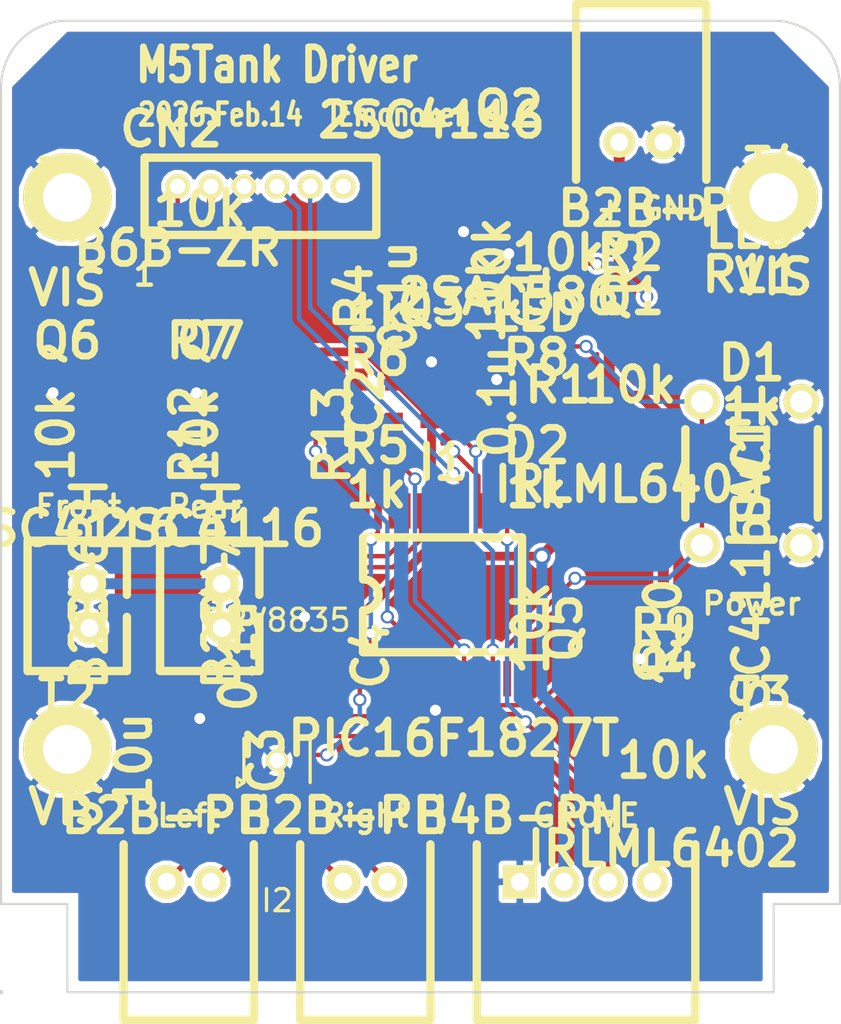
<source format=kicad_pcb>
(kicad_pcb (version 3) (host pcbnew "(2013-07-07 BZR 4022)-stable")

  (general
    (links 84)
    (no_connects 0)
    (area 46.720934 46.3856 88.050001 98.1144)
    (thickness 1.6)
    (drawings 23)
    (tracks 268)
    (zones 0)
    (modules 40)
    (nets 36)
  )

  (page A3)
  (layers
    (15 F.Cu signal)
    (0 B.Cu signal)
    (16 B.Adhes user)
    (17 F.Adhes user)
    (18 B.Paste user)
    (19 F.Paste user)
    (20 B.SilkS user)
    (21 F.SilkS user)
    (22 B.Mask user)
    (23 F.Mask user)
    (24 Dwgs.User user)
    (25 Cmts.User user)
    (26 Eco1.User user)
    (27 Eco2.User user)
    (28 Edge.Cuts user)
  )

  (setup
    (last_trace_width 0.2)
    (trace_clearance 0.2)
    (zone_clearance 0.2)
    (zone_45_only no)
    (trace_min 0.2)
    (segment_width 0.2)
    (edge_width 0.1)
    (via_size 0.6)
    (via_drill 0.4)
    (via_min_size 0.6)
    (via_min_drill 0.4)
    (uvia_size 0.5)
    (uvia_drill 0.2)
    (uvias_allowed no)
    (uvia_min_size 0.5)
    (uvia_min_drill 0.2)
    (pcb_text_width 0.3)
    (pcb_text_size 1.5 1.5)
    (mod_edge_width 0.15)
    (mod_text_size 1 1)
    (mod_text_width 0.15)
    (pad_size 1.524 1.524)
    (pad_drill 0.8128)
    (pad_to_mask_clearance 0)
    (aux_axis_origin 50 94)
    (visible_elements 7FFFFFCF)
    (pcbplotparams
      (layerselection 15761409)
      (usegerberextensions true)
      (excludeedgelayer false)
      (linewidth 0.150000)
      (plotframeref false)
      (viasonmask false)
      (mode 1)
      (useauxorigin true)
      (hpglpennumber 1)
      (hpglpenspeed 20)
      (hpglpendiameter 15)
      (hpglpenoverlay 2)
      (psnegative false)
      (psa4output false)
      (plotreference false)
      (plotvalue false)
      (plotothertext false)
      (plotinvisibletext false)
      (padsonsilk false)
      (subtractmaskfromsilk false)
      (outputformat 1)
      (mirror false)
      (drillshape 0)
      (scaleselection 1)
      (outputdirectory gerber/))
  )

  (net 0 "")
  (net 1 APAHSE)
  (net 2 APWM)
  (net 3 A_EN)
  (net 4 BACK)
  (net 5 BPAHSE)
  (net 6 BPWM)
  (net 7 FRONT)
  (net 8 GND)
  (net 9 LED)
  (net 10 N00000)
  (net 11 N00001)
  (net 12 N00002)
  (net 13 N00003)
  (net 14 N00004)
  (net 15 N00005)
  (net 16 N00006)
  (net 17 N00007)
  (net 18 N00008)
  (net 19 N00009)
  (net 20 N00010)
  (net 21 N00011)
  (net 22 N00012)
  (net 23 N00013)
  (net 24 N00014)
  (net 25 N00015)
  (net 26 N00016)
  (net 27 N00017)
  (net 28 P_EN)
  (net 29 P_SW)
  (net 30 SCL)
  (net 31 SDA)
  (net 32 VBAT)
  (net 33 VCC)
  (net 34 VM)
  (net 35 VP)

  (net_class Default "これは標準のネット クラスです。"
    (clearance 0.2)
    (trace_width 0.2)
    (via_dia 0.6)
    (via_drill 0.4)
    (uvia_dia 0.5)
    (uvia_drill 0.2)
    (add_net "")
    (add_net APAHSE)
    (add_net APWM)
    (add_net A_EN)
    (add_net BACK)
    (add_net BPAHSE)
    (add_net BPWM)
    (add_net FRONT)
    (add_net LED)
    (add_net N00000)
    (add_net N00002)
    (add_net N00005)
    (add_net N00006)
    (add_net N00007)
    (add_net N00008)
    (add_net N00009)
    (add_net N00010)
    (add_net N00011)
    (add_net N00012)
    (add_net N00013)
    (add_net N00014)
    (add_net N00015)
    (add_net N00016)
    (add_net N00017)
    (add_net P_EN)
    (add_net P_SW)
    (add_net SCL)
    (add_net SDA)
    (add_net VM)
    (add_net VP)
  )

  (net_class Power ""
    (clearance 0.2)
    (trace_width 0.4)
    (via_dia 0.8)
    (via_drill 0.5)
    (uvia_dia 0.5)
    (uvia_drill 0.2)
    (add_net GND)
    (add_net N00001)
    (add_net N00003)
    (add_net N00004)
    (add_net VBAT)
    (add_net VCC)
  )

  (module vis20-g (layer F.Cu) (tedit 69191505) (tstamp 690ECB3C)
    (at 85 59)
    (path /6988121B)
    (fp_text reference T4 (at 0 -2.4003) (layer F.SilkS)
      (effects (font (size 1.524 1.524) (thickness 0.3048)))
    )
    (fp_text value VIS (at 0 2.60096) (layer F.SilkS)
      (effects (font (size 1.524 1.524) (thickness 0.3048)))
    )
    (pad 1 thru_hole circle (at 0 -1) (size 4.0005 4.0005) (drill 2.19964)
      (layers *.Cu *.Mask F.SilkS)
      (net 8 GND)
    )
  )

  (module vis20-g (layer F.Cu) (tedit 691914F2) (tstamp 690ECB41)
    (at 84.5 83)
    (path /6988121B)
    (fp_text reference T3 (at 0 -2.4003) (layer F.SilkS)
      (effects (font (size 1.524 1.524) (thickness 0.3048)))
    )
    (fp_text value VIS (at 0 2.60096) (layer F.SilkS)
      (effects (font (size 1.524 1.524) (thickness 0.3048)))
    )
    (pad 1 thru_hole circle (at 0.5 0) (size 4.0005 4.0005) (drill 2.19964)
      (layers *.Cu *.Mask F.SilkS)
      (net 8 GND)
    )
  )

  (module vis20-g (layer F.Cu) (tedit 691914DF) (tstamp 690ECB46)
    (at 53 83)
    (path /6988121B)
    (fp_text reference T2 (at 0 -2.4003) (layer F.SilkS)
      (effects (font (size 1.524 1.524) (thickness 0.3048)))
    )
    (fp_text value VIS (at 0 2.60096) (layer F.SilkS)
      (effects (font (size 1.524 1.524) (thickness 0.3048)))
    )
    (pad 1 thru_hole circle (at 0 0) (size 4.0005 4.0005) (drill 2.19964)
      (layers *.Cu *.Mask F.SilkS)
      (net 8 GND)
    )
  )

  (module vis20-g (layer F.Cu) (tedit 691914CC) (tstamp 690ECB4B)
    (at 53 59.5)
    (path /6988121B)
    (fp_text reference T1 (at 0 -2.4003) (layer F.SilkS)
      (effects (font (size 1.524 1.524) (thickness 0.3048)))
    )
    (fp_text value VIS (at 0 2.60096) (layer F.SilkS)
      (effects (font (size 1.524 1.524) (thickness 0.3048)))
    )
    (pad 1 thru_hole circle (at 0 -1.5) (size 4.0005 4.0005) (drill 2.19964)
      (layers *.Cu *.Mask F.SilkS)
      (net 8 GND)
    )
  )

  (module SW-tact (layer F.Cu) (tedit 691047AB) (tstamp 69187452)
    (at 84 70.5 270)
    (path /6988121B)
    (fp_text reference SW1 (at 0 0 270) (layer F.SilkS)
      (effects (font (size 1.524 1.524) (thickness 0.3048)))
    )
    (fp_text value TACT (at 0 0 270) (layer F.SilkS)
      (effects (font (size 1.524 1.524) (thickness 0.3048)))
    )
    (fp_line (start 2.99974 -1.00076) (end 2.99974 1.00076) (layer F.SilkS) (width 0.381))
    (fp_line (start -2.99974 -1.00076) (end -2.99974 1.00076) (layer F.SilkS) (width 0.381))
    (fp_line (start -1.99898 2.99974) (end 1.99898 2.99974) (layer F.SilkS) (width 0.381))
    (fp_line (start -1.99898 -2.99974) (end 1.99898 -2.99974) (layer F.SilkS) (width 0.381))
    (pad 1 thru_hole circle (at -3.2512 -2.25044 270) (size 1.6002 1.6002) (drill 1.00076)
      (layers *.Cu *.Mask F.SilkS)
      (net 8 GND)
    )
    (pad 2 thru_hole circle (at -3.2512 2.25044 270) (size 1.6002 1.6002) (drill 1.00076)
      (layers *.Cu *.Mask F.SilkS)
      (net 29 P_SW)
    )
    (pad 1 thru_hole circle (at 3.2512 -2.25044 270) (size 1.6002 1.6002) (drill 1.00076)
      (layers *.Cu *.Mask F.SilkS)
      (net 8 GND)
    )
    (pad 2 thru_hole circle (at 3.2512 2.25044 270) (size 1.6002 1.6002) (drill 1.00076)
      (layers *.Cu *.Mask F.SilkS)
      (net 29 P_SW)
    )
  )

  (module SOT3-0.95-GSD (layer F.Cu) (tedit 53396F5B) (tstamp 69187462)
    (at 78.5 67 180)
    (path /6988121B)
    (fp_text reference Q1 (at 0 4.50088 180) (layer F.SilkS)
      (effects (font (size 1.524 1.524) (thickness 0.3048)))
    )
    (fp_text value IRLML6402 (at 0 -4.0005 180) (layer F.SilkS)
      (effects (font (size 1.524 1.524) (thickness 0.3048)))
    )
    (pad G smd rect (at -0.94996 1.34874 180) (size 0.44958 0.89916)
      (layers F.Cu F.Paste F.Mask)
      (net 10 N00000)
    )
    (pad D smd rect (at 0 -1.34874 180) (size 0.44958 0.89916)
      (layers F.Cu F.Paste F.Mask)
      (net 33 VCC)
    )
    (pad S smd rect (at 0.94996 1.34874 180) (size 0.44958 0.89916)
      (layers F.Cu F.Paste F.Mask)
      (net 32 VBAT)
    )
  )

  (module S4B-PH (layer F.Cu) (tedit 690FCEEE) (tstamp 6919152F)
    (at 73.5 89)
    (path /6988121B)
    (fp_text reference CN3 (at 0 8) (layer F.SilkS)
      (effects (font (size 1.524 1.524) (thickness 0.3048)))
    )
    (fp_text value B4B-PH (at 0 -3) (layer F.SilkS)
      (effects (font (size 1.524 1.524) (thickness 0.3048)))
    )
    (fp_line (start -1.95 -1.69926) (end -1.95 6.25) (layer F.SilkS) (width 0.381))
    (fp_line (start -1.95072 6.25) (end 7.9497 6.25) (layer F.SilkS) (width 0.381))
    (fp_line (start 7.95 6.25) (end 7.95 -1.69926) (layer F.SilkS) (width 0.381))
    (pad 1 thru_hole rect (at 0 0) (size 1.524 1.524) (drill 0.8128)
      (layers *.Cu *.Mask F.SilkS)
      (net 8 GND)
    )
    (pad 2 thru_hole circle (at 1.99898 0) (size 1.39954 1.39954) (drill 0.8128)
      (layers *.Cu *.Mask F.SilkS)
      (net 33 VCC)
    )
    (pad 3 thru_hole circle (at 4 0) (size 1.39954 1.39954) (drill 0.8128)
      (layers *.Cu *.Mask F.SilkS)
      (net 31 SDA)
    )
    (pad 4 thru_hole circle (at 6 0) (size 1.39954 1.39954) (drill 0.8128)
      (layers *.Cu *.Mask F.SilkS)
      (net 30 SCL)
    )
  )

  (module S2B-PH (layer F.Cu) (tedit 690ED1D3) (tstamp 691874B8)
    (at 80 55.5 180)
    (path /6988121B)
    (fp_text reference CN1 (at 0 8 180) (layer F.SilkS)
      (effects (font (size 1.524 1.524) (thickness 0.3048)))
    )
    (fp_text value B2B-PH (at 0 -3 180) (layer F.SilkS)
      (effects (font (size 1.524 1.524) (thickness 0.3048)))
    )
    (fp_line (start -1.95 -1.69926) (end -1.95 6.25) (layer F.SilkS) (width 0.381))
    (fp_line (start -1.95072 6.25) (end 3.9497 6.25) (layer F.SilkS) (width 0.381))
    (fp_line (start 3.95 6.25) (end 3.95 -1.69926) (layer F.SilkS) (width 0.381))
    (pad 1 thru_hole circle (at 0 0 180) (size 1.524 1.524) (drill 0.8128)
      (layers *.Cu *.Mask F.SilkS)
      (net 8 GND)
    )
    (pad 2 thru_hole circle (at 1.99898 0 180) (size 1.39954 1.39954) (drill 0.8128)
      (layers *.Cu *.Mask F.SilkS)
      (net 32 VBAT)
    )
  )

  (module S2B-PH (layer F.Cu) (tedit 690ED1D3) (tstamp 691874C1)
    (at 57.5 89)
    (path /6988121B)
    (fp_text reference CN4 (at 0 8) (layer F.SilkS)
      (effects (font (size 1.524 1.524) (thickness 0.3048)))
    )
    (fp_text value B2B-PH (at 0 -3) (layer F.SilkS)
      (effects (font (size 1.524 1.524) (thickness 0.3048)))
    )
    (fp_line (start -1.95 -1.69926) (end -1.95 6.25) (layer F.SilkS) (width 0.381))
    (fp_line (start -1.95072 6.25) (end 3.9497 6.25) (layer F.SilkS) (width 0.381))
    (fp_line (start 3.95 6.25) (end 3.95 -1.69926) (layer F.SilkS) (width 0.381))
    (pad 1 thru_hole circle (at 0 0) (size 1.524 1.524) (drill 0.8128)
      (layers *.Cu *.Mask F.SilkS)
      (net 13 N00003)
    )
    (pad 2 thru_hole circle (at 1.99898 0) (size 1.39954 1.39954) (drill 0.8128)
      (layers *.Cu *.Mask F.SilkS)
      (net 14 N00004)
    )
  )

  (module S2B-PH (layer F.Cu) (tedit 690ED1D3) (tstamp 691874CA)
    (at 65.5 89)
    (path /6988121B)
    (fp_text reference CN5 (at 0 8) (layer F.SilkS)
      (effects (font (size 1.524 1.524) (thickness 0.3048)))
    )
    (fp_text value B2B-PH (at 0 -3) (layer F.SilkS)
      (effects (font (size 1.524 1.524) (thickness 0.3048)))
    )
    (fp_line (start -1.95 -1.69926) (end -1.95 6.25) (layer F.SilkS) (width 0.381))
    (fp_line (start -1.95072 6.25) (end 3.9497 6.25) (layer F.SilkS) (width 0.381))
    (fp_line (start 3.95 6.25) (end 3.95 -1.69926) (layer F.SilkS) (width 0.381))
    (pad 1 thru_hole circle (at 0 0) (size 1.524 1.524) (drill 0.8128)
      (layers *.Cu *.Mask F.SilkS)
      (net 11 N00001)
    )
    (pad 2 thru_hole circle (at 1.99898 0) (size 1.39954 1.39954) (drill 0.8128)
      (layers *.Cu *.Mask F.SilkS)
      (net 12 N00002)
    )
  )

  (module chip1608 (layer F.Cu) (tedit 535CCF5E) (tstamp 691874E6)
    (at 59 61.5 180)
    (path /6988121B)
    (fp_text reference R7 (at 0 -2.99974 180) (layer F.SilkS)
      (effects (font (size 1.524 1.524) (thickness 0.3048)))
    )
    (fp_text value 10k (at 0 2.99974 180) (layer F.SilkS)
      (effects (font (size 1.524 1.524) (thickness 0.3048)))
    )
    (pad 1 smd rect (at -0.8001 0 180) (size 0.8001 1.00076)
      (layers F.Cu F.Paste F.Mask)
      (net 33 VCC)
    )
    (pad 2 smd rect (at 0.8001 0 180) (size 0.8001 1.00076)
      (layers F.Cu F.Paste F.Mask)
      (net 15 N00005)
    )
  )

  (module chip1608 (layer F.Cu) (tedit 535CCF5E) (tstamp 691874EC)
    (at 75.25 61 270)
    (path /6988121B)
    (fp_text reference R3 (at 0 -2.99974 270) (layer F.SilkS)
      (effects (font (size 1.524 1.524) (thickness 0.3048)))
    )
    (fp_text value 10k (at 0 2.99974 270) (layer F.SilkS)
      (effects (font (size 1.524 1.524) (thickness 0.3048)))
    )
    (pad 1 smd rect (at -0.8001 0 270) (size 0.8001 1.00076)
      (layers F.Cu F.Paste F.Mask)
      (net 18 N00008)
    )
    (pad 2 smd rect (at 0.8001 0 270) (size 0.8001 1.00076)
      (layers F.Cu F.Paste F.Mask)
      (net 29 P_SW)
    )
  )

  (module chip1608 (layer F.Cu) (tedit 535CCF5E) (tstamp 691874F2)
    (at 69 62.5 90)
    (path /6988121B)
    (fp_text reference R4 (at 0 -2.99974 90) (layer F.SilkS)
      (effects (font (size 1.524 1.524) (thickness 0.3048)))
    )
    (fp_text value 10k (at 0 2.99974 90) (layer F.SilkS)
      (effects (font (size 1.524 1.524) (thickness 0.3048)))
    )
    (pad 1 smd rect (at -0.8001 0 90) (size 0.8001 1.00076)
      (layers F.Cu F.Paste F.Mask)
      (net 28 P_EN)
    )
    (pad 2 smd rect (at 0.8001 0 90) (size 0.8001 1.00076)
      (layers F.Cu F.Paste F.Mask)
      (net 19 N00009)
    )
  )

  (module chip1608 (layer F.Cu) (tedit 535CCF5E) (tstamp 691874F8)
    (at 67 66.25 180)
    (path /6988121B)
    (fp_text reference R5 (at 0 -2.99974 180) (layer F.SilkS)
      (effects (font (size 1.524 1.524) (thickness 0.3048)))
    )
    (fp_text value 1k (at 0 2.99974 180) (layer F.SilkS)
      (effects (font (size 1.524 1.524) (thickness 0.3048)))
    )
    (pad 1 smd rect (at -0.8001 0 180) (size 0.8001 1.00076)
      (layers F.Cu F.Paste F.Mask)
      (net 33 VCC)
    )
    (pad 2 smd rect (at 0.8001 0 180) (size 0.8001 1.00076)
      (layers F.Cu F.Paste F.Mask)
      (net 35 VP)
    )
  )

  (module chip1608 (layer F.Cu) (tedit 535CCF5E) (tstamp 691874FE)
    (at 67 68.25)
    (path /6988121B)
    (fp_text reference R6 (at 0 -2.99974) (layer F.SilkS)
      (effects (font (size 1.524 1.524) (thickness 0.3048)))
    )
    (fp_text value 1k (at 0 2.99974) (layer F.SilkS)
      (effects (font (size 1.524 1.524) (thickness 0.3048)))
    )
    (pad 1 smd rect (at -0.8001 0) (size 0.8001 1.00076)
      (layers F.Cu F.Paste F.Mask)
      (net 35 VP)
    )
    (pad 2 smd rect (at 0.8001 0) (size 0.8001 1.00076)
      (layers F.Cu F.Paste F.Mask)
      (net 3 A_EN)
    )
  )

  (module chip1608 (layer F.Cu) (tedit 535CCF5E) (tstamp 69187504)
    (at 59 83.5 270)
    (path /6988121B)
    (fp_text reference C3 (at 0 -2.99974 270) (layer F.SilkS)
      (effects (font (size 1.524 1.524) (thickness 0.3048)))
    )
    (fp_text value 10u (at 0 2.99974 270) (layer F.SilkS)
      (effects (font (size 1.524 1.524) (thickness 0.3048)))
    )
    (pad 1 smd rect (at -0.8001 0 270) (size 0.8001 1.00076)
      (layers F.Cu F.Paste F.Mask)
      (net 8 GND)
    )
    (pad 2 smd rect (at 0.8001 0 270) (size 0.8001 1.00076)
      (layers F.Cu F.Paste F.Mask)
      (net 34 VM)
    )
  )

  (module chip1608 (layer F.Cu) (tedit 535CCF5E) (tstamp 6918750A)
    (at 74.25 68.25)
    (path /6988121B)
    (fp_text reference R8 (at 0 -2.99974) (layer F.SilkS)
      (effects (font (size 1.524 1.524) (thickness 0.3048)))
    )
    (fp_text value 1k (at 0 2.99974) (layer F.SilkS)
      (effects (font (size 1.524 1.524) (thickness 0.3048)))
    )
    (pad 1 smd rect (at -0.8001 0) (size 0.8001 1.00076)
      (layers F.Cu F.Paste F.Mask)
      (net 9 LED)
    )
    (pad 2 smd rect (at 0.8001 0) (size 0.8001 1.00076)
      (layers F.Cu F.Paste F.Mask)
      (net 23 N00013)
    )
  )

  (module chip1608 (layer F.Cu) (tedit 535CCF5E) (tstamp 69187510)
    (at 80 80.5)
    (path /6988121B)
    (fp_text reference R9 (at 0 -2.99974) (layer F.SilkS)
      (effects (font (size 1.524 1.524) (thickness 0.3048)))
    )
    (fp_text value 10k (at 0 2.99974) (layer F.SilkS)
      (effects (font (size 1.524 1.524) (thickness 0.3048)))
    )
    (pad 1 smd rect (at -0.8001 0) (size 0.8001 1.00076)
      (layers F.Cu F.Paste F.Mask)
      (net 32 VBAT)
    )
    (pad 2 smd rect (at 0.8001 0) (size 0.8001 1.00076)
      (layers F.Cu F.Paste F.Mask)
      (net 20 N00010)
    )
  )

  (module chip1608 (layer F.Cu) (tedit 535CCF5E) (tstamp 69187516)
    (at 77 77.5 270)
    (path /6988121B)
    (fp_text reference R10 (at 0 -2.99974 270) (layer F.SilkS)
      (effects (font (size 1.524 1.524) (thickness 0.3048)))
    )
    (fp_text value 10k (at 0 2.99974 270) (layer F.SilkS)
      (effects (font (size 1.524 1.524) (thickness 0.3048)))
    )
    (pad 1 smd rect (at -0.8001 0 270) (size 0.8001 1.00076)
      (layers F.Cu F.Paste F.Mask)
      (net 21 N00011)
    )
    (pad 2 smd rect (at 0.8001 0 270) (size 0.8001 1.00076)
      (layers F.Cu F.Paste F.Mask)
      (net 28 P_EN)
    )
  )

  (module chip1608 (layer F.Cu) (tedit 535CCF5E) (tstamp 6918751C)
    (at 84 64.5)
    (path /6988121B)
    (fp_text reference R11 (at 0 -2.99974) (layer F.SilkS)
      (effects (font (size 1.524 1.524) (thickness 0.3048)))
    )
    (fp_text value 1k (at 0 2.99974) (layer F.SilkS)
      (effects (font (size 1.524 1.524) (thickness 0.3048)))
    )
    (pad 1 smd rect (at -0.8001 0) (size 0.8001 1.00076)
      (layers F.Cu F.Paste F.Mask)
      (net 34 VM)
    )
    (pad 2 smd rect (at 0.8001 0) (size 0.8001 1.00076)
      (layers F.Cu F.Paste F.Mask)
      (net 22 N00012)
    )
  )

  (module chip1608 (layer F.Cu) (tedit 535CCF5E) (tstamp 69187522)
    (at 55.5 68.75 270)
    (path /6988121B)
    (fp_text reference R12 (at 0 -2.99974 270) (layer F.SilkS)
      (effects (font (size 1.524 1.524) (thickness 0.3048)))
    )
    (fp_text value 10k (at 0 2.99974 270) (layer F.SilkS)
      (effects (font (size 1.524 1.524) (thickness 0.3048)))
    )
    (pad 1 smd rect (at -0.8001 0 270) (size 0.8001 1.00076)
      (layers F.Cu F.Paste F.Mask)
      (net 24 N00014)
    )
    (pad 2 smd rect (at 0.8001 0 270) (size 0.8001 1.00076)
      (layers F.Cu F.Paste F.Mask)
      (net 7 FRONT)
    )
  )

  (module chip1608 (layer F.Cu) (tedit 535CCF5E) (tstamp 69187528)
    (at 69.5 67.25 90)
    (path /6988121B)
    (fp_text reference C2 (at 0 -2.99974 90) (layer F.SilkS)
      (effects (font (size 1.524 1.524) (thickness 0.3048)))
    )
    (fp_text value 0.1u (at 0 2.99974 90) (layer F.SilkS)
      (effects (font (size 1.524 1.524) (thickness 0.3048)))
    )
    (pad 1 smd rect (at -0.8001 0 90) (size 0.8001 1.00076)
      (layers F.Cu F.Paste F.Mask)
      (net 33 VCC)
    )
    (pad 2 smd rect (at 0.8001 0 90) (size 0.8001 1.00076)
      (layers F.Cu F.Paste F.Mask)
      (net 8 GND)
    )
  )

  (module chip1608 (layer F.Cu) (tedit 535CCF5E) (tstamp 6918752E)
    (at 78.5 63.5)
    (path /6988121B)
    (fp_text reference R2 (at 0 -2.99974) (layer F.SilkS)
      (effects (font (size 1.524 1.524) (thickness 0.3048)))
    )
    (fp_text value 10k (at 0 2.99974) (layer F.SilkS)
      (effects (font (size 1.524 1.524) (thickness 0.3048)))
    )
    (pad 1 smd rect (at -0.8001 0) (size 0.8001 1.00076)
      (layers F.Cu F.Paste F.Mask)
      (net 32 VBAT)
    )
    (pad 2 smd rect (at 0.8001 0) (size 0.8001 1.00076)
      (layers F.Cu F.Paste F.Mask)
      (net 10 N00000)
    )
  )

  (module chip1608 (layer F.Cu) (tedit 535CCF5E) (tstamp 69187534)
    (at 75.25 63.5 180)
    (path /6988121B)
    (fp_text reference R1 (at 0 -2.99974 180) (layer F.SilkS)
      (effects (font (size 1.524 1.524) (thickness 0.3048)))
    )
    (fp_text value 10k (at 0 2.99974 180) (layer F.SilkS)
      (effects (font (size 1.524 1.524) (thickness 0.3048)))
    )
    (pad 1 smd rect (at -0.8001 0 180) (size 0.8001 1.00076)
      (layers F.Cu F.Paste F.Mask)
      (net 32 VBAT)
    )
    (pad 2 smd rect (at 0.8001 0 180) (size 0.8001 1.00076)
      (layers F.Cu F.Paste F.Mask)
      (net 29 P_SW)
    )
  )

  (module chip1608 (layer F.Cu) (tedit 535CCF5E) (tstamp 69187540)
    (at 71 62.5 270)
    (path /6988121B)
    (fp_text reference C1 (at 0 -2.99974 270) (layer F.SilkS)
      (effects (font (size 1.524 1.524) (thickness 0.3048)))
    )
    (fp_text value 0.1u (at 0 2.99974 270) (layer F.SilkS)
      (effects (font (size 1.524 1.524) (thickness 0.3048)))
    )
    (pad 1 smd rect (at -0.8001 0 270) (size 0.8001 1.00076)
      (layers F.Cu F.Paste F.Mask)
      (net 8 GND)
    )
    (pad 2 smd rect (at 0.8001 0 270) (size 0.8001 1.00076)
      (layers F.Cu F.Paste F.Mask)
      (net 28 P_EN)
    )
  )

  (module chip1608 (layer F.Cu) (tedit 535CCF5E) (tstamp 69187546)
    (at 63.75 78.75 270)
    (path /6988121B)
    (fp_text reference C4 (at 0 -2.99974 270) (layer F.SilkS)
      (effects (font (size 1.524 1.524) (thickness 0.3048)))
    )
    (fp_text value 0.1u (at 0 2.99974 270) (layer F.SilkS)
      (effects (font (size 1.524 1.524) (thickness 0.3048)))
    )
    (pad 1 smd rect (at -0.8001 0 270) (size 0.8001 1.00076)
      (layers F.Cu F.Paste F.Mask)
      (net 8 GND)
    )
    (pad 2 smd rect (at 0.8001 0 270) (size 0.8001 1.00076)
      (layers F.Cu F.Paste F.Mask)
      (net 33 VCC)
    )
  )

  (module chip1608 (layer F.Cu) (tedit 535CCF5E) (tstamp 69187552)
    (at 74.25 66.25 180)
    (path /6988121B)
    (fp_text reference D2 (at 0 -2.99974 180) (layer F.SilkS)
      (effects (font (size 1.524 1.524) (thickness 0.3048)))
    )
    (fp_text value LED (at 0 2.99974 180) (layer F.SilkS)
      (effects (font (size 1.524 1.524) (thickness 0.3048)))
    )
    (pad 1 smd rect (at -0.8001 0 180) (size 0.8001 1.00076)
      (layers F.Cu F.Paste F.Mask)
      (net 23 N00013)
    )
    (pad 2 smd rect (at 0.8001 0 180) (size 0.8001 1.00076)
      (layers F.Cu F.Paste F.Mask)
      (net 8 GND)
    )
  )

  (module chip1608 (layer F.Cu) (tedit 535CCF5E) (tstamp 69187558)
    (at 84 62.5 180)
    (path /6988121B)
    (fp_text reference D1 (at 0 -2.99974 180) (layer F.SilkS)
      (effects (font (size 1.524 1.524) (thickness 0.3048)))
    )
    (fp_text value LED (at 0 2.99974 180) (layer F.SilkS)
      (effects (font (size 1.524 1.524) (thickness 0.3048)))
    )
    (pad 1 smd rect (at -0.8001 0 180) (size 0.8001 1.00076)
      (layers F.Cu F.Paste F.Mask)
      (net 22 N00012)
    )
    (pad 2 smd rect (at 0.8001 0 180) (size 0.8001 1.00076)
      (layers F.Cu F.Paste F.Mask)
      (net 8 GND)
    )
  )

  (module B6B-ZH (layer F.Cu) (tedit 5C06868A) (tstamp 6918756C)
    (at 58 57.5)
    (path /6988121B)
    (fp_text reference CN2 (at -0.29972 -2.60096) (layer F.SilkS)
      (effects (font (size 1.524 1.524) (thickness 0.3048)))
    )
    (fp_text value B6B-ZR (at 0 2.79908) (layer F.SilkS)
      (effects (font (size 1.524 1.524) (thickness 0.3048)))
    )
    (fp_line (start -1.50114 2.19964) (end 8.99922 2.19964) (layer F.SilkS) (width 0.381))
    (fp_line (start -1.50114 -1.30048) (end 8.99922 -1.30048) (layer F.SilkS) (width 0.381))
    (fp_line (start 8.99922 2.19964) (end 8.99922 -1.30048) (layer F.SilkS) (width 0.381))
    (fp_line (start -1.50114 -1.30048) (end -1.50114 2.19964) (layer F.SilkS) (width 0.381))
    (pad 1 thru_hole circle (at 0 0) (size 1.09982 1.09982) (drill 0.70104)
      (layers *.Cu *.Mask F.SilkS)
      (net 15 N00005)
    )
    (pad 2 thru_hole circle (at 1.50114 0) (size 1.09982 1.09982) (drill 0.70104)
      (layers *.Cu *.Mask F.SilkS)
      (net 33 VCC)
    )
    (pad 3 thru_hole circle (at 2.99974 0) (size 1.09982 1.09982) (drill 0.70104)
      (layers *.Cu *.Mask F.SilkS)
      (net 8 GND)
    )
    (pad 4 thru_hole circle (at 4.50088 0) (size 1.09982 1.09982) (drill 0.70104)
      (layers *.Cu *.Mask F.SilkS)
      (net 16 N00006)
    )
    (pad 5 thru_hole circle (at 5.99948 0) (size 1.09982 1.09982) (drill 0.70104)
      (layers *.Cu *.Mask F.SilkS)
      (net 17 N00007)
    )
    (pad 6 thru_hole circle (at 7.50062 0) (size 1.09982 1.09982) (drill 0.70104)
      (layers *.Cu *.Mask F.SilkS)
    )
  )

  (module B2B-PH (layer F.Cu) (tedit 51B49228) (tstamp 69191729)
    (at 54 75.5 270)
    (path /6988121B)
    (fp_text reference CN6 (at 0 0 270) (layer F.SilkS)
      (effects (font (size 1.524 1.524) (thickness 0.3048)))
    )
    (fp_text value B2B-PH (at 0 0 270) (layer F.SilkS)
      (effects (font (size 1.524 1.524) (thickness 0.3048)))
    )
    (fp_line (start 0.50038 -1.69926) (end -1.95072 -1.69926) (layer F.SilkS) (width 0.381))
    (fp_line (start -1.95072 -1.69926) (end -1.95072 2.79908) (layer F.SilkS) (width 0.381))
    (fp_line (start -1.95072 2.79908) (end 3.9497 2.79908) (layer F.SilkS) (width 0.381))
    (fp_line (start 3.9497 2.79908) (end 3.9497 -1.69926) (layer F.SilkS) (width 0.381))
    (fp_line (start 3.9497 -1.69926) (end 1.50114 -1.69926) (layer F.SilkS) (width 0.381))
    (pad 1 thru_hole circle (at 0 0 270) (size 1.524 1.524) (drill 0.8128)
      (layers *.Cu *.Mask F.SilkS)
      (net 34 VM)
    )
    (pad 2 thru_hole circle (at 1.99898 0 270) (size 1.39954 1.39954) (drill 0.8128)
      (layers *.Cu *.Mask F.SilkS)
      (net 26 N00016)
    )
  )

  (module B2B-PH (layer F.Cu) (tedit 51B49228) (tstamp 69191734)
    (at 60 75.5 270)
    (path /6988121B)
    (fp_text reference CN7 (at 0 0 270) (layer F.SilkS)
      (effects (font (size 1.524 1.524) (thickness 0.3048)))
    )
    (fp_text value B2B-PH (at 0 0 270) (layer F.SilkS)
      (effects (font (size 1.524 1.524) (thickness 0.3048)))
    )
    (fp_line (start 0.50038 -1.69926) (end -1.95072 -1.69926) (layer F.SilkS) (width 0.381))
    (fp_line (start -1.95072 -1.69926) (end -1.95072 2.79908) (layer F.SilkS) (width 0.381))
    (fp_line (start -1.95072 2.79908) (end 3.9497 2.79908) (layer F.SilkS) (width 0.381))
    (fp_line (start 3.9497 2.79908) (end 3.9497 -1.69926) (layer F.SilkS) (width 0.381))
    (fp_line (start 3.9497 -1.69926) (end 1.50114 -1.69926) (layer F.SilkS) (width 0.381))
    (pad 1 thru_hole circle (at 0 0 270) (size 1.524 1.524) (drill 0.8128)
      (layers *.Cu *.Mask F.SilkS)
      (net 34 VM)
    )
    (pad 2 thru_hole circle (at 1.99898 0 270) (size 1.39954 1.39954) (drill 0.8128)
      (layers *.Cu *.Mask F.SilkS)
      (net 27 N00017)
    )
  )

  (module SOT3-0.65-BEC (layer F.Cu) (tedit 533781DC) (tstamp 6933745C)
    (at 59.5 69 180)
    (path /6988121B)
    (fp_text reference Q7 (at 0 4.50088 180) (layer F.SilkS)
      (effects (font (size 1.524 1.524) (thickness 0.3048)))
    )
    (fp_text value 2SC4116 (at 0 -4.0005 180) (layer F.SilkS)
      (effects (font (size 1.524 1.524) (thickness 0.3048)))
    )
    (pad B smd rect (at -0.65024 1.04902 180) (size 0.44958 0.89916)
      (layers F.Cu F.Paste F.Mask)
      (net 25 N00015)
    )
    (pad C smd rect (at 0 -1.04902 180) (size 0.44958 0.89916)
      (layers F.Cu F.Paste F.Mask)
      (net 27 N00017)
    )
    (pad E smd rect (at 0.65024 1.04902 180) (size 0.44958 0.89916)
      (layers F.Cu F.Paste F.Mask)
      (net 8 GND)
    )
  )

  (module chip1608 (layer F.Cu) (tedit 535CCF5E) (tstamp 6936164B)
    (at 62 68.75 270)
    (path /6988121B)
    (fp_text reference R13 (at 0 -2.99974 270) (layer F.SilkS)
      (effects (font (size 1.524 1.524) (thickness 0.3048)))
    )
    (fp_text value 10k (at 0 2.99974 270) (layer F.SilkS)
      (effects (font (size 1.524 1.524) (thickness 0.3048)))
    )
    (pad 1 smd rect (at -0.8001 0 270) (size 0.8001 1.00076)
      (layers F.Cu F.Paste F.Mask)
      (net 25 N00015)
    )
    (pad 2 smd rect (at 0.8001 0 270) (size 0.8001 1.00076)
      (layers F.Cu F.Paste F.Mask)
      (net 4 BACK)
    )
  )

  (module SOT3-0.65-BEC (layer F.Cu) (tedit 533781DC) (tstamp 693374C2)
    (at 80 77.5 270)
    (path /6988121B)
    (fp_text reference Q5 (at 0 4.50088 270) (layer F.SilkS)
      (effects (font (size 1.524 1.524) (thickness 0.3048)))
    )
    (fp_text value 2SC4116 (at 0 -4.0005 270) (layer F.SilkS)
      (effects (font (size 1.524 1.524) (thickness 0.3048)))
    )
    (pad B smd rect (at -0.65024 1.04902 270) (size 0.44958 0.89916)
      (layers F.Cu F.Paste F.Mask)
      (net 21 N00011)
    )
    (pad C smd rect (at 0 -1.04902 270) (size 0.44958 0.89916)
      (layers F.Cu F.Paste F.Mask)
      (net 20 N00010)
    )
    (pad E smd rect (at 0.65024 1.04902 270) (size 0.44958 0.89916)
      (layers F.Cu F.Paste F.Mask)
      (net 8 GND)
    )
  )

  (module SOT3-0.65-BEC (layer F.Cu) (tedit 533781DC) (tstamp 693374C9)
    (at 53 69 180)
    (path /6988121B)
    (fp_text reference Q6 (at 0 4.50088 180) (layer F.SilkS)
      (effects (font (size 1.524 1.524) (thickness 0.3048)))
    )
    (fp_text value 2SC4116 (at 0 -4.0005 180) (layer F.SilkS)
      (effects (font (size 1.524 1.524) (thickness 0.3048)))
    )
    (pad B smd rect (at -0.65024 1.04902 180) (size 0.44958 0.89916)
      (layers F.Cu F.Paste F.Mask)
      (net 24 N00014)
    )
    (pad C smd rect (at 0 -1.04902 180) (size 0.44958 0.89916)
      (layers F.Cu F.Paste F.Mask)
      (net 26 N00016)
    )
    (pad E smd rect (at 0.65024 1.04902 180) (size 0.44958 0.89916)
      (layers F.Cu F.Paste F.Mask)
      (net 8 GND)
    )
  )

  (module SOT3-0.65-BEC (layer F.Cu) (tedit 533781DC) (tstamp 69339982)
    (at 73 58.5 180)
    (path /6988121B)
    (fp_text reference Q2 (at 0 4.50088 180) (layer F.SilkS)
      (effects (font (size 1.524 1.524) (thickness 0.3048)))
    )
    (fp_text value 2SA1586 (at 0 -4.0005 180) (layer F.SilkS)
      (effects (font (size 1.524 1.524) (thickness 0.3048)))
    )
    (pad B smd rect (at -0.65024 1.04902 180) (size 0.44958 0.89916)
      (layers F.Cu F.Paste F.Mask)
      (net 18 N00008)
    )
    (pad C smd rect (at 0 -1.04902 180) (size 0.44958 0.89916)
      (layers F.Cu F.Paste F.Mask)
      (net 8 GND)
    )
    (pad E smd rect (at 0.65024 1.04902 180) (size 0.44958 0.89916)
      (layers F.Cu F.Paste F.Mask)
      (net 10 N00000)
    )
  )

  (module DRV8835 (layer F.Cu) (tedit 690EB68E) (tstamp 6987DC43)
    (at 62.5 83.5)
    (path /6988121B)
    (fp_text reference I2 (at 0 6.35) (layer F.SilkS)
      (effects (font (size 1 1) (thickness 0.15)))
    )
    (fp_text value DRV8835 (at 0 -6.35) (layer F.SilkS)
      (effects (font (size 1 1) (thickness 0.15)))
    )
    (fp_line (start -1.5 1) (end -1.8 0.8) (layer F.SilkS) (width 0.15))
    (fp_line (start -1.8 0.8) (end -1.8 1.2) (layer F.SilkS) (width 0.15))
    (fp_line (start -1.8 1.2) (end -1.5 1) (layer F.SilkS) (width 0.15))
    (fp_line (start 1.5 -1) (end 1.5 1) (layer F.SilkS) (width 0.15))
    (fp_line (start -1.5 -1) (end -1.5 1) (layer F.SilkS) (width 0.15))
    (pad 1 smd rect (at -1.25 1.1) (size 0.3 0.7)
      (layers F.Cu F.Paste F.Mask)
      (net 34 VM)
    )
    (pad 2 smd rect (at -0.75 1.1) (size 0.3 0.7)
      (layers F.Cu F.Paste F.Mask)
      (net 13 N00003)
    )
    (pad 3 smd rect (at -0.25 1.1) (size 0.3 0.7)
      (layers F.Cu F.Paste F.Mask)
      (net 14 N00004)
    )
    (pad 4 smd rect (at 0.25 1.1) (size 0.3 0.7)
      (layers F.Cu F.Paste F.Mask)
      (net 11 N00001)
    )
    (pad 5 smd rect (at 0.75 1.1) (size 0.3 0.7)
      (layers F.Cu F.Paste F.Mask)
      (net 12 N00002)
    )
    (pad 6 smd rect (at 1.25 1.1) (size 0.3 0.7)
      (layers F.Cu F.Paste F.Mask)
      (net 8 GND)
    )
    (pad 7 smd rect (at 1.25 -1.1) (size 0.3 0.7)
      (layers F.Cu F.Paste F.Mask)
      (net 6 BPWM)
    )
    (pad 8 smd rect (at 0.75 -1.1) (size 0.3 0.7)
      (layers F.Cu F.Paste F.Mask)
      (net 5 BPAHSE)
    )
    (pad 9 smd rect (at 0.25 -1.1) (size 0.3 0.7)
      (layers F.Cu F.Paste F.Mask)
      (net 2 APWM)
    )
    (pad 10 smd rect (at -0.25 -1.1) (size 0.3 0.7)
      (layers F.Cu F.Paste F.Mask)
      (net 1 APAHSE)
    )
    (pad 11 smd rect (at -0.75 -1.1) (size 0.3 0.7)
      (layers F.Cu F.Paste F.Mask)
      (net 33 VCC)
    )
    (pad 12 smd rect (at -1.25 -1.1) (size 0.3 0.7)
      (layers F.Cu F.Paste F.Mask)
      (net 33 VCC)
    )
    (pad PAD thru_hole circle (at 0 0) (size 1 1) (drill 0.7)
      (layers *.Cu *.Mask F.SilkS)
      (net 8 GND)
    )
  )

  (module SOP20-0.65 (layer F.Cu) (tedit 52BF7DEC) (tstamp 6987DCA8)
    (at 70 76)
    (path /6988121B)
    (fp_text reference I1 (at 0 -5.99948) (layer F.SilkS)
      (effects (font (size 1.524 1.524) (thickness 0.3048)))
    )
    (fp_text value PIC16F1827T (at 0.50038 6.49986) (layer F.SilkS)
      (effects (font (size 1.524 1.524) (thickness 0.3048)))
    )
    (fp_line (start -3.59918 2.60096) (end 3.59918 2.60096) (layer F.SilkS) (width 0.381))
    (fp_line (start 3.59918 2.60096) (end 3.59918 -2.60096) (layer F.SilkS) (width 0.381))
    (fp_line (start 3.59918 -2.60096) (end -3.59918 -2.60096) (layer F.SilkS) (width 0.381))
    (fp_line (start -3.60172 0.80264) (end -3.60172 2.60096) (layer F.SilkS) (width 0.381))
    (fp_line (start -3.59918 -2.60096) (end -3.59918 -0.80264) (layer F.SilkS) (width 0.381))
    (fp_arc (start -3.60172 0.00254) (end -2.90068 0.00254) (angle 90) (layer F.SilkS) (width 0.381))
    (fp_arc (start -3.60172 0) (end -3.60172 -0.70104) (angle 90) (layer F.SilkS) (width 0.381))
    (pad 1 smd rect (at -2.92608 3.79984) (size 0.35052 1.6002)
      (layers F.Cu F.Paste F.Mask)
      (net 5 BPAHSE)
    )
    (pad 2 smd rect (at -2.27584 3.79984) (size 0.35052 1.6002)
      (layers F.Cu F.Paste F.Mask)
      (net 2 APWM)
    )
    (pad 3 smd rect (at -1.6256 3.79984) (size 0.35052 1.6002)
      (layers F.Cu F.Paste F.Mask)
      (net 6 BPWM)
    )
    (pad 4 smd rect (at -0.97536 3.79984) (size 0.35052 1.6002)
      (layers F.Cu F.Paste F.Mask)
      (net 15 N00005)
    )
    (pad 5 smd rect (at -0.32512 3.79984) (size 0.35052 1.6002)
      (layers F.Cu F.Paste F.Mask)
      (net 8 GND)
    )
    (pad 6 smd rect (at 0.32512 3.79984) (size 0.35052 1.6002)
      (layers F.Cu F.Paste F.Mask)
      (net 8 GND)
    )
    (pad 7 smd rect (at 0.97536 3.79984) (size 0.35052 1.6002)
      (layers F.Cu F.Paste F.Mask)
      (net 3 A_EN)
    )
    (pad 8 smd rect (at 1.6256 3.79984) (size 0.35052 1.6002)
      (layers F.Cu F.Paste F.Mask)
      (net 31 SDA)
    )
    (pad 9 smd rect (at 2.27584 3.79984) (size 0.35052 1.6002)
      (layers F.Cu F.Paste F.Mask)
      (net 28 P_EN)
    )
    (pad 10 smd rect (at 2.92608 3.79984) (size 0.35052 1.6002)
      (layers F.Cu F.Paste F.Mask)
      (net 29 P_SW)
    )
    (pad 11 smd rect (at 2.92608 -3.79984) (size 0.35052 1.6002)
      (layers F.Cu F.Paste F.Mask)
      (net 30 SCL)
    )
    (pad 12 smd rect (at 2.27584 -3.79984) (size 0.35052 1.6002)
      (layers F.Cu F.Paste F.Mask)
      (net 9 LED)
    )
    (pad 13 smd rect (at 1.6256 -3.79984) (size 0.35052 1.6002)
      (layers F.Cu F.Paste F.Mask)
      (net 17 N00007)
    )
    (pad 14 smd rect (at 0.97536 -3.79984) (size 0.35052 1.6002)
      (layers F.Cu F.Paste F.Mask)
      (net 16 N00006)
    )
    (pad 15 smd rect (at 0.32512 -3.79984) (size 0.35052 1.6002)
      (layers F.Cu F.Paste F.Mask)
      (net 33 VCC)
    )
    (pad 16 smd rect (at -0.32512 -3.79984) (size 0.35052 1.6002)
      (layers F.Cu F.Paste F.Mask)
      (net 33 VCC)
    )
    (pad 17 smd rect (at -0.97536 -3.79984) (size 0.35052 1.6002)
      (layers F.Cu F.Paste F.Mask)
      (net 7 FRONT)
    )
    (pad 18 smd rect (at -1.6256 -3.79984) (size 0.35052 1.6002)
      (layers F.Cu F.Paste F.Mask)
      (net 4 BACK)
    )
    (pad 19 smd rect (at -2.27584 -3.79984) (size 0.35052 1.6002)
      (layers F.Cu F.Paste F.Mask)
      (net 35 VP)
    )
    (pad 20 smd rect (at -2.92608 -3.79984) (size 0.35052 1.6002)
      (layers F.Cu F.Paste F.Mask)
      (net 1 APAHSE)
    )
  )

  (module SOT3-0.65-BEC (layer F.Cu) (tedit 533781DC) (tstamp 6987DE35)
    (at 69.5 58.5)
    (path /6988121B)
    (fp_text reference Q3 (at 0 4.50088) (layer F.SilkS)
      (effects (font (size 1.524 1.524) (thickness 0.3048)))
    )
    (fp_text value 2SC4116 (at 0 -4.0005) (layer F.SilkS)
      (effects (font (size 1.524 1.524) (thickness 0.3048)))
    )
    (pad B smd rect (at -0.65024 1.04902) (size 0.44958 0.89916)
      (layers F.Cu F.Paste F.Mask)
      (net 19 N00009)
    )
    (pad C smd rect (at 0 -1.04902) (size 0.44958 0.89916)
      (layers F.Cu F.Paste F.Mask)
      (net 10 N00000)
    )
    (pad E smd rect (at 0.65024 1.04902) (size 0.44958 0.89916)
      (layers F.Cu F.Paste F.Mask)
      (net 8 GND)
    )
  )

  (module SOT3-0.95-GSD (layer F.Cu) (tedit 53396F5B) (tstamp 6987E58F)
    (at 80 83.5 180)
    (path /6988121B)
    (fp_text reference Q4 (at 0 4.50088 180) (layer F.SilkS)
      (effects (font (size 1.524 1.524) (thickness 0.3048)))
    )
    (fp_text value IRLML6402 (at 0 -4.0005 180) (layer F.SilkS)
      (effects (font (size 1.524 1.524) (thickness 0.3048)))
    )
    (pad G smd rect (at -0.94996 1.34874 180) (size 0.44958 0.89916)
      (layers F.Cu F.Paste F.Mask)
      (net 20 N00010)
    )
    (pad D smd rect (at 0 -1.34874 180) (size 0.44958 0.89916)
      (layers F.Cu F.Paste F.Mask)
      (net 34 VM)
    )
    (pad S smd rect (at 0.94996 1.34874 180) (size 0.44958 0.89916)
      (layers F.Cu F.Paste F.Mask)
      (net 32 VBAT)
    )
  )

  (target plus (at 50 94) (size 0.005) (width 0.1) (layer Edge.Cuts))
  (gr_text "2026.Feb.14  IEmonoken" (at 63.75 54.25) (layer F.SilkS)
    (effects (font (size 1 0.8) (thickness 0.2)))
  )
  (gr_text "M5Tank Driver" (at 62.5 52) (layer F.SilkS)
    (effects (font (size 1.5 1.2) (thickness 0.3)))
  )
  (gr_text "+ GND" (at 79.5 58.5) (layer F.SilkS)
    (effects (font (size 1 1) (thickness 0.2)))
  )
  (gr_text 1 (at 56.5 61.5) (layer F.SilkS)
    (effects (font (size 1 1) (thickness 0.2)))
  )
  (gr_text GROVE (at 76.5 86) (layer F.SilkS)
    (effects (font (size 1 1) (thickness 0.2)))
  )
  (gr_text Right (at 66.5 86) (layer F.SilkS)
    (effects (font (size 1 1) (thickness 0.2)))
  )
  (gr_text Left (at 58.5 86) (layer F.SilkS)
    (effects (font (size 1 1) (thickness 0.2)))
  )
  (gr_text Power (at 84 76.4) (layer F.SilkS)
    (effects (font (size 1 1) (thickness 0.2)))
  )
  (gr_text Front (at 53.5 72) (layer F.SilkS)
    (effects (font (size 1 1) (thickness 0.2)))
  )
  (gr_text Rear (at 59.25 72) (layer F.SilkS)
    (effects (font (size 1 1) (thickness 0.2)))
  )
  (target plus (at 50 94) (size 0.005) (width 0.1) (layer Edge.Cuts))
  (target plus (at 50 94) (size 0.005) (width 0.1) (layer Edge.Cuts))
  (gr_arc (start 85 53) (end 85 50) (angle 90) (layer Edge.Cuts) (width 0.1))
  (gr_arc (start 53 53) (end 50 53) (angle 90) (layer Edge.Cuts) (width 0.1))
  (gr_line (start 53 50) (end 85 50) (angle 90) (layer Edge.Cuts) (width 0.1))
  (gr_line (start 88 90) (end 88 53) (angle 90) (layer Edge.Cuts) (width 0.1))
  (gr_line (start 85 90) (end 88 90) (angle 90) (layer Edge.Cuts) (width 0.1))
  (gr_line (start 85 94) (end 85 90) (angle 90) (layer Edge.Cuts) (width 0.1))
  (gr_line (start 53 94) (end 85 94) (angle 90) (layer Edge.Cuts) (width 0.1))
  (gr_line (start 53 90) (end 53 94) (angle 90) (layer Edge.Cuts) (width 0.1))
  (gr_line (start 50 90) (end 53 90) (angle 90) (layer Edge.Cuts) (width 0.1))
  (gr_line (start 50 53) (end 50 90) (angle 90) (layer Edge.Cuts) (width 0.1))

  (segment (start 66.75 73.5) (end 66.75 77.75) (width 0.2) (layer B.Cu) (net 1))
  (segment (start 66.75 77.75) (end 66.75 78.5) (width 0.2) (layer F.Cu) (net 1) (tstamp 69908B62))
  (via (at 66.75 77.75) (size 0.6) (layers F.Cu B.Cu) (net 1))
  (segment (start 66.75 78.5) (end 64.25 81) (width 0.2) (layer F.Cu) (net 1) (tstamp 69908B63))
  (segment (start 67.07392 72.20016) (end 67.07392 73.17608) (width 0.2) (layer F.Cu) (net 1))
  (segment (start 62.25 81.5) (end 62.25 82.4) (width 0.2) (layer F.Cu) (net 1) (tstamp 6988156D))
  (segment (start 62.75 81) (end 62.25 81.5) (width 0.2) (layer F.Cu) (net 1) (tstamp 6988156C))
  (segment (start 64.25 81) (end 62.75 81) (width 0.2) (layer F.Cu) (net 1) (tstamp 69881565))
  (segment (start 66.75 78.5) (end 64.25 81) (width 0.2) (layer F.Cu) (net 1) (tstamp 69881564))
  (via (at 66.75 73.5) (size 0.6) (layers F.Cu B.Cu) (net 1))
  (segment (start 67.07392 73.17608) (end 66.75 73.5) (width 0.2) (layer F.Cu) (net 1) (tstamp 698814F3))
  (segment (start 67.72416 79.79984) (end 67.72416 80.77584) (width 0.2) (layer F.Cu) (net 2))
  (segment (start 62.75 81.75) (end 62.75 82.4) (width 0.2) (layer F.Cu) (net 2) (tstamp 6988144F))
  (segment (start 63 81.5) (end 62.75 81.75) (width 0.2) (layer F.Cu) (net 2) (tstamp 6988144D))
  (segment (start 67 81.5) (end 63 81.5) (width 0.2) (layer F.Cu) (net 2) (tstamp 69881441))
  (segment (start 67.72416 80.77584) (end 67 81.5) (width 0.2) (layer F.Cu) (net 2) (tstamp 6988143D))
  (segment (start 67.8001 68.25) (end 67.8001 69.8001) (width 0.2) (layer F.Cu) (net 3) (status 400000))
  (segment (start 67.8001 69.8001) (end 68.75 70.75) (width 0.2) (layer F.Cu) (net 3) (tstamp 69908CC7))
  (segment (start 68.75 70.75) (end 68.75 76.275) (width 0.2) (layer B.Cu) (net 3))
  (via (at 68.75 70.75) (size 0.6) (layers F.Cu B.Cu) (net 3))
  (segment (start 70.97536 78.50036) (end 70.975 78.5) (width 0.2) (layer F.Cu) (net 3) (tstamp 69881A0A))
  (via (at 70.975 78.5) (size 0.6) (layers F.Cu B.Cu) (net 3))
  (segment (start 70.97536 78.50036) (end 70.97536 79.79984) (width 0.2) (layer F.Cu) (net 3))
  (segment (start 68.75 76.275) (end 70.975 78.5) (width 0.2) (layer B.Cu) (net 3) (tstamp 69881A1A))
  (segment (start 62 69.5501) (end 62 70.25) (width 0.2) (layer F.Cu) (net 4))
  (segment (start 68.3744 73.3756) (end 68.3744 72.20016) (width 0.2) (layer F.Cu) (net 4) (tstamp 69908A2A))
  (segment (start 67.5 74.25) (end 68.3744 73.3756) (width 0.2) (layer F.Cu) (net 4) (tstamp 69908A28))
  (segment (start 66 74.25) (end 67.5 74.25) (width 0.2) (layer F.Cu) (net 4) (tstamp 69908A23))
  (segment (start 62 70.25) (end 66 74.25) (width 0.2) (layer F.Cu) (net 4) (tstamp 69908A21))
  (segment (start 63.25 82.4) (end 63.25 83) (width 0.2) (layer F.Cu) (net 5))
  (segment (start 66.70016 79.79984) (end 67.07392 79.79984) (width 0.2) (layer F.Cu) (net 5) (tstamp 6988146A))
  (segment (start 66.25 80.25) (end 66.70016 79.79984) (width 0.2) (layer F.Cu) (net 5) (tstamp 69881469))
  (segment (start 66.25 80.75) (end 66.25 80.25) (width 0.2) (layer F.Cu) (net 5) (tstamp 69881468))
  (via (at 66.25 80.75) (size 0.6) (layers F.Cu B.Cu) (net 5))
  (segment (start 66.25 81.75) (end 66.25 80.75) (width 0.2) (layer B.Cu) (net 5) (tstamp 69881462))
  (segment (start 64.75 83.25) (end 66.25 81.75) (width 0.2) (layer B.Cu) (net 5) (tstamp 69881461))
  (via (at 64.75 83.25) (size 0.6) (layers F.Cu B.Cu) (net 5))
  (segment (start 63.5 83.25) (end 64.75 83.25) (width 0.2) (layer F.Cu) (net 5) (tstamp 69881459))
  (segment (start 63.25 83) (end 63.5 83.25) (width 0.2) (layer F.Cu) (net 5) (tstamp 69881455))
  (segment (start 68.3744 79.79984) (end 68.3744 80.8756) (width 0.2) (layer F.Cu) (net 6))
  (segment (start 66.85 82.4) (end 63.75 82.4) (width 0.2) (layer F.Cu) (net 6) (tstamp 69881439))
  (segment (start 68.3744 80.8756) (end 66.85 82.4) (width 0.2) (layer F.Cu) (net 6) (tstamp 69881435))
  (segment (start 69.02464 72.20016) (end 69.02464 73.47536) (width 0.2) (layer F.Cu) (net 7))
  (segment (start 56.6999 69.5501) (end 55.5 69.5501) (width 0.2) (layer F.Cu) (net 7) (tstamp 69908A17))
  (segment (start 57.25 69) (end 56.6999 69.5501) (width 0.2) (layer F.Cu) (net 7) (tstamp 69908A16))
  (segment (start 60 69) (end 57.25 69) (width 0.2) (layer F.Cu) (net 7) (tstamp 69908A13))
  (segment (start 65.75 74.75) (end 60 69) (width 0.2) (layer F.Cu) (net 7) (tstamp 69908A0E))
  (segment (start 67.75 74.75) (end 65.75 74.75) (width 0.2) (layer F.Cu) (net 7) (tstamp 69908A0B))
  (segment (start 69.02464 73.47536) (end 67.75 74.75) (width 0.2) (layer F.Cu) (net 7) (tstamp 69908A08))
  (segment (start 63.75 77.9499) (end 63.75 77) (width 0.4) (layer F.Cu) (net 8))
  (via (at 63.75 77) (size 0.8) (layers F.Cu B.Cu) (net 8))
  (segment (start 73.4499 66.25) (end 72.45 66.25) (width 0.4) (layer F.Cu) (net 8))
  (via (at 72.45 66.25) (size 0.8) (layers F.Cu B.Cu) (net 8))
  (segment (start 69.5 66.4499) (end 69.5 65.45) (width 0.4) (layer F.Cu) (net 8))
  (via (at 69.5 65.45) (size 0.8) (layers F.Cu B.Cu) (net 8))
  (segment (start 70.15024 59.54902) (end 70.94902 59.54902) (width 0.4) (layer F.Cu) (net 8))
  (via (at 70.95 59.55) (size 0.8) (layers F.Cu B.Cu) (net 8))
  (segment (start 70.94902 59.54902) (end 70.95 59.55) (width 0.4) (layer F.Cu) (net 8) (tstamp 69881D16))
  (segment (start 73 59.54902) (end 73 60.55) (width 0.4) (layer F.Cu) (net 8))
  (via (at 73 60.55) (size 0.8) (layers F.Cu B.Cu) (net 8))
  (segment (start 52.34976 67.95098) (end 52.34976 66.85024) (width 0.4) (layer F.Cu) (net 8))
  (via (at 52.35 66.85) (size 0.8) (layers F.Cu B.Cu) (net 8))
  (segment (start 52.34976 66.85024) (end 52.35 66.85) (width 0.4) (layer F.Cu) (net 8) (tstamp 69881CC7))
  (segment (start 58.84976 67.95098) (end 58.84976 66.85024) (width 0.4) (layer F.Cu) (net 8))
  (via (at 58.85 66.85) (size 0.8) (layers F.Cu B.Cu) (net 8))
  (segment (start 58.84976 66.85024) (end 58.85 66.85) (width 0.4) (layer F.Cu) (net 8) (tstamp 69881CA2))
  (segment (start 78.95098 78.15024) (end 78.95098 78.89902) (width 0.5) (layer F.Cu) (net 8))
  (via (at 78.95 78.9) (size 0.8) (layers F.Cu B.Cu) (net 8))
  (segment (start 78.95098 78.89902) (end 78.95 78.9) (width 0.5) (layer F.Cu) (net 8) (tstamp 693683A1))
  (segment (start 59 82.6999) (end 59 81.6) (width 0.5) (layer F.Cu) (net 8))
  (via (at 59 81.6) (size 0.8) (layers F.Cu B.Cu) (net 8))
  (segment (start 69.67488 79.79984) (end 69.67488 81.22488) (width 0.4) (layer F.Cu) (net 8))
  (via (at 69.675 81.225) (size 0.8) (layers F.Cu B.Cu) (net 8))
  (segment (start 69.67488 81.22488) (end 69.675 81.225) (width 0.4) (layer F.Cu) (net 8) (tstamp 69192B0A))
  (segment (start 72.27584 72.20016) (end 72.27584 69.47416) (width 0.2) (layer F.Cu) (net 9))
  (segment (start 73.4499 68.3001) (end 73.4499 68.25) (width 0.2) (layer F.Cu) (net 9) (tstamp 698818D7))
  (segment (start 72.27584 69.47416) (end 73.4499 68.3001) (width 0.2) (layer F.Cu) (net 9) (tstamp 698818D3))
  (segment (start 79.25 62.5) (end 79.25 63.4499) (width 0.2) (layer F.Cu) (net 10) (status 800000))
  (segment (start 74.5 61) (end 77 61) (width 0.2) (layer F.Cu) (net 10) (tstamp 698B3A96))
  (via (at 77 61) (size 0.6) (layers F.Cu B.Cu) (net 10))
  (segment (start 74.25 59.5) (end 74.25 60.75) (width 0.2) (layer F.Cu) (net 10) (tstamp 698B3ABB))
  (segment (start 74.25 60.75) (end 74.5 61) (width 0.2) (layer F.Cu) (net 10) (tstamp 698B3ABE))
  (segment (start 72.34976 57.59976) (end 74.25 59.5) (width 0.2) (layer F.Cu) (net 10) (tstamp 698B3AB8))
  (segment (start 72.34976 57.45098) (end 72.34976 57.59976) (width 0.2) (layer F.Cu) (net 10))
  (segment (start 77.75 61) (end 79.25 62.5) (width 0.2) (layer B.Cu) (net 10) (tstamp 69908D62))
  (via (at 79.25 62.5) (size 0.6) (layers F.Cu B.Cu) (net 10))
  (segment (start 77 61) (end 77.75 61) (width 0.2) (layer B.Cu) (net 10))
  (segment (start 79.25 63.4499) (end 79.3001 63.5) (width 0.2) (layer F.Cu) (net 10) (tstamp 69908DA7) (status C00000))
  (segment (start 79.44996 65.65126) (end 79.44996 63.64986) (width 0.2) (layer F.Cu) (net 10))
  (segment (start 79.44996 63.64986) (end 79.3001 63.5) (width 0.2) (layer F.Cu) (net 10) (tstamp 69882233))
  (segment (start 69.5 57.45098) (end 72.34976 57.45098) (width 0.2) (layer F.Cu) (net 10))
  (segment (start 62.75 86.25) (end 65.5 89) (width 0.25) (layer F.Cu) (net 11) (tstamp 6919276D))
  (segment (start 62.75 84.6) (end 62.75 86.25) (width 0.25) (layer F.Cu) (net 11))
  (segment (start 63.25 84.6) (end 63.25 85.65) (width 0.25) (layer F.Cu) (net 12))
  (segment (start 63.25 85.65) (end 64.8 87.2) (width 0.25) (layer F.Cu) (net 12) (tstamp 69192772))
  (segment (start 64.8 87.2) (end 65.69898 87.2) (width 0.25) (layer F.Cu) (net 12) (tstamp 69192778))
  (segment (start 65.69898 87.2) (end 67.49898 89) (width 0.25) (layer F.Cu) (net 12) (tstamp 69192779))
  (segment (start 59.3 87.2) (end 57.5 89) (width 0.25) (layer F.Cu) (net 13) (tstamp 6919276A))
  (segment (start 61.75 84.6) (end 61.75 85.65) (width 0.25) (layer F.Cu) (net 13))
  (segment (start 61.75 85.65) (end 60.2 87.2) (width 0.25) (layer F.Cu) (net 13) (tstamp 69192767))
  (segment (start 60.2 87.2) (end 59.3 87.2) (width 0.25) (layer F.Cu) (net 13) (tstamp 69192768))
  (segment (start 62.25 84.6) (end 62.25 86.24898) (width 0.25) (layer F.Cu) (net 14))
  (segment (start 62.25 86.24898) (end 59.49898 89) (width 0.25) (layer F.Cu) (net 14) (tstamp 6919275B))
  (segment (start 67.5 77) (end 67.5 72.75) (width 0.2) (layer B.Cu) (net 15))
  (segment (start 67.5 72.75) (end 64.25 69.5) (width 0.2) (layer B.Cu) (net 15) (tstamp 69908C49))
  (segment (start 69.02464 79.79984) (end 69.02464 78.52464) (width 0.2) (layer F.Cu) (net 15) (status 400000))
  (via (at 67.5 77) (size 0.6) (layers F.Cu B.Cu) (net 15))
  (segment (start 69.02464 78.52464) (end 67.5 77) (width 0.2) (layer F.Cu) (net 15) (tstamp 69908C2C))
  (segment (start 64.25 69.5) (end 64.25 67.5) (width 0.2) (layer F.Cu) (net 15))
  (segment (start 58.25 61.5) (end 58.1999 61.5) (width 0.2) (layer F.Cu) (net 15) (tstamp 69882435))
  (segment (start 64.25 67.5) (end 58.25 61.5) (width 0.2) (layer F.Cu) (net 15) (tstamp 6988242E))
  (segment (start 67.5 72.75) (end 64.25 69.5) (width 0.2) (layer B.Cu) (net 15) (tstamp 698823F3))
  (via (at 64.25 69.5) (size 0.6) (layers F.Cu B.Cu) (net 15))
  (segment (start 58 57.5) (end 58 59.4) (width 0.2) (layer F.Cu) (net 15))
  (segment (start 58.1999 59.5999) (end 58.1999 61.5) (width 0.2) (layer F.Cu) (net 15) (tstamp 6919289F))
  (segment (start 58 59.4) (end 58.1999 59.5999) (width 0.2) (layer F.Cu) (net 15) (tstamp 6919289E))
  (segment (start 70.97536 72.20016) (end 70.97536 70.97536) (width 0.2) (layer F.Cu) (net 16))
  (segment (start 63.5 58.49912) (end 62.50088 57.5) (width 0.2) (layer B.Cu) (net 16) (tstamp 69881B26))
  (segment (start 63.5 63.5) (end 63.5 58.49912) (width 0.2) (layer B.Cu) (net 16) (tstamp 69881B22))
  (segment (start 70.5 70.5) (end 63.5 63.5) (width 0.2) (layer B.Cu) (net 16) (tstamp 69881B21))
  (via (at 70.5 70.5) (size 0.6) (layers F.Cu B.Cu) (net 16))
  (segment (start 70.97536 70.97536) (end 70.5 70.5) (width 0.2) (layer F.Cu) (net 16) (tstamp 69881B1D))
  (segment (start 71.6256 72.20016) (end 71.6256 70.6256) (width 0.2) (layer F.Cu) (net 17))
  (segment (start 63.99948 62.99948) (end 63.99948 57.5) (width 0.2) (layer B.Cu) (net 17) (tstamp 69881B0C))
  (segment (start 70.5 69.5) (end 63.99948 62.99948) (width 0.2) (layer B.Cu) (net 17) (tstamp 69881B0B))
  (via (at 70.5 69.5) (size 0.6) (layers F.Cu B.Cu) (net 17))
  (segment (start 71.6256 70.6256) (end 70.5 69.5) (width 0.2) (layer F.Cu) (net 17) (tstamp 69881B01))
  (segment (start 75.25 60.1999) (end 75.25 59.05074) (width 0.2) (layer F.Cu) (net 18))
  (segment (start 75.25 59.05074) (end 73.65024 57.45098) (width 0.2) (layer F.Cu) (net 18) (tstamp 69882691))
  (segment (start 68.84976 59.54902) (end 68.84976 61.54966) (width 0.2) (layer F.Cu) (net 19))
  (segment (start 68.84976 61.54966) (end 69 61.6999) (width 0.2) (layer F.Cu) (net 19) (tstamp 69339DBC))
  (segment (start 80.8001 80.5) (end 80.8001 78.9999) (width 0.2) (layer F.Cu) (net 20))
  (segment (start 81.04902 78.75098) (end 81.04902 77.5) (width 0.2) (layer F.Cu) (net 20) (tstamp 69367FBF))
  (segment (start 80.8001 78.9999) (end 81.04902 78.75098) (width 0.2) (layer F.Cu) (net 20) (tstamp 69367FBE))
  (segment (start 80.94996 82.15126) (end 80.94996 80.64986) (width 0.2) (layer F.Cu) (net 20))
  (segment (start 80.94996 80.64986) (end 80.8001 80.5) (width 0.2) (layer F.Cu) (net 20) (tstamp 69367F98))
  (segment (start 78.95098 76.84976) (end 77.14986 76.84976) (width 0.2) (layer F.Cu) (net 21))
  (segment (start 77.14986 76.84976) (end 77 76.6999) (width 0.2) (layer F.Cu) (net 21) (tstamp 698819D4))
  (segment (start 84.8001 62.5) (end 84.8001 64.5) (width 0.2) (layer F.Cu) (net 22))
  (segment (start 75.0501 66.25) (end 75.0501 68.25) (width 0.2) (layer F.Cu) (net 23))
  (segment (start 53.65024 67.95098) (end 55.49892 67.95098) (width 0.2) (layer F.Cu) (net 24))
  (segment (start 55.49892 67.95098) (end 55.5 67.9499) (width 0.2) (layer F.Cu) (net 24) (tstamp 699089DF))
  (segment (start 60.15024 67.95098) (end 61.99892 67.95098) (width 0.2) (layer F.Cu) (net 25))
  (segment (start 61.99892 67.95098) (end 62 67.9499) (width 0.2) (layer F.Cu) (net 25) (tstamp 699089E2))
  (segment (start 53 70.04902) (end 53 72.2) (width 0.5) (layer F.Cu) (net 26))
  (segment (start 55.4 76.09898) (end 54 77.49898) (width 0.5) (layer F.Cu) (net 26) (tstamp 6933B5F3))
  (segment (start 55.4 74.6) (end 55.4 76.09898) (width 0.5) (layer F.Cu) (net 26) (tstamp 6933B5F2))
  (segment (start 53 72.2) (end 55.4 74.6) (width 0.5) (layer F.Cu) (net 26) (tstamp 6933B5F0))
  (segment (start 61.4 76.09898) (end 60 77.49898) (width 0.5) (layer F.Cu) (net 27) (tstamp 6933B5F9))
  (segment (start 61.4 74) (end 61.4 76.09898) (width 0.5) (layer F.Cu) (net 27) (tstamp 6933B5F8))
  (segment (start 59.5 72.1) (end 61.4 74) (width 0.5) (layer F.Cu) (net 27) (tstamp 6933B5F7))
  (segment (start 59.5 70.04902) (end 59.5 72.1) (width 0.5) (layer F.Cu) (net 27))
  (segment (start 72.275 78.5) (end 72.275 74.025) (width 0.2) (layer B.Cu) (net 28))
  (segment (start 72.275 74.025) (end 71.5 73.25) (width 0.2) (layer B.Cu) (net 28) (tstamp 698823A0))
  (segment (start 72.27584 79.79984) (end 72.27584 80.77584) (width 0.2) (layer F.Cu) (net 28))
  (segment (start 74.3001 81) (end 77 78.3001) (width 0.2) (layer F.Cu) (net 28) (tstamp 69881BEB))
  (segment (start 72.5 81) (end 74.3001 81) (width 0.2) (layer F.Cu) (net 28) (tstamp 69881BE9))
  (segment (start 72.27584 80.77584) (end 72.5 81) (width 0.2) (layer F.Cu) (net 28) (tstamp 69881BE8))
  (segment (start 71.5 69.5) (end 71.5 73.25) (width 0.2) (layer B.Cu) (net 28))
  (segment (start 71 69) (end 71 63.3001) (width 0.2) (layer F.Cu) (net 28))
  (via (at 71.5 69.5) (size 0.6) (layers F.Cu B.Cu) (net 28))
  (segment (start 71 69) (end 71.5 69.5) (width 0.2) (layer F.Cu) (net 28) (tstamp 69881B31))
  (segment (start 72.27584 78.50084) (end 72.275 78.5) (width 0.2) (layer F.Cu) (net 28) (tstamp 69881AB5))
  (via (at 72.275 78.5) (size 0.6) (layers F.Cu B.Cu) (net 28))
  (segment (start 72.27584 79.79984) (end 72.27584 78.50084) (width 0.2) (layer F.Cu) (net 28))
  (segment (start 68.8 63.5001) (end 69 63.3001) (width 0.2) (layer F.Cu) (net 28) (tstamp 6933B247))
  (segment (start 68.8 63.5001) (end 69 63.3001) (width 0.2) (layer F.Cu) (net 28) (tstamp 6933B211))
  (segment (start 69 63.3001) (end 71 63.3001) (width 0.2) (layer F.Cu) (net 28))
  (segment (start 76 75.25) (end 80.25076 75.25) (width 0.2) (layer B.Cu) (net 29))
  (segment (start 72.92608 78.32392) (end 76 75.25) (width 0.2) (layer F.Cu) (net 29) (tstamp 69882801))
  (via (at 76 75.25) (size 0.6) (layers F.Cu B.Cu) (net 29))
  (segment (start 72.92608 79.79984) (end 72.92608 78.32392) (width 0.2) (layer F.Cu) (net 29))
  (segment (start 80.25076 75.25) (end 81.74956 73.7512) (width 0.2) (layer B.Cu) (net 29) (tstamp 6988281C))
  (segment (start 75.25 61.8001) (end 75.1999 61.8001) (width 0.2) (layer F.Cu) (net 29))
  (segment (start 74.4499 62.5501) (end 74.4499 63.5) (width 0.2) (layer F.Cu) (net 29) (tstamp 69882697))
  (segment (start 75.1999 61.8001) (end 74.4499 62.5501) (width 0.2) (layer F.Cu) (net 29) (tstamp 69882696))
  (segment (start 74.4499 63.5) (end 74.4499 63.6999) (width 0.2) (layer F.Cu) (net 29))
  (segment (start 78.9988 67.2488) (end 81.74956 67.2488) (width 0.2) (layer B.Cu) (net 29) (tstamp 698822FD))
  (segment (start 76.5 64.75) (end 78.9988 67.2488) (width 0.2) (layer B.Cu) (net 29) (tstamp 698822FC))
  (via (at 76.5 64.75) (size 0.6) (layers F.Cu B.Cu) (net 29))
  (segment (start 75.5 64.75) (end 76.5 64.75) (width 0.2) (layer F.Cu) (net 29) (tstamp 698822F3))
  (segment (start 74.4499 63.6999) (end 75.5 64.75) (width 0.2) (layer F.Cu) (net 29) (tstamp 698822EC))
  (segment (start 81.74956 67.2488) (end 81.74956 73.7512) (width 0.2) (layer F.Cu) (net 29))
  (segment (start 72.925 73.5) (end 72.925 80.925) (width 0.2) (layer B.Cu) (net 30))
  (segment (start 72.92608 73.49892) (end 72.925 73.5) (width 0.2) (layer F.Cu) (net 30) (tstamp 69881B8F))
  (via (at 72.925 73.5) (size 0.6) (layers F.Cu B.Cu) (net 30))
  (segment (start 72.92608 72.20016) (end 72.92608 73.49892) (width 0.2) (layer F.Cu) (net 30))
  (segment (start 79.5 87.5) (end 79.5 89) (width 0.2) (layer F.Cu) (net 30) (tstamp 69881BC4))
  (segment (start 73.75 81.75) (end 79.5 87.5) (width 0.2) (layer F.Cu) (net 30) (tstamp 69881BC3))
  (via (at 73.75 81.75) (size 0.6) (layers F.Cu B.Cu) (net 30))
  (segment (start 72.925 80.925) (end 73.75 81.75) (width 0.2) (layer B.Cu) (net 30) (tstamp 69881BB6))
  (segment (start 71.6256 79.79984) (end 71.6256 81.1256) (width 0.2) (layer F.Cu) (net 31))
  (segment (start 77.5 87) (end 77.5 89) (width 0.2) (layer F.Cu) (net 31) (tstamp 69881B64))
  (segment (start 71.6256 81.1256) (end 77.5 87) (width 0.2) (layer F.Cu) (net 31) (tstamp 69881B61))
  (segment (start 77.55004 65.65126) (end 77.55004 66.05004) (width 0.5) (layer F.Cu) (net 32))
  (segment (start 79 67) (end 80 68) (width 0.5) (layer F.Cu) (net 32) (tstamp 698822B3))
  (segment (start 78.5 67) (end 79 67) (width 0.5) (layer F.Cu) (net 32) (tstamp 698822B2))
  (segment (start 77.55004 66.05004) (end 78.5 67) (width 0.5) (layer F.Cu) (net 32) (tstamp 698822B0))
  (segment (start 80 68) (end 80 79.6999) (width 0.5) (layer F.Cu) (net 32) (tstamp 698822B4))
  (segment (start 80 79.6999) (end 79.1999 80.5) (width 0.5) (layer F.Cu) (net 32) (tstamp 698822BE))
  (segment (start 77.6999 63.5) (end 77.6999 64.3001) (width 0.5) (layer F.Cu) (net 32))
  (segment (start 77.55004 64.44996) (end 77.55004 65.65126) (width 0.5) (layer F.Cu) (net 32) (tstamp 6988222F))
  (segment (start 77.6999 64.3001) (end 77.55004 64.44996) (width 0.5) (layer F.Cu) (net 32) (tstamp 6988222D))
  (segment (start 78.00102 55.5) (end 78.00102 61.49898) (width 0.5) (layer F.Cu) (net 32))
  (segment (start 77.6999 61.8001) (end 77.6999 63.5) (width 0.5) (layer F.Cu) (net 32) (tstamp 6988221B))
  (segment (start 78.00102 61.49898) (end 77.6999 61.8001) (width 0.5) (layer F.Cu) (net 32) (tstamp 6988221A))
  (segment (start 76.0501 63.5) (end 77.6999 63.5) (width 0.5) (layer F.Cu) (net 32))
  (segment (start 79.05004 82.15126) (end 79.05004 80.64986) (width 0.5) (layer F.Cu) (net 32))
  (segment (start 79.05004 80.64986) (end 79.1999 80.5) (width 0.5) (layer F.Cu) (net 32) (tstamp 69367FE3))
  (segment (start 59.8001 61.5) (end 59.8001 61.5501) (width 0.4) (layer F.Cu) (net 33) (status C00000))
  (segment (start 66.5501 65) (end 67.8001 66.25) (width 0.4) (layer F.Cu) (net 33) (tstamp 69908D0D) (status 800000))
  (segment (start 63.25 65) (end 66.5501 65) (width 0.4) (layer F.Cu) (net 33) (tstamp 69908D09))
  (segment (start 59.8001 61.5501) (end 63.25 65) (width 0.4) (layer F.Cu) (net 33) (tstamp 69908D04) (status 400000))
  (segment (start 63.75 79.5501) (end 63.4499 79.5501) (width 0.3) (layer F.Cu) (net 33))
  (segment (start 61.25 81.75) (end 61.25 82.4) (width 0.3) (layer F.Cu) (net 33) (tstamp 6988234E))
  (segment (start 63.4499 79.5501) (end 61.25 81.75) (width 0.3) (layer F.Cu) (net 33) (tstamp 6988234A))
  (segment (start 78.5 68.34874) (end 78.5 70.25) (width 0.5) (layer F.Cu) (net 33))
  (segment (start 78.5 70.25) (end 74.5 74.25) (width 0.5) (layer F.Cu) (net 33) (tstamp 698822A1))
  (segment (start 74.5 74.25) (end 74.5 80.5) (width 0.5) (layer B.Cu) (net 33))
  (segment (start 75.49898 81.49898) (end 75.49898 89) (width 0.5) (layer B.Cu) (net 33) (tstamp 6988210D))
  (segment (start 74.5 80.5) (end 75.49898 81.49898) (width 0.5) (layer B.Cu) (net 33) (tstamp 6988210B))
  (segment (start 70.32512 72.20016) (end 70.32512 73.57512) (width 0.4) (layer F.Cu) (net 33))
  (via (at 74.5 74.25) (size 0.8) (layers F.Cu B.Cu) (net 33))
  (segment (start 71 74.25) (end 74.5 74.25) (width 0.4) (layer F.Cu) (net 33) (tstamp 698820B4))
  (segment (start 70.32512 73.57512) (end 71 74.25) (width 0.4) (layer F.Cu) (net 33) (tstamp 698820AF))
  (segment (start 70.32512 72.20016) (end 70.32512 73.42488) (width 0.4) (layer F.Cu) (net 33))
  (segment (start 70.32512 73.42488) (end 70.25 73.5) (width 0.4) (layer F.Cu) (net 33) (tstamp 69881C3C))
  (segment (start 69.67488 73.5) (end 70.25 73.5) (width 0.4) (layer F.Cu) (net 33))
  (segment (start 69.67488 72.20016) (end 69.67488 73.5) (width 0.4) (layer F.Cu) (net 33))
  (segment (start 69.67488 73.5) (end 69.67488 73.57512) (width 0.4) (layer F.Cu) (net 33) (tstamp 69881C1D))
  (segment (start 64.6999 79.5501) (end 63.75 79.5501) (width 0.4) (layer F.Cu) (net 33) (tstamp 69881A42))
  (segment (start 66 78.25) (end 64.6999 79.5501) (width 0.4) (layer F.Cu) (net 33) (tstamp 69881A40))
  (segment (start 66 77.25) (end 66 78.25) (width 0.4) (layer F.Cu) (net 33) (tstamp 69881A3C))
  (segment (start 69.67488 73.57512) (end 66 77.25) (width 0.4) (layer F.Cu) (net 33) (tstamp 69881A39))
  (segment (start 69.5 68.0501) (end 69.5 67.9499) (width 0.4) (layer F.Cu) (net 33))
  (segment (start 69.5 67.9499) (end 67.8001 66.25) (width 0.4) (layer F.Cu) (net 33) (tstamp 698818B5))
  (segment (start 69.5 68.0501) (end 69.5 70.75) (width 0.4) (layer F.Cu) (net 33))
  (segment (start 69.67488 70.92488) (end 69.67488 72.20016) (width 0.4) (layer F.Cu) (net 33) (tstamp 6988187C))
  (segment (start 69.5 70.75) (end 69.67488 70.92488) (width 0.4) (layer F.Cu) (net 33) (tstamp 69881879))
  (segment (start 59.8001 61.5) (end 59.8001 59.5501) (width 0.35) (layer F.Cu) (net 33))
  (segment (start 59.50114 59.25114) (end 59.50114 57.5) (width 0.35) (layer F.Cu) (net 33) (tstamp 6987E2A0))
  (segment (start 59.8001 59.5501) (end 59.50114 59.25114) (width 0.35) (layer F.Cu) (net 33) (tstamp 6987E29D))
  (segment (start 61.25 82.4) (end 61.75 82.4) (width 0.25) (layer F.Cu) (net 33))
  (segment (start 83.1999 64.5) (end 83.1999 80.3001) (width 0.2) (layer F.Cu) (net 34))
  (segment (start 82 82.84874) (end 80 84.84874) (width 0.2) (layer F.Cu) (net 34) (tstamp 69882508))
  (segment (start 82 81.5) (end 82 82.84874) (width 0.2) (layer F.Cu) (net 34) (tstamp 69882506))
  (segment (start 83.1999 80.3001) (end 82 81.5) (width 0.2) (layer F.Cu) (net 34) (tstamp 69882502))
  (segment (start 57.6 91) (end 80 91) (width 0.5) (layer F.Cu) (net 34))
  (segment (start 80 91) (end 81.4 89.6) (width 0.5) (layer F.Cu) (net 34) (tstamp 6936E034))
  (segment (start 56.2 89.6) (end 57.6 91) (width 0.5) (layer F.Cu) (net 34))
  (segment (start 81.4 89.6) (end 81.4 87.8) (width 0.5) (layer F.Cu) (net 34) (tstamp 6936E03D))
  (segment (start 59 84.3001) (end 58.7001 84.3001) (width 0.5) (layer F.Cu) (net 34))
  (segment (start 58.7001 84.3001) (end 57.4 83) (width 0.5) (layer F.Cu) (net 34) (tstamp 69368095))
  (segment (start 59 84.3001) (end 59 85.6) (width 0.5) (layer F.Cu) (net 34))
  (segment (start 59 85.6) (end 56.2 88.4) (width 0.5) (layer F.Cu) (net 34) (tstamp 6936808A))
  (segment (start 56.2 89.6) (end 56.2 88.4) (width 0.5) (layer F.Cu) (net 34) (tstamp 6936807B))
  (segment (start 61.25 84.6) (end 60.6 84.6) (width 0.25) (layer F.Cu) (net 34))
  (segment (start 60.3001 84.3001) (end 59 84.3001) (width 0.25) (layer F.Cu) (net 34) (tstamp 6933B311))
  (segment (start 60.6 84.6) (end 60.3001 84.3001) (width 0.25) (layer F.Cu) (net 34) (tstamp 6933B310))
  (segment (start 57.4 78.1) (end 60 75.5) (width 0.5) (layer F.Cu) (net 34) (tstamp 6933AAC6))
  (segment (start 57.4 83) (end 57.4 78.1) (width 0.5) (layer F.Cu) (net 34) (tstamp 6936809B))
  (segment (start 54 75.5) (end 60 75.5) (width 0.5) (layer B.Cu) (net 34))
  (segment (start 81.4 87.8) (end 80 86.4) (width 0.5) (layer F.Cu) (net 34) (tstamp 6936E00F))
  (segment (start 80 84.84874) (end 80 86.4) (width 0.5) (layer F.Cu) (net 34))
  (segment (start 66.1999 68.25) (end 66.1999 69.1999) (width 0.2) (layer F.Cu) (net 35))
  (segment (start 67.72416 70.72416) (end 67.72416 72.20016) (width 0.2) (layer F.Cu) (net 35) (tstamp 698818BC))
  (segment (start 66.1999 69.1999) (end 67.72416 70.72416) (width 0.2) (layer F.Cu) (net 35) (tstamp 698818B9))
  (segment (start 66.1999 66.25) (end 66.1999 68.25) (width 0.2) (layer F.Cu) (net 35))

  (zone (net 8) (net_name GND) (layer F.Cu) (tstamp 69192FC6) (hatch edge 0.508)
    (connect_pads (clearance 0.2))
    (min_thickness 0.2)
    (fill (arc_segments 16) (thermal_gap 0.2) (thermal_bridge_width 0.3))
    (polygon
      (pts
        (xy 50.5 53) (xy 50.5 89.5) (xy 53.5 89.5) (xy 53.5 93.5) (xy 84.5 93.5)
        (xy 84.5 89.5) (xy 87.5 89.5) (xy 87.5 53) (xy 85 50.5) (xy 53 50.5)
        (xy 50.5 53)
      )
    )
    (filled_polygon
      (pts
        (xy 62.584853 83.514142) (xy 62.514142 83.584853) (xy 62.5 83.570711) (xy 62.485858 83.584853) (xy 62.415146 83.514141)
        (xy 62.429289 83.5) (xy 62.415147 83.485858) (xy 62.485858 83.415147) (xy 62.5 83.429289) (xy 62.514141 83.415146)
        (xy 62.584852 83.485857) (xy 62.570711 83.5) (xy 62.584853 83.514142)
      )
    )
    (filled_polygon
      (pts
        (xy 67.392894 75.15) (xy 65.646447 76.896447) (xy 65.53806 77.058658) (xy 65.5 77.25) (xy 65.5 78.042894)
        (xy 64.550432 78.992461) (xy 64.550432 78.409362) (xy 64.550432 77.490438) (xy 64.504856 77.380136) (xy 64.420538 77.295671)
        (xy 64.310315 77.249902) (xy 64.190968 77.249798) (xy 63.875 77.24985) (xy 63.8 77.32485) (xy 63.8 77.8999)
        (xy 64.47538 77.8999) (xy 64.55038 77.8249) (xy 64.550432 77.490438) (xy 64.550432 78.409362) (xy 64.55038 78.0749)
        (xy 64.47538 77.9999) (xy 63.8 77.9999) (xy 63.8 78.57495) (xy 63.875 78.64995) (xy 64.190968 78.650002)
        (xy 64.310315 78.649898) (xy 64.420538 78.604129) (xy 64.504856 78.519664) (xy 64.550432 78.409362) (xy 64.550432 78.992461)
        (xy 64.521727 79.021166) (xy 64.504856 78.980336) (xy 64.420538 78.895871) (xy 64.310315 78.850102) (xy 64.190968 78.849998)
        (xy 63.7 78.849998) (xy 63.7 78.57495) (xy 63.7 77.9999) (xy 63.7 77.8999) (xy 63.7 77.32485)
        (xy 63.625 77.24985) (xy 63.309032 77.249798) (xy 63.189685 77.249902) (xy 63.079462 77.295671) (xy 62.995144 77.380136)
        (xy 62.949568 77.490438) (xy 62.94962 77.8249) (xy 63.02462 77.8999) (xy 63.7 77.8999) (xy 63.7 77.9999)
        (xy 63.02462 77.9999) (xy 62.94962 78.0749) (xy 62.949568 78.409362) (xy 62.995144 78.519664) (xy 63.079462 78.604129)
        (xy 63.189685 78.649898) (xy 63.309032 78.650002) (xy 63.625 78.64995) (xy 63.7 78.57495) (xy 63.7 78.849998)
        (xy 63.190208 78.849998) (xy 63.079906 78.895574) (xy 62.995441 78.979892) (xy 62.949672 79.090115) (xy 62.949568 79.209462)
        (xy 62.949568 79.414036) (xy 60.931802 81.431802) (xy 60.834254 81.577792) (xy 60.8 81.75) (xy 60.8 82.049738)
        (xy 60.799948 82.109412) (xy 60.799948 82.809412) (xy 60.845524 82.919714) (xy 60.929842 83.004179) (xy 61.040065 83.049948)
        (xy 61.159412 83.050052) (xy 61.459412 83.050052) (xy 61.499963 83.033296) (xy 61.540065 83.049948) (xy 61.659412 83.050052)
        (xy 61.8434 83.050052) (xy 61.811959 83.061913) (xy 61.696684 83.358562) (xy 61.703707 83.676743) (xy 61.811959 83.938087)
        (xy 61.843406 83.94995) (xy 61.840588 83.949948) (xy 61.540588 83.949948) (xy 61.500036 83.966703) (xy 61.459935 83.950052)
        (xy 61.340588 83.949948) (xy 61.040588 83.949948) (xy 60.930286 83.995524) (xy 60.845821 84.079842) (xy 60.806307 84.175)
        (xy 60.77604 84.175) (xy 60.60062 83.99958) (xy 60.462741 83.907451) (xy 60.435757 83.902083) (xy 60.3001 83.8751)
        (xy 59.800432 83.8751) (xy 59.800432 83.840638) (xy 59.800432 83.159362) (xy 59.800432 82.240438) (xy 59.754856 82.130136)
        (xy 59.670538 82.045671) (xy 59.560315 81.999902) (xy 59.440968 81.999798) (xy 59.125 81.99985) (xy 59.05 82.07485)
        (xy 59.05 82.6499) (xy 59.72538 82.6499) (xy 59.80038 82.5749) (xy 59.800432 82.240438) (xy 59.800432 83.159362)
        (xy 59.80038 82.8249) (xy 59.72538 82.7499) (xy 59.05 82.7499) (xy 59.05 83.32495) (xy 59.125 83.39995)
        (xy 59.440968 83.400002) (xy 59.560315 83.399898) (xy 59.670538 83.354129) (xy 59.754856 83.269664) (xy 59.800432 83.159362)
        (xy 59.800432 83.840638) (xy 59.754856 83.730336) (xy 59.670538 83.645871) (xy 59.560315 83.600102) (xy 59.440968 83.599998)
        (xy 58.777816 83.599998) (xy 58.577816 83.399998) (xy 58.875 83.39995) (xy 58.95 83.32495) (xy 58.95 82.7499)
        (xy 58.95 82.6499) (xy 58.95 82.07485) (xy 58.875 81.99985) (xy 58.559032 81.999798) (xy 58.439685 81.999902)
        (xy 58.329462 82.045671) (xy 58.245144 82.130136) (xy 58.199568 82.240438) (xy 58.19962 82.5749) (xy 58.27462 82.6499)
        (xy 58.95 82.6499) (xy 58.95 82.7499) (xy 58.27462 82.7499) (xy 58.19962 82.8249) (xy 58.199589 83.021771)
        (xy 57.95 82.772182) (xy 57.95 78.327818) (xy 59.015904 77.261913) (xy 59.000405 77.299241) (xy 59.000057 77.696974)
        (xy 59.151943 78.064564) (xy 59.432937 78.346049) (xy 59.800261 78.498575) (xy 60.197994 78.498923) (xy 60.565584 78.347037)
        (xy 60.847069 78.066043) (xy 60.999595 77.698719) (xy 60.999943 77.300986) (xy 60.992887 77.28391) (xy 61.788905 76.487891)
        (xy 61.788908 76.487889) (xy 61.788909 76.487889) (xy 61.908133 76.309457) (xy 61.908134 76.309456) (xy 61.941672 76.140847)
        (xy 61.95 76.098981) (xy 61.949999 76.09898) (xy 61.95 76.09898) (xy 61.95 74) (xy 61.949999 73.999999)
        (xy 61.95 73.999999) (xy 61.941672 73.958133) (xy 61.908134 73.789524) (xy 61.908133 73.789523) (xy 61.788909 73.611091)
        (xy 61.788905 73.611088) (xy 60.05 71.872182) (xy 60.05 70.04902) (xy 60.024842 69.922541) (xy 60.024842 69.590527)
        (xy 65.467154 75.032839) (xy 65.467157 75.032843) (xy 65.596926 75.119551) (xy 65.596927 75.119552) (xy 65.719551 75.143943)
        (xy 65.749999 75.15) (xy 65.749999 75.149999) (xy 65.75 75.15) (xy 67.392894 75.15)
      )
    )
    (filled_polygon
      (pts
        (xy 87.4 89.4) (xy 87.351689 89.4) (xy 87.351689 73.964166) (xy 87.351689 67.461766) (xy 87.34936 67.024125)
        (xy 87.30809 66.92449) (xy 87.30809 57.583811) (xy 86.973128 56.732223) (xy 86.926356 56.662224) (xy 86.64032 56.430391)
        (xy 86.569609 56.501102) (xy 86.569609 56.35968) (xy 86.337776 56.073644) (xy 85.498759 55.708335) (xy 84.583811 55.69191)
        (xy 83.732223 56.026872) (xy 83.662224 56.073644) (xy 83.430391 56.35968) (xy 85 57.929289) (xy 86.569609 56.35968)
        (xy 86.569609 56.501102) (xy 85.070711 58) (xy 86.64032 59.569609) (xy 86.926356 59.337776) (xy 87.291665 58.498759)
        (xy 87.30809 57.583811) (xy 87.30809 66.92449) (xy 87.186363 66.630615) (xy 87.025045 66.544906) (xy 86.954334 66.615617)
        (xy 86.954334 66.474195) (xy 86.868625 66.312877) (xy 86.569609 66.19088) (xy 86.569609 59.64032) (xy 85 58.070711)
        (xy 84.929289 58.141422) (xy 84.929289 58) (xy 83.35968 56.430391) (xy 83.073644 56.662224) (xy 82.708335 57.501241)
        (xy 82.69191 58.416189) (xy 83.026872 59.267777) (xy 83.073644 59.337776) (xy 83.35968 59.569609) (xy 84.929289 58)
        (xy 84.929289 58.141422) (xy 83.430391 59.64032) (xy 83.662224 59.926356) (xy 84.501241 60.291665) (xy 85.416189 60.30809)
        (xy 86.267777 59.973128) (xy 86.337776 59.926356) (xy 86.569609 59.64032) (xy 86.569609 66.19088) (xy 86.463406 66.147551)
        (xy 86.025765 66.14988) (xy 85.632255 66.312877) (xy 85.546546 66.474195) (xy 86.25044 67.178089) (xy 86.954334 66.474195)
        (xy 86.954334 66.615617) (xy 86.321151 67.2488) (xy 87.025045 67.952694) (xy 87.186363 67.866985) (xy 87.351689 67.461766)
        (xy 87.351689 73.964166) (xy 87.34936 73.526525) (xy 87.186363 73.133015) (xy 87.025045 73.047306) (xy 86.954334 73.118017)
        (xy 86.954334 72.976595) (xy 86.954334 68.023405) (xy 86.25044 67.319511) (xy 86.179729 67.390222) (xy 86.179729 67.2488)
        (xy 85.500202 66.569273) (xy 85.500202 64.940968) (xy 85.500202 63.940208) (xy 85.454626 63.829906) (xy 85.370308 63.745441)
        (xy 85.260085 63.699672) (xy 85.2001 63.699619) (xy 85.2001 63.300432) (xy 85.259562 63.300432) (xy 85.369864 63.254856)
        (xy 85.454329 63.170538) (xy 85.500098 63.060315) (xy 85.500202 62.940968) (xy 85.500202 61.940208) (xy 85.454626 61.829906)
        (xy 85.370308 61.745441) (xy 85.260085 61.699672) (xy 85.140738 61.699568) (xy 84.340638 61.699568) (xy 84.230336 61.745144)
        (xy 84.145871 61.829462) (xy 84.100102 61.939685) (xy 84.099998 62.059032) (xy 84.099998 63.059792) (xy 84.145574 63.170094)
        (xy 84.229892 63.254559) (xy 84.340115 63.300328) (xy 84.4001 63.30038) (xy 84.4001 63.699568) (xy 84.340638 63.699568)
        (xy 84.230336 63.745144) (xy 84.145871 63.829462) (xy 84.100102 63.939685) (xy 84.099998 64.059032) (xy 84.099998 65.059792)
        (xy 84.145574 65.170094) (xy 84.229892 65.254559) (xy 84.340115 65.300328) (xy 84.459462 65.300432) (xy 85.259562 65.300432)
        (xy 85.369864 65.254856) (xy 85.454329 65.170538) (xy 85.500098 65.060315) (xy 85.500202 64.940968) (xy 85.500202 66.569273)
        (xy 85.475835 66.544906) (xy 85.314517 66.630615) (xy 85.149191 67.035834) (xy 85.15152 67.473475) (xy 85.314517 67.866985)
        (xy 85.475835 67.952694) (xy 86.179729 67.2488) (xy 86.179729 67.390222) (xy 85.546546 68.023405) (xy 85.632255 68.184723)
        (xy 86.037474 68.350049) (xy 86.475115 68.34772) (xy 86.868625 68.184723) (xy 86.954334 68.023405) (xy 86.954334 72.976595)
        (xy 86.868625 72.815277) (xy 86.463406 72.649951) (xy 86.025765 72.65228) (xy 85.632255 72.815277) (xy 85.546546 72.976595)
        (xy 86.25044 73.680489) (xy 86.954334 72.976595) (xy 86.954334 73.118017) (xy 86.321151 73.7512) (xy 87.025045 74.455094)
        (xy 87.186363 74.369385) (xy 87.351689 73.964166) (xy 87.351689 89.4) (xy 87.30809 89.4) (xy 87.30809 82.583811)
        (xy 86.973128 81.732223) (xy 86.954334 81.704095) (xy 86.954334 74.525805) (xy 86.25044 73.821911) (xy 86.179729 73.892622)
        (xy 86.179729 73.7512) (xy 85.475835 73.047306) (xy 85.314517 73.133015) (xy 85.149191 73.538234) (xy 85.15152 73.975875)
        (xy 85.314517 74.369385) (xy 85.475835 74.455094) (xy 86.179729 73.7512) (xy 86.179729 73.892622) (xy 85.546546 74.525805)
        (xy 85.632255 74.687123) (xy 86.037474 74.852449) (xy 86.475115 74.85012) (xy 86.868625 74.687123) (xy 86.954334 74.525805)
        (xy 86.954334 81.704095) (xy 86.926356 81.662224) (xy 86.64032 81.430391) (xy 86.569609 81.501102) (xy 86.569609 81.35968)
        (xy 86.337776 81.073644) (xy 85.498759 80.708335) (xy 84.583811 80.69191) (xy 83.900002 80.960878) (xy 83.900002 64.940968)
        (xy 83.900002 63.940208) (xy 83.900002 62.940968) (xy 83.900002 62.059032) (xy 83.899898 61.939685) (xy 83.854129 61.829462)
        (xy 83.769664 61.745144) (xy 83.659362 61.699568) (xy 83.3249 61.69962) (xy 83.2499 61.77462) (xy 83.2499 62.45)
        (xy 83.82495 62.45) (xy 83.89995 62.375) (xy 83.900002 62.059032) (xy 83.900002 62.940968) (xy 83.89995 62.625)
        (xy 83.82495 62.55) (xy 83.2499 62.55) (xy 83.2499 63.22538) (xy 83.3249 63.30038) (xy 83.659362 63.300432)
        (xy 83.769664 63.254856) (xy 83.854129 63.170538) (xy 83.899898 63.060315) (xy 83.900002 62.940968) (xy 83.900002 63.940208)
        (xy 83.854426 63.829906) (xy 83.770108 63.745441) (xy 83.659885 63.699672) (xy 83.540538 63.699568) (xy 83.1499 63.699568)
        (xy 83.1499 63.22538) (xy 83.1499 62.55) (xy 83.1499 62.45) (xy 83.1499 61.77462) (xy 83.0749 61.69962)
        (xy 82.740438 61.699568) (xy 82.630136 61.745144) (xy 82.545671 61.829462) (xy 82.499902 61.939685) (xy 82.499798 62.059032)
        (xy 82.49985 62.375) (xy 82.57485 62.45) (xy 83.1499 62.45) (xy 83.1499 62.55) (xy 82.57485 62.55)
        (xy 82.49985 62.625) (xy 82.499798 62.940968) (xy 82.499902 63.060315) (xy 82.545671 63.170538) (xy 82.630136 63.254856)
        (xy 82.740438 63.300432) (xy 83.0749 63.30038) (xy 83.1499 63.22538) (xy 83.1499 63.699568) (xy 82.740438 63.699568)
        (xy 82.630136 63.745144) (xy 82.545671 63.829462) (xy 82.499902 63.939685) (xy 82.499798 64.059032) (xy 82.499798 65.059792)
        (xy 82.545374 65.170094) (xy 82.629692 65.254559) (xy 82.739915 65.300328) (xy 82.7999 65.30038) (xy 82.7999 66.910048)
        (xy 82.682723 66.626458) (xy 82.37353 66.316725) (xy 81.969343 66.148892) (xy 81.531697 66.14851) (xy 81.127218 66.315637)
        (xy 81.063435 66.379308) (xy 81.063435 55.703887) (xy 81.06051 55.281409) (xy 80.904462 54.904674) (xy 80.747103 54.823608)
        (xy 80.676392 54.894319) (xy 80.676392 54.752897) (xy 80.595326 54.595538) (xy 80.203887 54.436565) (xy 79.781409 54.43949)
        (xy 79.404674 54.595538) (xy 79.323608 54.752897) (xy 80 55.429289) (xy 80.676392 54.752897) (xy 80.676392 54.894319)
        (xy 80.070711 55.5) (xy 80.747103 56.176392) (xy 80.904462 56.095326) (xy 81.063435 55.703887) (xy 81.063435 66.379308)
        (xy 80.817485 66.62483) (xy 80.676392 66.964619) (xy 80.676392 56.247103) (xy 80 55.570711) (xy 79.323608 56.247103)
        (xy 79.404674 56.404462) (xy 79.796113 56.563435) (xy 80.218591 56.56051) (xy 80.595326 56.404462) (xy 80.676392 56.247103)
        (xy 80.676392 66.964619) (xy 80.649652 67.029017) (xy 80.64927 67.466663) (xy 80.816397 67.871142) (xy 81.12559 68.180875)
        (xy 81.34956 68.273875) (xy 81.34956 72.726167) (xy 81.127218 72.818037) (xy 80.817485 73.12723) (xy 80.649652 73.531417)
        (xy 80.64927 73.969063) (xy 80.816397 74.373542) (xy 81.12559 74.683275) (xy 81.529777 74.851108) (xy 81.967423 74.85149)
        (xy 82.371902 74.684363) (xy 82.681635 74.37517) (xy 82.7999 74.090356) (xy 82.7999 80.134414) (xy 81.717157 81.217157)
        (xy 81.630448 81.346926) (xy 81.6 81.5) (xy 81.6 82.683054) (xy 80.183929 84.099124) (xy 80.165378 84.099108)
        (xy 79.715798 84.099108) (xy 79.605496 84.144684) (xy 79.521031 84.229002) (xy 79.475262 84.339225) (xy 79.475158 84.458572)
        (xy 79.475158 84.722261) (xy 79.45 84.84874) (xy 79.45 86.4) (xy 79.491866 86.610476) (xy 79.611091 86.788909)
        (xy 80.85 88.027817) (xy 80.85 89.372182) (xy 80.499943 89.722239) (xy 80.499943 88.802006) (xy 80.348057 88.434416)
        (xy 80.067063 88.152931) (xy 79.9 88.08356) (xy 79.9 87.5) (xy 79.899999 87.499999) (xy 79.9 87.499999)
        (xy 79.893943 87.469551) (xy 79.869552 87.346927) (xy 79.869551 87.346926) (xy 79.782843 87.217157) (xy 79.782839 87.217154)
        (xy 74.34997 81.784284) (xy 74.350104 81.631176) (xy 74.258952 81.410571) (xy 74.248399 81.4) (xy 74.3001 81.4)
        (xy 74.453173 81.369552) (xy 74.453174 81.369552) (xy 74.582943 81.282843) (xy 76.865584 79.000202) (xy 77.559792 79.000202)
        (xy 77.670094 78.954626) (xy 77.754559 78.870308) (xy 77.800328 78.760085) (xy 77.800432 78.640738) (xy 77.800432 77.840638)
        (xy 77.754856 77.730336) (xy 77.670538 77.645871) (xy 77.560315 77.600102) (xy 77.440968 77.599998) (xy 76.440208 77.599998)
        (xy 76.329906 77.645574) (xy 76.245441 77.729892) (xy 76.199672 77.840115) (xy 76.199568 77.959462) (xy 76.199568 78.534846)
        (xy 74.134414 80.6) (xy 73.40134 80.6) (xy 73.401392 80.540528) (xy 73.401392 78.940328) (xy 73.355816 78.830026)
        (xy 73.32608 78.800238) (xy 73.32608 78.489605) (xy 75.965714 75.84997) (xy 76.118824 75.850104) (xy 76.339429 75.758952)
        (xy 76.508359 75.590317) (xy 76.599896 75.369871) (xy 76.600104 75.131176) (xy 76.508952 74.910571) (xy 76.340317 74.741641)
        (xy 76.119871 74.650104) (xy 75.881176 74.649896) (xy 75.660571 74.741048) (xy 75.491641 74.909683) (xy 75.400104 75.130129)
        (xy 75.399969 75.284345) (xy 72.653961 78.030352) (xy 72.615317 77.991641) (xy 72.394871 77.900104) (xy 72.156176 77.899896)
        (xy 71.935571 77.991048) (xy 71.766641 78.159683) (xy 71.675104 78.380129) (xy 71.674896 78.618824) (xy 71.708308 78.699688)
        (xy 71.541753 78.699688) (xy 71.574896 78.619871) (xy 71.575104 78.381176) (xy 71.483952 78.160571) (xy 71.315317 77.991641)
        (xy 71.094871 77.900104) (xy 70.856176 77.899896) (xy 70.635571 77.991048) (xy 70.466641 78.159683) (xy 70.375104 78.380129)
        (xy 70.374896 78.618824) (xy 70.420548 78.729311) (xy 70.37512 78.77474) (xy 70.37512 79.74984) (xy 70.39512 79.74984)
        (xy 70.39512 79.84984) (xy 70.37512 79.84984) (xy 70.37512 80.82494) (xy 70.45012 80.89994) (xy 70.559792 80.899992)
        (xy 70.650326 80.862583) (xy 70.740165 80.899888) (xy 70.859512 80.899992) (xy 71.210032 80.899992) (xy 71.2256 80.893559)
        (xy 71.2256 81.1256) (xy 71.256048 81.278674) (xy 71.342757 81.408443) (xy 77.1 87.165686) (xy 77.1 88.083524)
        (xy 76.934416 88.151943) (xy 76.652931 88.432937) (xy 76.500405 88.800261) (xy 76.500057 89.197994) (xy 76.651943 89.565584)
        (xy 76.932937 89.847069) (xy 77.300261 89.999595) (xy 77.697994 89.999943) (xy 78.065584 89.848057) (xy 78.347069 89.567063)
        (xy 78.499595 89.199739) (xy 78.499943 88.802006) (xy 78.348057 88.434416) (xy 78.067063 88.152931) (xy 77.9 88.08356)
        (xy 77.9 87) (xy 77.869552 86.846927) (xy 77.869552 86.846926) (xy 77.782843 86.717157) (xy 72.457165 81.391479)
        (xy 72.5 81.4) (xy 73.25134 81.4) (xy 73.241641 81.409683) (xy 73.150104 81.630129) (xy 73.149896 81.868824)
        (xy 73.241048 82.089429) (xy 73.409683 82.258359) (xy 73.630129 82.349896) (xy 73.784344 82.35003) (xy 79.1 87.665685)
        (xy 79.1 88.083524) (xy 78.934416 88.151943) (xy 78.652931 88.432937) (xy 78.500405 88.800261) (xy 78.500057 89.197994)
        (xy 78.651943 89.565584) (xy 78.932937 89.847069) (xy 79.300261 89.999595) (xy 79.697994 89.999943) (xy 80.065584 89.848057)
        (xy 80.347069 89.567063) (xy 80.499595 89.199739) (xy 80.499943 88.802006) (xy 80.499943 89.722239) (xy 79.772182 90.45)
        (xy 76.498923 90.45) (xy 76.498923 88.802006) (xy 76.347037 88.434416) (xy 76.066043 88.152931) (xy 75.698719 88.000405)
        (xy 75.300986 88.000057) (xy 74.933396 88.151943) (xy 74.651911 88.432937) (xy 74.56202 88.649418) (xy 74.562052 88.297412)
        (xy 74.561948 88.178065) (xy 74.516179 88.067842) (xy 74.431714 87.983524) (xy 74.321412 87.937948) (xy 73.625 87.938)
        (xy 73.55 88.013) (xy 73.55 88.95) (xy 73.57 88.95) (xy 73.57 89.05) (xy 73.55 89.05)
        (xy 73.55 89.987) (xy 73.625 90.062) (xy 74.321412 90.062052) (xy 74.431714 90.016476) (xy 74.516179 89.932158)
        (xy 74.561948 89.821935) (xy 74.562052 89.702588) (xy 74.56202 89.350424) (xy 74.650923 89.565584) (xy 74.931917 89.847069)
        (xy 75.299241 89.999595) (xy 75.696974 89.999943) (xy 76.064564 89.848057) (xy 76.346049 89.567063) (xy 76.498575 89.199739)
        (xy 76.498923 88.802006) (xy 76.498923 90.45) (xy 73.45 90.45) (xy 73.45 89.987) (xy 73.45 89.05)
        (xy 73.45 88.95) (xy 73.45 88.013) (xy 73.375 87.938) (xy 72.678588 87.937948) (xy 72.568286 87.983524)
        (xy 72.483821 88.067842) (xy 72.438052 88.178065) (xy 72.437948 88.297412) (xy 72.438 88.875) (xy 72.513 88.95)
        (xy 73.45 88.95) (xy 73.45 89.05) (xy 72.513 89.05) (xy 72.438 89.125) (xy 72.437948 89.702588)
        (xy 72.438052 89.821935) (xy 72.483821 89.932158) (xy 72.568286 90.016476) (xy 72.678588 90.062052) (xy 73.375 90.062)
        (xy 73.45 89.987) (xy 73.45 90.45) (xy 70.27512 90.45) (xy 70.27512 80.82494) (xy 70.27512 79.84984)
        (xy 70.27512 79.74984) (xy 70.27512 78.77474) (xy 70.20012 78.69974) (xy 70.090448 78.699688) (xy 70 78.73706)
        (xy 69.909552 78.699688) (xy 69.79988 78.69974) (xy 69.72488 78.77474) (xy 69.72488 79.74984) (xy 69.92486 79.74984)
        (xy 70.07514 79.74984) (xy 70.27512 79.74984) (xy 70.27512 79.84984) (xy 70.07514 79.84984) (xy 69.92486 79.84984)
        (xy 69.72488 79.84984) (xy 69.72488 80.82494) (xy 69.79988 80.89994) (xy 69.909552 80.899992) (xy 70 80.862619)
        (xy 70.090448 80.899992) (xy 70.20012 80.89994) (xy 70.27512 80.82494) (xy 70.27512 90.45) (xy 57.827817 90.45)
        (xy 57.439764 90.061946) (xy 57.710318 90.062183) (xy 58.100788 89.900844) (xy 58.399794 89.60236) (xy 58.533284 89.280878)
        (xy 58.650923 89.565584) (xy 58.931917 89.847069) (xy 59.299241 89.999595) (xy 59.696974 89.999943) (xy 60.064564 89.848057)
        (xy 60.346049 89.567063) (xy 60.498575 89.199739) (xy 60.498923 88.802006) (xy 60.44018 88.659839) (xy 62.49949 86.60053)
        (xy 64.511126 88.612167) (xy 64.438186 88.787829) (xy 64.437817 89.210318) (xy 64.599156 89.600788) (xy 64.89764 89.899794)
        (xy 65.287829 90.061814) (xy 65.710318 90.062183) (xy 66.100788 89.900844) (xy 66.399794 89.60236) (xy 66.533284 89.280878)
        (xy 66.650923 89.565584) (xy 66.931917 89.847069) (xy 67.299241 89.999595) (xy 67.696974 89.999943) (xy 68.064564 89.848057)
        (xy 68.346049 89.567063) (xy 68.498575 89.199739) (xy 68.498923 88.802006) (xy 68.347037 88.434416) (xy 68.066043 88.152931)
        (xy 67.698719 88.000405) (xy 67.300986 88.000057) (xy 67.158819 88.058799) (xy 65.9995 86.89948) (xy 65.861621 86.807351)
        (xy 65.834637 86.801983) (xy 65.69898 86.775) (xy 64.97604 86.775) (xy 64.200052 85.999012) (xy 64.200052 84.890588)
        (xy 64.200052 84.309412) (xy 64.199948 84.190065) (xy 64.154179 84.079842) (xy 64.069714 83.995524) (xy 63.959412 83.949948)
        (xy 63.875 83.95) (xy 63.8 84.025) (xy 63.8 84.55) (xy 64.125 84.55) (xy 64.2 84.475)
        (xy 64.200052 84.309412) (xy 64.200052 84.890588) (xy 64.2 84.725) (xy 64.125 84.65) (xy 63.8 84.65)
        (xy 63.8 85.175) (xy 63.875 85.25) (xy 63.959412 85.250052) (xy 64.069714 85.204476) (xy 64.154179 85.120158)
        (xy 64.199948 85.009935) (xy 64.200052 84.890588) (xy 64.200052 85.999012) (xy 63.675 85.47396) (xy 63.675 85.2)
        (xy 63.7 85.175) (xy 63.7 84.950261) (xy 63.700052 84.890588) (xy 63.700052 84.190588) (xy 63.7 84.190462)
        (xy 63.7 84.025) (xy 63.625 83.95) (xy 63.540588 83.949948) (xy 63.500036 83.966703) (xy 63.459935 83.950052)
        (xy 63.340588 83.949948) (xy 63.156599 83.949948) (xy 63.188041 83.938087) (xy 63.303316 83.641438) (xy 63.302172 83.589648)
        (xy 63.346926 83.619551) (xy 63.346927 83.619552) (xy 63.5 83.65) (xy 64.301513 83.65) (xy 64.409683 83.758359)
        (xy 64.630129 83.849896) (xy 64.868824 83.850104) (xy 65.089429 83.758952) (xy 65.258359 83.590317) (xy 65.349896 83.369871)
        (xy 65.350104 83.131176) (xy 65.258952 82.910571) (xy 65.148574 82.8) (xy 66.85 82.8) (xy 67.003073 82.769552)
        (xy 67.003074 82.769552) (xy 67.132843 82.682843) (xy 68.657243 81.158443) (xy 68.743952 81.028674) (xy 68.743952 81.028673)
        (xy 68.771085 80.892264) (xy 68.789445 80.899888) (xy 68.908792 80.899992) (xy 69.259312 80.899992) (xy 69.34976 80.862619)
        (xy 69.440208 80.899992) (xy 69.54988 80.89994) (xy 69.62488 80.82494) (xy 69.62488 79.84984) (xy 69.60488 79.84984)
        (xy 69.60488 79.74984) (xy 69.62488 79.74984) (xy 69.62488 78.77474) (xy 69.54988 78.69974) (xy 69.440208 78.699688)
        (xy 69.42464 78.70612) (xy 69.42464 78.52464) (xy 69.394192 78.371567) (xy 69.394191 78.371566) (xy 69.307483 78.241797)
        (xy 69.307479 78.241794) (xy 68.09997 77.034284) (xy 68.100104 76.881176) (xy 68.008952 76.660571) (xy 67.840317 76.491641)
        (xy 67.619871 76.400104) (xy 67.557056 76.400049) (xy 69.957106 74) (xy 70.042893 74) (xy 70.646446 74.603553)
        (xy 70.646447 74.603553) (xy 70.808658 74.71194) (xy 71 74.75) (xy 74.010041 74.75) (xy 74.102964 74.843085)
        (xy 74.36015 74.949878) (xy 74.638628 74.950121) (xy 74.896 74.843777) (xy 75.093085 74.647036) (xy 75.199878 74.38985)
        (xy 75.199932 74.327885) (xy 78.888909 70.638909) (xy 79.008134 70.460476) (xy 79.05 70.25) (xy 79.05 68.34874)
        (xy 79.024842 68.222261) (xy 79.024842 67.839748) (xy 78.998726 67.776544) (xy 79.45 68.227817) (xy 79.45 76.325012)
        (xy 79.341148 76.324918) (xy 78.441988 76.324918) (xy 78.331686 76.370494) (xy 78.252281 76.44976) (xy 77.800432 76.44976)
        (xy 77.800432 76.240438) (xy 77.754856 76.130136) (xy 77.670538 76.045671) (xy 77.560315 75.999902) (xy 77.440968 75.999798)
        (xy 76.440208 75.999798) (xy 76.329906 76.045374) (xy 76.245441 76.129692) (xy 76.199672 76.239915) (xy 76.199568 76.359262)
        (xy 76.199568 77.159362) (xy 76.245144 77.269664) (xy 76.329462 77.354129) (xy 76.439685 77.399898) (xy 76.559032 77.400002)
        (xy 77.559792 77.400002) (xy 77.670094 77.354426) (xy 77.754559 77.270108) (xy 77.763008 77.24976) (xy 78.25241 77.24976)
        (xy 78.331242 77.328729) (xy 78.441465 77.374498) (xy 78.560812 77.374602) (xy 79.45 77.374602) (xy 79.45 77.625492)
        (xy 79.341148 77.625398) (xy 79.07598 77.62545) (xy 79.00098 77.70045) (xy 79.00098 78.10024) (xy 79.02098 78.10024)
        (xy 79.02098 78.20024) (xy 79.00098 78.20024) (xy 79.00098 78.60003) (xy 79.07598 78.67503) (xy 79.341148 78.675082)
        (xy 79.45 78.674987) (xy 79.45 79.472082) (xy 79.222514 79.699568) (xy 78.90098 79.699568) (xy 78.90098 78.60003)
        (xy 78.90098 78.20024) (xy 78.90098 78.10024) (xy 78.90098 77.70045) (xy 78.82598 77.62545) (xy 78.560812 77.625398)
        (xy 78.441465 77.625502) (xy 78.331242 77.671271) (xy 78.246924 77.755736) (xy 78.201348 77.866038) (xy 78.2014 78.02524)
        (xy 78.2764 78.10024) (xy 78.90098 78.10024) (xy 78.90098 78.20024) (xy 78.2764 78.20024) (xy 78.2014 78.27524)
        (xy 78.201348 78.434442) (xy 78.246924 78.544744) (xy 78.331242 78.629209) (xy 78.441465 78.674978) (xy 78.560812 78.675082)
        (xy 78.82598 78.67503) (xy 78.90098 78.60003) (xy 78.90098 79.699568) (xy 78.740438 79.699568) (xy 78.630136 79.745144)
        (xy 78.545671 79.829462) (xy 78.499902 79.939685) (xy 78.499798 80.059032) (xy 78.499798 81.059792) (xy 78.50004 81.060377)
        (xy 78.50004 82.15126) (xy 78.525198 82.277738) (xy 78.525198 82.660252) (xy 78.570774 82.770554) (xy 78.655092 82.855019)
        (xy 78.765315 82.900788) (xy 78.884662 82.900892) (xy 79.334242 82.900892) (xy 79.444544 82.855316) (xy 79.529009 82.770998)
        (xy 79.574778 82.660775) (xy 79.574882 82.541428) (xy 79.574882 82.277738) (xy 79.60004 82.15126) (xy 79.60004 81.300432)
        (xy 79.659362 81.300432) (xy 79.769664 81.254856) (xy 79.854129 81.170538) (xy 79.899898 81.060315) (xy 79.900002 80.940968)
        (xy 79.900002 80.577716) (xy 80.099998 80.37772) (xy 80.099998 81.059792) (xy 80.145574 81.170094) (xy 80.229892 81.254559)
        (xy 80.340115 81.300328) (xy 80.459462 81.300432) (xy 80.54996 81.300432) (xy 80.54996 81.45269) (xy 80.470991 81.531522)
        (xy 80.425222 81.641745) (xy 80.425118 81.761092) (xy 80.425118 82.660252) (xy 80.470694 82.770554) (xy 80.555012 82.855019)
        (xy 80.665235 82.900788) (xy 80.784582 82.900892) (xy 81.234162 82.900892) (xy 81.344464 82.855316) (xy 81.428929 82.770998)
        (xy 81.474698 82.660775) (xy 81.474802 82.541428) (xy 81.474802 81.642268) (xy 81.429226 81.531966) (xy 81.34996 81.452561)
        (xy 81.34996 81.26308) (xy 81.369864 81.254856) (xy 81.454329 81.170538) (xy 81.500098 81.060315) (xy 81.500202 80.940968)
        (xy 81.500202 79.940208) (xy 81.454626 79.829906) (xy 81.370308 79.745441) (xy 81.260085 79.699672) (xy 81.2001 79.699619)
        (xy 81.2001 79.165586) (xy 81.331863 79.033823) (xy 81.418572 78.904054) (xy 81.418572 78.904053) (xy 81.44902 78.75098)
        (xy 81.44902 78.024842) (xy 81.558012 78.024842) (xy 81.668314 77.979266) (xy 81.752779 77.894948) (xy 81.798548 77.784725)
        (xy 81.798652 77.665378) (xy 81.798652 77.215798) (xy 81.753076 77.105496) (xy 81.668758 77.021031) (xy 81.558535 76.975262)
        (xy 81.439188 76.975158) (xy 80.55 76.975158) (xy 80.55 68) (xy 80.508134 67.789524) (xy 80.388909 67.611091)
        (xy 80.388905 67.611088) (xy 80.000202 67.222384) (xy 80.000202 63.940968) (xy 80.000202 62.940208) (xy 79.954626 62.829906)
        (xy 79.870308 62.745441) (xy 79.808424 62.719744) (xy 79.849896 62.619871) (xy 79.850104 62.381176) (xy 79.758952 62.160571)
        (xy 79.590317 61.991641) (xy 79.369871 61.900104) (xy 79.131176 61.899896) (xy 78.910571 61.991048) (xy 78.741641 62.159683)
        (xy 78.650104 62.380129) (xy 78.649896 62.618824) (xy 78.710338 62.765106) (xy 78.645871 62.829462) (xy 78.600102 62.939685)
        (xy 78.599998 63.059032) (xy 78.599998 64.059792) (xy 78.645574 64.170094) (xy 78.729892 64.254559) (xy 78.840115 64.300328)
        (xy 78.959462 64.300432) (xy 79.04996 64.300432) (xy 79.04996 64.95269) (xy 78.970991 65.031522) (xy 78.925222 65.141745)
        (xy 78.925118 65.261092) (xy 78.925118 66.160252) (xy 78.970694 66.270554) (xy 79.055012 66.355019) (xy 79.165235 66.400788)
        (xy 79.284582 66.400892) (xy 79.734162 66.400892) (xy 79.844464 66.355316) (xy 79.928929 66.270998) (xy 79.974698 66.160775)
        (xy 79.974802 66.041428) (xy 79.974802 65.142268) (xy 79.929226 65.031966) (xy 79.84996 64.952561) (xy 79.84996 64.26308)
        (xy 79.869864 64.254856) (xy 79.954329 64.170538) (xy 80.000098 64.060315) (xy 80.000202 63.940968) (xy 80.000202 67.222384)
        (xy 79.388909 66.611091) (xy 79.210476 66.491866) (xy 79 66.45) (xy 78.727818 66.45) (xy 78.10004 65.822222)
        (xy 78.10004 65.65126) (xy 78.10004 64.6722) (xy 78.208034 64.510576) (xy 78.2499 64.3001) (xy 78.2499 64.263022)
        (xy 78.269664 64.254856) (xy 78.354129 64.170538) (xy 78.399898 64.060315) (xy 78.400002 63.940968) (xy 78.400002 62.940208)
        (xy 78.354426 62.829906) (xy 78.270108 62.745441) (xy 78.2499 62.737049) (xy 78.2499 62.027917) (xy 78.389925 61.887891)
        (xy 78.389928 61.887889) (xy 78.389929 61.887889) (xy 78.509153 61.709457) (xy 78.509154 61.709456) (xy 78.542692 61.540847)
        (xy 78.55102 61.498981) (xy 78.551019 61.49898) (xy 78.55102 61.49898) (xy 78.55102 56.354496) (xy 78.566604 56.348057)
        (xy 78.848089 56.067063) (xy 78.966105 55.782847) (xy 79.095538 56.095326) (xy 79.252897 56.176392) (xy 79.929289 55.5)
        (xy 79.252897 54.823608) (xy 79.095538 54.904674) (xy 78.967279 55.220485) (xy 78.849077 54.934416) (xy 78.568083 54.652931)
        (xy 78.200759 54.500405) (xy 77.803026 54.500057) (xy 77.435436 54.651943) (xy 77.153951 54.932937) (xy 77.001425 55.300261)
        (xy 77.001077 55.697994) (xy 77.152963 56.065584) (xy 77.433957 56.347069) (xy 77.45102 56.354154) (xy 77.45102 60.602537)
        (xy 77.340317 60.491641) (xy 77.119871 60.400104) (xy 76.881176 60.399896) (xy 76.660571 60.491048) (xy 76.551428 60.6)
        (xy 76.05038 60.6) (xy 76.050432 60.540538) (xy 76.050432 59.740438) (xy 76.004856 59.630136) (xy 75.920538 59.545671)
        (xy 75.810315 59.499902) (xy 75.690968 59.499798) (xy 75.65 59.499798) (xy 75.65 59.05074) (xy 75.619552 58.897667)
        (xy 75.619551 58.897666) (xy 75.532843 58.767897) (xy 74.175082 57.410136) (xy 74.175082 56.941988) (xy 74.129506 56.831686)
        (xy 74.045188 56.747221) (xy 73.934965 56.701452) (xy 73.815618 56.701348) (xy 73.366038 56.701348) (xy 73.255736 56.746924)
        (xy 73.171271 56.831242) (xy 73.125502 56.941465) (xy 73.125398 57.060812) (xy 73.125398 57.809712) (xy 72.874602 57.558916)
        (xy 72.874602 56.941988) (xy 72.829026 56.831686) (xy 72.744708 56.747221) (xy 72.634485 56.701452) (xy 72.515138 56.701348)
        (xy 72.065558 56.701348) (xy 71.955256 56.746924) (xy 71.870791 56.831242) (xy 71.825022 56.941465) (xy 71.824926 57.05098)
        (xy 70.024842 57.05098) (xy 70.024842 56.941988) (xy 69.979266 56.831686) (xy 69.894948 56.747221) (xy 69.784725 56.701452)
        (xy 69.665378 56.701348) (xy 69.215798 56.701348) (xy 69.105496 56.746924) (xy 69.021031 56.831242) (xy 68.975262 56.941465)
        (xy 68.975158 57.060812) (xy 68.975158 57.959972) (xy 69.020734 58.070274) (xy 69.105052 58.154739) (xy 69.215275 58.200508)
        (xy 69.334622 58.200612) (xy 69.784202 58.200612) (xy 69.894504 58.155036) (xy 69.978969 58.070718) (xy 70.024738 57.960495)
        (xy 70.024833 57.85098) (xy 71.824918 57.85098) (xy 71.824918 57.959972) (xy 71.870494 58.070274) (xy 71.954812 58.154739)
        (xy 72.065035 58.200508) (xy 72.184382 58.200612) (xy 72.384926 58.200612) (xy 72.983754 58.79944) (xy 72.949998 58.79944)
        (xy 72.949998 58.874438) (xy 72.875 58.79944) (xy 72.715798 58.799388) (xy 72.605496 58.844964) (xy 72.521031 58.929282)
        (xy 72.475262 59.039505) (xy 72.475158 59.158852) (xy 72.47521 59.42402) (xy 72.55021 59.49902) (xy 72.95 59.49902)
        (xy 72.95 59.47902) (xy 73.05 59.47902) (xy 73.05 59.49902) (xy 73.44979 59.49902) (xy 73.52479 59.42402)
        (xy 73.524806 59.340492) (xy 73.85 59.665686) (xy 73.85 60.75) (xy 73.880448 60.903074) (xy 73.967157 61.032843)
        (xy 74.217154 61.282839) (xy 74.217157 61.282843) (xy 74.346926 61.369551) (xy 74.346927 61.369552) (xy 74.449628 61.38998)
        (xy 74.449568 61.459462) (xy 74.449568 61.984746) (xy 74.167057 62.267257) (xy 74.080348 62.397026) (xy 74.0499 62.5501)
        (xy 74.0499 62.699568) (xy 73.990438 62.699568) (xy 73.880136 62.745144) (xy 73.795671 62.829462) (xy 73.749902 62.939685)
        (xy 73.749798 63.059032) (xy 73.749798 64.059792) (xy 73.795374 64.170094) (xy 73.879692 64.254559) (xy 73.989915 64.300328)
        (xy 74.109262 64.300432) (xy 74.484746 64.300432) (xy 75.217154 65.032839) (xy 75.217157 65.032843) (xy 75.346926 65.119551)
        (xy 75.346927 65.119552) (xy 75.5 65.15) (xy 76.051513 65.15) (xy 76.159683 65.258359) (xy 76.380129 65.349896)
        (xy 76.618824 65.350104) (xy 76.839429 65.258952) (xy 77.00004 65.098621) (xy 77.00004 65.65126) (xy 77.00004 66.05004)
        (xy 77.041906 66.260516) (xy 77.161131 66.438949) (xy 78.111091 67.388909) (xy 78.289524 67.508134) (xy 78.5 67.55)
        (xy 78.772182 67.55) (xy 78.847433 67.62525) (xy 78.784725 67.599212) (xy 78.665378 67.599108) (xy 78.215798 67.599108)
        (xy 78.105496 67.644684) (xy 78.021031 67.729002) (xy 77.975262 67.839225) (xy 77.975158 67.958572) (xy 77.975158 68.222261)
        (xy 77.95 68.34874) (xy 77.95 70.022182) (xy 75.750202 72.221979) (xy 75.750202 68.690968) (xy 75.750202 67.690208)
        (xy 75.704626 67.579906) (xy 75.620308 67.495441) (xy 75.510085 67.449672) (xy 75.4501 67.449619) (xy 75.4501 67.050432)
        (xy 75.509562 67.050432) (xy 75.619864 67.004856) (xy 75.704329 66.920538) (xy 75.750098 66.810315) (xy 75.750202 66.690968)
        (xy 75.750202 65.690208) (xy 75.704626 65.579906) (xy 75.620308 65.495441) (xy 75.510085 65.449672) (xy 75.390738 65.449568)
        (xy 74.590638 65.449568) (xy 74.480336 65.495144) (xy 74.395871 65.579462) (xy 74.350102 65.689685) (xy 74.349998 65.809032)
        (xy 74.349998 66.809792) (xy 74.395574 66.920094) (xy 74.479892 67.004559) (xy 74.590115 67.050328) (xy 74.6501 67.05038)
        (xy 74.6501 67.449568) (xy 74.590638 67.449568) (xy 74.480336 67.495144) (xy 74.395871 67.579462) (xy 74.350102 67.689685)
        (xy 74.349998 67.809032) (xy 74.349998 68.809792) (xy 74.395574 68.920094) (xy 74.479892 69.004559) (xy 74.590115 69.050328)
        (xy 74.709462 69.050432) (xy 75.509562 69.050432) (xy 75.619864 69.004856) (xy 75.704329 68.920538) (xy 75.750098 68.810315)
        (xy 75.750202 68.690968) (xy 75.750202 72.221979) (xy 74.422249 73.549932) (xy 74.361372 73.549879) (xy 74.104 73.656223)
        (xy 74.010059 73.75) (xy 73.470861 73.75) (xy 73.524896 73.619871) (xy 73.525104 73.381176) (xy 73.433952 73.160571)
        (xy 73.381447 73.107974) (xy 73.401288 73.060195) (xy 73.401392 72.940848) (xy 73.401392 71.340648) (xy 73.355816 71.230346)
        (xy 73.271498 71.145881) (xy 73.161275 71.100112) (xy 73.041928 71.100008) (xy 72.691408 71.100008) (xy 72.67584 71.10644)
        (xy 72.67584 69.639845) (xy 73.265253 69.050432) (xy 73.909362 69.050432) (xy 74.019664 69.004856) (xy 74.104129 68.920538)
        (xy 74.149898 68.810315) (xy 74.150002 68.690968) (xy 74.150002 67.690208) (xy 74.150002 66.690968) (xy 74.150002 65.809032)
        (xy 74.149898 65.689685) (xy 74.104129 65.579462) (xy 74.019664 65.495144) (xy 73.909362 65.449568) (xy 73.5749 65.44962)
        (xy 73.524842 65.499678) (xy 73.524842 59.939188) (xy 73.52479 59.67402) (xy 73.44979 59.59902) (xy 73.05 59.59902)
        (xy 73.05 60.2236) (xy 73.125 60.2986) (xy 73.284202 60.298652) (xy 73.394504 60.253076) (xy 73.478969 60.168758)
        (xy 73.524738 60.058535) (xy 73.524842 59.939188) (xy 73.524842 65.499678) (xy 73.4999 65.52462) (xy 73.4999 66.2)
        (xy 74.07495 66.2) (xy 74.14995 66.125) (xy 74.150002 65.809032) (xy 74.150002 66.690968) (xy 74.14995 66.375)
        (xy 74.07495 66.3) (xy 73.4999 66.3) (xy 73.4999 66.97538) (xy 73.5749 67.05038) (xy 73.909362 67.050432)
        (xy 74.019664 67.004856) (xy 74.104129 66.920538) (xy 74.149898 66.810315) (xy 74.150002 66.690968) (xy 74.150002 67.690208)
        (xy 74.104426 67.579906) (xy 74.020108 67.495441) (xy 73.909885 67.449672) (xy 73.790538 67.449568) (xy 73.3999 67.449568)
        (xy 73.3999 66.97538) (xy 73.3999 66.3) (xy 73.3999 66.2) (xy 73.3999 65.52462) (xy 73.3249 65.44962)
        (xy 72.990438 65.449568) (xy 72.95 65.466276) (xy 72.95 60.2236) (xy 72.95 59.59902) (xy 72.55021 59.59902)
        (xy 72.47521 59.67402) (xy 72.475158 59.939188) (xy 72.475262 60.058535) (xy 72.521031 60.168758) (xy 72.605496 60.253076)
        (xy 72.715798 60.298652) (xy 72.875 60.2986) (xy 72.95 60.2236) (xy 72.95 65.466276) (xy 72.880136 65.495144)
        (xy 72.795671 65.579462) (xy 72.749902 65.689685) (xy 72.749798 65.809032) (xy 72.74985 66.125) (xy 72.82485 66.2)
        (xy 73.3999 66.2) (xy 73.3999 66.3) (xy 72.82485 66.3) (xy 72.74985 66.375) (xy 72.749798 66.690968)
        (xy 72.749902 66.810315) (xy 72.795671 66.920538) (xy 72.880136 67.004856) (xy 72.990438 67.050432) (xy 73.3249 67.05038)
        (xy 73.3999 66.97538) (xy 73.3999 67.449568) (xy 72.990438 67.449568) (xy 72.880136 67.495144) (xy 72.795671 67.579462)
        (xy 72.749902 67.689685) (xy 72.749798 67.809032) (xy 72.749798 68.434516) (xy 72.013276 69.171037) (xy 72.008952 69.160571)
        (xy 71.840317 68.991641) (xy 71.619871 68.900104) (xy 71.465655 68.899969) (xy 71.4 68.834314) (xy 71.4 64.000202)
        (xy 71.559792 64.000202) (xy 71.670094 63.954626) (xy 71.754559 63.870308) (xy 71.800328 63.760085) (xy 71.800432 63.640738)
        (xy 71.800432 62.840638) (xy 71.800432 62.159362) (xy 71.800432 61.240438) (xy 71.754856 61.130136) (xy 71.670538 61.045671)
        (xy 71.560315 60.999902) (xy 71.440968 60.999798) (xy 71.125 60.99985) (xy 71.05 61.07485) (xy 71.05 61.6499)
        (xy 71.72538 61.6499) (xy 71.80038 61.5749) (xy 71.800432 61.240438) (xy 71.800432 62.159362) (xy 71.80038 61.8249)
        (xy 71.72538 61.7499) (xy 71.05 61.7499) (xy 71.05 62.32495) (xy 71.125 62.39995) (xy 71.440968 62.400002)
        (xy 71.560315 62.399898) (xy 71.670538 62.354129) (xy 71.754856 62.269664) (xy 71.800432 62.159362) (xy 71.800432 62.840638)
        (xy 71.754856 62.730336) (xy 71.670538 62.645871) (xy 71.560315 62.600102) (xy 71.440968 62.599998) (xy 70.95 62.599998)
        (xy 70.95 62.32495) (xy 70.95 61.7499) (xy 70.95 61.6499) (xy 70.95 61.07485) (xy 70.875 60.99985)
        (xy 70.675082 60.999817) (xy 70.675082 59.939188) (xy 70.675082 59.158852) (xy 70.674978 59.039505) (xy 70.629209 58.929282)
        (xy 70.544744 58.844964) (xy 70.434442 58.799388) (xy 70.27524 58.79944) (xy 70.20024 58.87444) (xy 70.20024 59.49902)
        (xy 70.60003 59.49902) (xy 70.67503 59.42402) (xy 70.675082 59.158852) (xy 70.675082 59.939188) (xy 70.67503 59.67402)
        (xy 70.60003 59.59902) (xy 70.20024 59.59902) (xy 70.20024 60.2236) (xy 70.27524 60.2986) (xy 70.434442 60.298652)
        (xy 70.544744 60.253076) (xy 70.629209 60.168758) (xy 70.674978 60.058535) (xy 70.675082 59.939188) (xy 70.675082 60.999817)
        (xy 70.559032 60.999798) (xy 70.439685 60.999902) (xy 70.329462 61.045671) (xy 70.245144 61.130136) (xy 70.199568 61.240438)
        (xy 70.19962 61.5749) (xy 70.27462 61.6499) (xy 70.95 61.6499) (xy 70.95 61.7499) (xy 70.27462 61.7499)
        (xy 70.19962 61.8249) (xy 70.199568 62.159362) (xy 70.245144 62.269664) (xy 70.329462 62.354129) (xy 70.439685 62.399898)
        (xy 70.559032 62.400002) (xy 70.875 62.39995) (xy 70.95 62.32495) (xy 70.95 62.599998) (xy 70.440208 62.599998)
        (xy 70.329906 62.645574) (xy 70.245441 62.729892) (xy 70.199672 62.840115) (xy 70.199619 62.9001) (xy 70.10024 62.9001)
        (xy 70.10024 60.2236) (xy 70.10024 59.59902) (xy 70.10024 59.49902) (xy 70.10024 58.87444) (xy 70.02524 58.79944)
        (xy 69.866038 58.799388) (xy 69.755736 58.844964) (xy 69.671271 58.929282) (xy 69.625502 59.039505) (xy 69.625398 59.158852)
        (xy 69.62545 59.42402) (xy 69.70045 59.49902) (xy 70.10024 59.49902) (xy 70.10024 59.59902) (xy 69.70045 59.59902)
        (xy 69.62545 59.67402) (xy 69.625398 59.939188) (xy 69.625502 60.058535) (xy 69.671271 60.168758) (xy 69.755736 60.253076)
        (xy 69.866038 60.298652) (xy 70.02524 60.2986) (xy 70.10024 60.2236) (xy 70.10024 62.9001) (xy 69.800432 62.9001)
        (xy 69.800432 62.840638) (xy 69.800432 62.040538) (xy 69.800432 61.240438) (xy 69.754856 61.130136) (xy 69.670538 61.045671)
        (xy 69.560315 60.999902) (xy 69.440968 60.999798) (xy 69.24976 60.999798) (xy 69.24976 60.247589) (xy 69.328729 60.168758)
        (xy 69.374498 60.058535) (xy 69.374602 59.939188) (xy 69.374602 59.040028) (xy 69.329026 58.929726) (xy 69.244708 58.845261)
        (xy 69.134485 58.799492) (xy 69.015138 58.799388) (xy 68.565558 58.799388) (xy 68.455256 58.844964) (xy 68.370791 58.929282)
        (xy 68.325022 59.039505) (xy 68.324918 59.158852) (xy 68.324918 60.058012) (xy 68.370494 60.168314) (xy 68.44976 60.247718)
        (xy 68.44976 60.999798) (xy 68.440208 60.999798) (xy 68.329906 61.045374) (xy 68.245441 61.129692) (xy 68.199672 61.239915)
        (xy 68.199568 61.359262) (xy 68.199568 62.159362) (xy 68.245144 62.269664) (xy 68.329462 62.354129) (xy 68.439685 62.399898)
        (xy 68.559032 62.400002) (xy 69.559792 62.400002) (xy 69.670094 62.354426) (xy 69.754559 62.270108) (xy 69.800328 62.159885)
        (xy 69.800432 62.040538) (xy 69.800432 62.840638) (xy 69.754856 62.730336) (xy 69.670538 62.645871) (xy 69.560315 62.600102)
        (xy 69.440968 62.599998) (xy 68.440208 62.599998) (xy 68.329906 62.645574) (xy 68.245441 62.729892) (xy 68.199672 62.840115)
        (xy 68.199568 62.959462) (xy 68.199568 63.759562) (xy 68.245144 63.869864) (xy 68.329462 63.954329) (xy 68.439685 64.000098)
        (xy 68.559032 64.000202) (xy 69.559792 64.000202) (xy 69.670094 63.954626) (xy 69.754559 63.870308) (xy 69.800328 63.760085)
        (xy 69.80038 63.7001) (xy 70.199568 63.7001) (xy 70.199568 63.759562) (xy 70.245144 63.869864) (xy 70.329462 63.954329)
        (xy 70.439685 64.000098) (xy 70.559032 64.000202) (xy 70.6 64.000202) (xy 70.6 68.900086) (xy 70.381176 68.899896)
        (xy 70.160571 68.991048) (xy 70 69.151338) (xy 70 68.750202) (xy 70.059792 68.750202) (xy 70.170094 68.704626)
        (xy 70.254559 68.620308) (xy 70.300328 68.510085) (xy 70.300432 68.390738) (xy 70.300432 67.590638) (xy 70.300432 66.909362)
        (xy 70.300432 65.990438) (xy 70.254856 65.880136) (xy 70.170538 65.795671) (xy 70.060315 65.749902) (xy 69.940968 65.749798)
        (xy 69.625 65.74985) (xy 69.55 65.82485) (xy 69.55 66.3999) (xy 70.22538 66.3999) (xy 70.30038 66.3249)
        (xy 70.300432 65.990438) (xy 70.300432 66.909362) (xy 70.30038 66.5749) (xy 70.22538 66.4999) (xy 69.55 66.4999)
        (xy 69.55 67.07495) (xy 69.625 67.14995) (xy 69.940968 67.150002) (xy 70.060315 67.149898) (xy 70.170538 67.104129)
        (xy 70.254856 67.019664) (xy 70.300432 66.909362) (xy 70.300432 67.590638) (xy 70.254856 67.480336) (xy 70.170538 67.395871)
        (xy 70.060315 67.350102) (xy 69.940968 67.349998) (xy 69.607204 67.349998) (xy 69.391078 67.133871) (xy 69.45 67.07495)
        (xy 69.45 66.4999) (xy 69.43 66.4999) (xy 69.43 66.3999) (xy 69.45 66.3999) (xy 69.45 65.82485)
        (xy 69.375 65.74985) (xy 69.059032 65.749798) (xy 68.939685 65.749902) (xy 68.829462 65.795671) (xy 68.745144 65.880136)
        (xy 68.699568 65.990438) (xy 68.69962 66.3249) (xy 68.774618 66.399898) (xy 68.69962 66.399898) (xy 68.69962 66.442413)
        (xy 68.500202 66.242995) (xy 68.500202 65.690208) (xy 68.454626 65.579906) (xy 68.370308 65.495441) (xy 68.260085 65.449672)
        (xy 68.140738 65.449568) (xy 67.706774 65.449568) (xy 66.903653 64.646447) (xy 66.741442 64.53806) (xy 66.5501 64.5)
        (xy 66.350676 64.5) (xy 66.350676 57.331684) (xy 66.221558 57.019194) (xy 65.982684 56.779902) (xy 65.670419 56.650239)
        (xy 65.332304 56.649944) (xy 65.019814 56.779062) (xy 64.780522 57.017936) (xy 64.750135 57.091115) (xy 64.720418 57.019194)
        (xy 64.481544 56.779902) (xy 64.169279 56.650239) (xy 63.831164 56.649944) (xy 63.518674 56.779062) (xy 63.279382 57.017936)
        (xy 63.250268 57.088049) (xy 63.221818 57.019194) (xy 62.982944 56.779902) (xy 62.670679 56.650239) (xy 62.332564 56.649944)
        (xy 62.020074 56.779062) (xy 61.780782 57.017936) (xy 61.751964 57.087336) (xy 61.729022 57.031948) (xy 61.593695 56.976756)
        (xy 61.522984 57.047467) (xy 61.522984 56.906045) (xy 61.467792 56.770718) (xy 61.15308 56.647115) (xy 60.815022 56.653357)
        (xy 60.531688 56.770718) (xy 60.476496 56.906045) (xy 60.99974 57.429289) (xy 61.522984 56.906045) (xy 61.522984 57.047467)
        (xy 61.070451 57.5) (xy 61.593695 58.023244) (xy 61.729022 57.968052) (xy 61.751268 57.911409) (xy 61.779942 57.980806)
        (xy 62.018816 58.220098) (xy 62.331081 58.349761) (xy 62.669196 58.350056) (xy 62.981686 58.220938) (xy 63.220978 57.982064)
        (xy 63.250091 57.91195) (xy 63.278542 57.980806) (xy 63.517416 58.220098) (xy 63.829681 58.349761) (xy 64.167796 58.350056)
        (xy 64.480286 58.220938) (xy 64.719578 57.982064) (xy 64.749964 57.908884) (xy 64.779682 57.980806) (xy 65.018556 58.220098)
        (xy 65.330821 58.349761) (xy 65.668936 58.350056) (xy 65.981426 58.220938) (xy 66.220718 57.982064) (xy 66.350381 57.669799)
        (xy 66.350676 57.331684) (xy 66.350676 64.5) (xy 63.457106 64.5) (xy 61.522984 62.565877) (xy 61.522984 58.093955)
        (xy 60.99974 57.570711) (xy 60.476496 58.093955) (xy 60.531688 58.229282) (xy 60.8464 58.352885) (xy 61.184458 58.346643)
        (xy 61.467792 58.229282) (xy 61.522984 58.093955) (xy 61.522984 62.565877) (xy 60.500202 61.543095) (xy 60.500202 60.940208)
        (xy 60.454626 60.829906) (xy 60.370308 60.745441) (xy 60.2751 60.705906) (xy 60.2751 59.5501) (xy 60.238943 59.368325)
        (xy 60.135976 59.214224) (xy 59.97614 59.054388) (xy 59.97614 58.223336) (xy 59.981946 58.220938) (xy 60.221238 57.982064)
        (xy 60.248783 57.915725) (xy 60.270458 57.968052) (xy 60.405785 58.023244) (xy 60.929029 57.5) (xy 60.405785 56.976756)
        (xy 60.270458 57.031948) (xy 60.249449 57.085438) (xy 60.222078 57.019194) (xy 59.983204 56.779902) (xy 59.670939 56.650239)
        (xy 59.332824 56.649944) (xy 59.020334 56.779062) (xy 58.781042 57.017936) (xy 58.750655 57.091115) (xy 58.720938 57.019194)
        (xy 58.482064 56.779902) (xy 58.169799 56.650239) (xy 57.831684 56.649944) (xy 57.519194 56.779062) (xy 57.279902 57.017936)
        (xy 57.150239 57.330201) (xy 57.149944 57.668316) (xy 57.279062 57.980806) (xy 57.517936 58.220098) (xy 57.6 58.254173)
        (xy 57.6 59.4) (xy 57.630448 59.553074) (xy 57.717157 59.682843) (xy 57.7999 59.765586) (xy 57.7999 60.699568)
        (xy 57.740438 60.699568) (xy 57.630136 60.745144) (xy 57.545671 60.829462) (xy 57.499902 60.939685) (xy 57.499798 61.059032)
        (xy 57.499798 62.059792) (xy 57.545374 62.170094) (xy 57.629692 62.254559) (xy 57.739915 62.300328) (xy 57.859262 62.300432)
        (xy 58.484746 62.300432) (xy 63.85 67.665685) (xy 63.85 69.051513) (xy 63.741641 69.159683) (xy 63.650104 69.380129)
        (xy 63.649896 69.618824) (xy 63.741048 69.839429) (xy 63.909683 70.008359) (xy 64.130129 70.099896) (xy 64.368824 70.100104)
        (xy 64.589429 70.008952) (xy 64.758359 69.840317) (xy 64.849896 69.619871) (xy 64.850104 69.381176) (xy 64.758952 69.160571)
        (xy 64.65 69.051428) (xy 64.65 67.5) (xy 64.619552 67.346927) (xy 64.619551 67.346926) (xy 64.532843 67.217157)
        (xy 64.532839 67.217154) (xy 59.616117 62.300432) (xy 59.843325 62.300432) (xy 62.896446 65.353553) (xy 62.896447 65.353553)
        (xy 63.058658 65.46194) (xy 63.25 65.5) (xy 65.625271 65.5) (xy 65.545671 65.579462) (xy 65.499902 65.689685)
        (xy 65.499798 65.809032) (xy 65.499798 66.809792) (xy 65.545374 66.920094) (xy 65.629692 67.004559) (xy 65.739915 67.050328)
        (xy 65.7999 67.05038) (xy 65.7999 67.449568) (xy 65.740438 67.449568) (xy 65.630136 67.495144) (xy 65.545671 67.579462)
        (xy 65.499902 67.689685) (xy 65.499798 67.809032) (xy 65.499798 68.809792) (xy 65.545374 68.920094) (xy 65.629692 69.004559)
        (xy 65.739915 69.050328) (xy 65.7999 69.05038) (xy 65.7999 69.1999) (xy 65.830348 69.352974) (xy 65.917057 69.482743)
        (xy 67.32416 70.889846) (xy 67.32416 71.106359) (xy 67.309115 71.100112) (xy 67.189768 71.100008) (xy 66.839248 71.100008)
        (xy 66.728946 71.145584) (xy 66.644481 71.229902) (xy 66.598712 71.340125) (xy 66.598608 71.459472) (xy 66.598608 72.913352)
        (xy 66.410571 72.991048) (xy 66.241641 73.159683) (xy 66.150104 73.380129) (xy 66.149896 73.618824) (xy 66.241048 73.839429)
        (xy 66.2516 73.85) (xy 66.165686 73.85) (xy 62.564105 70.248419) (xy 62.670094 70.204626) (xy 62.754559 70.120308)
        (xy 62.800328 70.010085) (xy 62.800432 69.890738) (xy 62.800432 69.090638) (xy 62.754856 68.980336) (xy 62.670538 68.895871)
        (xy 62.560315 68.850102) (xy 62.440968 68.849998) (xy 61.440208 68.849998) (xy 61.329906 68.895574) (xy 61.245441 68.979892)
        (xy 61.199672 69.090115) (xy 61.199568 69.209462) (xy 61.199568 69.633882) (xy 60.282843 68.717157) (xy 60.258081 68.700612)
        (xy 60.434442 68.700612) (xy 60.544744 68.655036) (xy 60.629209 68.570718) (xy 60.674978 68.460495) (xy 60.675073 68.35098)
        (xy 61.199568 68.35098) (xy 61.199568 68.409362) (xy 61.245144 68.519664) (xy 61.329462 68.604129) (xy 61.439685 68.649898)
        (xy 61.559032 68.650002) (xy 62.559792 68.650002) (xy 62.670094 68.604426) (xy 62.754559 68.520108) (xy 62.800328 68.409885)
        (xy 62.800432 68.290538) (xy 62.800432 67.490438) (xy 62.754856 67.380136) (xy 62.670538 67.295671) (xy 62.560315 67.249902)
        (xy 62.440968 67.249798) (xy 61.440208 67.249798) (xy 61.329906 67.295374) (xy 61.245441 67.379692) (xy 61.199672 67.489915)
        (xy 61.199618 67.55098) (xy 60.675082 67.55098) (xy 60.675082 67.441988) (xy 60.629506 67.331686) (xy 60.545188 67.247221)
        (xy 60.434965 67.201452) (xy 60.315618 67.201348) (xy 59.866038 67.201348) (xy 59.755736 67.246924) (xy 59.671271 67.331242)
        (xy 59.625502 67.441465) (xy 59.625398 67.560812) (xy 59.625398 68.459972) (xy 59.670974 68.570274) (xy 59.700648 68.6)
        (xy 59.299395 68.6) (xy 59.328729 68.570718) (xy 59.374498 68.460495) (xy 59.374602 68.341148) (xy 59.374602 67.560812)
        (xy 59.374498 67.441465) (xy 59.328729 67.331242) (xy 59.244264 67.246924) (xy 59.133962 67.201348) (xy 58.97476 67.2014)
        (xy 58.89976 67.2764) (xy 58.89976 67.90098) (xy 59.29955 67.90098) (xy 59.37455 67.82598) (xy 59.374602 67.560812)
        (xy 59.374602 68.341148) (xy 59.37455 68.07598) (xy 59.29955 68.00098) (xy 58.89976 68.00098) (xy 58.89976 68.02098)
        (xy 58.79976 68.02098) (xy 58.79976 68.00098) (xy 58.79976 67.90098) (xy 58.79976 67.2764) (xy 58.72476 67.2014)
        (xy 58.565558 67.201348) (xy 58.455256 67.246924) (xy 58.370791 67.331242) (xy 58.325022 67.441465) (xy 58.324918 67.560812)
        (xy 58.32497 67.82598) (xy 58.39997 67.90098) (xy 58.79976 67.90098) (xy 58.79976 68.00098) (xy 58.39997 68.00098)
        (xy 58.32497 68.07598) (xy 58.324918 68.341148) (xy 58.325022 68.460495) (xy 58.370791 68.570718) (xy 58.400124 68.6)
        (xy 57.25 68.6) (xy 57.249999 68.6) (xy 57.219551 68.606056) (xy 57.096927 68.630448) (xy 56.967157 68.717157)
        (xy 56.967154 68.71716) (xy 56.534214 69.1501) (xy 56.300432 69.1501) (xy 56.300432 69.090638) (xy 56.300432 68.290538)
        (xy 56.300432 67.490438) (xy 56.254856 67.380136) (xy 56.170538 67.295671) (xy 56.060315 67.249902) (xy 55.940968 67.249798)
        (xy 55.30809 67.249798) (xy 55.30809 57.583811) (xy 54.973128 56.732223) (xy 54.926356 56.662224) (xy 54.64032 56.430391)
        (xy 54.569609 56.501102) (xy 54.569609 56.35968) (xy 54.337776 56.073644) (xy 53.498759 55.708335) (xy 52.583811 55.69191)
        (xy 51.732223 56.026872) (xy 51.662224 56.073644) (xy 51.430391 56.35968) (xy 53 57.929289) (xy 54.569609 56.35968)
        (xy 54.569609 56.501102) (xy 53.070711 58) (xy 54.64032 59.569609) (xy 54.926356 59.337776) (xy 55.291665 58.498759)
        (xy 55.30809 57.583811) (xy 55.30809 67.249798) (xy 54.940208 67.249798) (xy 54.829906 67.295374) (xy 54.745441 67.379692)
        (xy 54.699672 67.489915) (xy 54.699618 67.55098) (xy 54.569609 67.55098) (xy 54.569609 59.64032) (xy 53 58.070711)
        (xy 52.929289 58.141422) (xy 52.929289 58) (xy 51.35968 56.430391) (xy 51.073644 56.662224) (xy 50.708335 57.501241)
        (xy 50.69191 58.416189) (xy 51.026872 59.267777) (xy 51.073644 59.337776) (xy 51.35968 59.569609) (xy 52.929289 58)
        (xy 52.929289 58.141422) (xy 51.430391 59.64032) (xy 51.662224 59.926356) (xy 52.501241 60.291665) (xy 53.416189 60.30809)
        (xy 54.267777 59.973128) (xy 54.337776 59.926356) (xy 54.569609 59.64032) (xy 54.569609 67.55098) (xy 54.175082 67.55098)
        (xy 54.175082 67.441988) (xy 54.129506 67.331686) (xy 54.045188 67.247221) (xy 53.934965 67.201452) (xy 53.815618 67.201348)
        (xy 53.366038 67.201348) (xy 53.255736 67.246924) (xy 53.171271 67.331242) (xy 53.125502 67.441465) (xy 53.125398 67.560812)
        (xy 53.125398 68.459972) (xy 53.170974 68.570274) (xy 53.255292 68.654739) (xy 53.365515 68.700508) (xy 53.484862 68.700612)
        (xy 53.934442 68.700612) (xy 54.044744 68.655036) (xy 54.129209 68.570718) (xy 54.174978 68.460495) (xy 54.175073 68.35098)
        (xy 54.699568 68.35098) (xy 54.699568 68.409362) (xy 54.745144 68.519664) (xy 54.829462 68.604129) (xy 54.939685 68.649898)
        (xy 55.059032 68.650002) (xy 56.059792 68.650002) (xy 56.170094 68.604426) (xy 56.254559 68.520108) (xy 56.300328 68.409885)
        (xy 56.300432 68.290538) (xy 56.300432 69.090638) (xy 56.254856 68.980336) (xy 56.170538 68.895871) (xy 56.060315 68.850102)
        (xy 55.940968 68.849998) (xy 54.940208 68.849998) (xy 54.829906 68.895574) (xy 54.745441 68.979892) (xy 54.699672 69.090115)
        (xy 54.699568 69.209462) (xy 54.699568 70.009562) (xy 54.745144 70.119864) (xy 54.829462 70.204329) (xy 54.939685 70.250098)
        (xy 55.059032 70.250202) (xy 56.059792 70.250202) (xy 56.170094 70.204626) (xy 56.254559 70.120308) (xy 56.300328 70.010085)
        (xy 56.30038 69.9501) (xy 56.6999 69.9501) (xy 56.852973 69.919652) (xy 56.852974 69.919652) (xy 56.982743 69.832943)
        (xy 57.415685 69.4) (xy 59.050364 69.4) (xy 59.021031 69.429282) (xy 58.975262 69.539505) (xy 58.975158 69.658852)
        (xy 58.975158 69.922541) (xy 58.95 70.04902) (xy 58.95 72.1) (xy 58.991866 72.310476) (xy 59.111091 72.488909)
        (xy 60.85 74.227817) (xy 60.85 74.848279) (xy 60.60236 74.600206) (xy 60.212171 74.438186) (xy 59.789682 74.437817)
        (xy 59.399212 74.599156) (xy 59.100206 74.89764) (xy 58.938186 75.287829) (xy 58.937817 75.710318) (xy 58.959467 75.762714)
        (xy 57.011091 77.711091) (xy 56.891866 77.889524) (xy 56.85 78.1) (xy 56.85 83) (xy 56.891866 83.210476)
        (xy 57.011091 83.388909) (xy 58.199568 84.577386) (xy 58.199568 84.759562) (xy 58.245144 84.869864) (xy 58.329462 84.954329)
        (xy 58.439685 85.000098) (xy 58.45 85.000106) (xy 58.45 85.372182) (xy 55.95 87.872182) (xy 55.95 76.098981)
        (xy 55.949999 76.09898) (xy 55.95 76.09898) (xy 55.95 74.6) (xy 55.908134 74.389524) (xy 55.788909 74.211091)
        (xy 55.788905 74.211088) (xy 53.55 71.972182) (xy 53.55 70.04902) (xy 53.524842 69.922541) (xy 53.524842 69.540028)
        (xy 53.479266 69.429726) (xy 53.394948 69.345261) (xy 53.284725 69.299492) (xy 53.165378 69.299388) (xy 52.874602 69.299388)
        (xy 52.874602 68.341148) (xy 52.874602 67.560812) (xy 52.874498 67.441465) (xy 52.828729 67.331242) (xy 52.744264 67.246924)
        (xy 52.633962 67.201348) (xy 52.47476 67.2014) (xy 52.39976 67.2764) (xy 52.39976 67.90098) (xy 52.79955 67.90098)
        (xy 52.87455 67.82598) (xy 52.874602 67.560812) (xy 52.874602 68.341148) (xy 52.87455 68.07598) (xy 52.79955 68.00098)
        (xy 52.39976 68.00098) (xy 52.39976 68.62556) (xy 52.47476 68.70056) (xy 52.633962 68.700612) (xy 52.744264 68.655036)
        (xy 52.828729 68.570718) (xy 52.874498 68.460495) (xy 52.874602 68.341148) (xy 52.874602 69.299388) (xy 52.715798 69.299388)
        (xy 52.605496 69.344964) (xy 52.521031 69.429282) (xy 52.475262 69.539505) (xy 52.475158 69.658852) (xy 52.475158 69.922541)
        (xy 52.45 70.04902) (xy 52.45 72.2) (xy 52.491866 72.410476) (xy 52.611091 72.588909) (xy 54.85 74.827817)
        (xy 54.85 74.848279) (xy 54.60236 74.600206) (xy 54.212171 74.438186) (xy 53.789682 74.437817) (xy 53.399212 74.599156)
        (xy 53.100206 74.89764) (xy 52.938186 75.287829) (xy 52.937817 75.710318) (xy 53.099156 76.100788) (xy 53.39764 76.399794)
        (xy 53.719121 76.533284) (xy 53.434416 76.650923) (xy 53.152931 76.931917) (xy 53.000405 77.299241) (xy 53.000057 77.696974)
        (xy 53.151943 78.064564) (xy 53.432937 78.346049) (xy 53.800261 78.498575) (xy 54.197994 78.498923) (xy 54.565584 78.347037)
        (xy 54.847069 78.066043) (xy 54.999595 77.698719) (xy 54.999943 77.300986) (xy 54.992887 77.28391) (xy 55.788905 76.487891)
        (xy 55.788908 76.487889) (xy 55.788909 76.487889) (xy 55.908133 76.309457) (xy 55.908134 76.309456) (xy 55.941672 76.140847)
        (xy 55.95 76.098981) (xy 55.95 87.872182) (xy 55.811091 88.011091) (xy 55.691866 88.189524) (xy 55.65 88.4)
        (xy 55.65 89.6) (xy 55.691866 89.810476) (xy 55.811091 89.988909) (xy 57.211088 91.388905) (xy 57.211091 91.388909)
        (xy 57.389523 91.508133) (xy 57.389524 91.508134) (xy 57.558133 91.541672) (xy 57.599999 91.55) (xy 57.599999 91.549999)
        (xy 57.6 91.55) (xy 80 91.55) (xy 80.210476 91.508134) (xy 80.388909 91.388909) (xy 81.788905 89.988911)
        (xy 81.788908 89.988909) (xy 81.788909 89.988909) (xy 81.908133 89.810477) (xy 81.908134 89.810476) (xy 81.941672 89.641867)
        (xy 81.95 89.600001) (xy 81.949999 89.6) (xy 81.95 89.6) (xy 81.95 87.8) (xy 81.949999 87.799999)
        (xy 81.95 87.799999) (xy 81.941672 87.758133) (xy 81.908134 87.589524) (xy 81.908133 87.589523) (xy 81.788909 87.411091)
        (xy 81.788905 87.411088) (xy 80.55 86.172182) (xy 80.55 84.864426) (xy 82.282843 83.131583) (xy 82.369552 83.001814)
        (xy 82.369552 83.001813) (xy 82.4 82.84874) (xy 82.4 81.665685) (xy 83.482739 80.582945) (xy 83.482742 80.582943)
        (xy 83.482743 80.582943) (xy 83.569451 80.453174) (xy 83.569452 80.453173) (xy 83.593843 80.330549) (xy 83.5999 80.300101)
        (xy 83.599899 80.3001) (xy 83.5999 80.3001) (xy 83.5999 65.300432) (xy 83.659362 65.300432) (xy 83.769664 65.254856)
        (xy 83.854129 65.170538) (xy 83.899898 65.060315) (xy 83.900002 64.940968) (xy 83.900002 80.960878) (xy 83.732223 81.026872)
        (xy 83.662224 81.073644) (xy 83.430391 81.35968) (xy 85 82.929289) (xy 86.569609 81.35968) (xy 86.569609 81.501102)
        (xy 85.070711 83) (xy 86.64032 84.569609) (xy 86.926356 84.337776) (xy 87.291665 83.498759) (xy 87.30809 82.583811)
        (xy 87.30809 89.4) (xy 86.569609 89.4) (xy 86.569609 84.64032) (xy 85 83.070711) (xy 84.929289 83.141422)
        (xy 84.929289 83) (xy 83.35968 81.430391) (xy 83.073644 81.662224) (xy 82.708335 82.501241) (xy 82.69191 83.416189)
        (xy 83.026872 84.267777) (xy 83.073644 84.337776) (xy 83.35968 84.569609) (xy 84.929289 83) (xy 84.929289 83.141422)
        (xy 83.430391 84.64032) (xy 83.662224 84.926356) (xy 84.501241 85.291665) (xy 85.416189 85.30809) (xy 86.267777 84.973128)
        (xy 86.337776 84.926356) (xy 86.569609 84.64032) (xy 86.569609 89.4) (xy 84.4 89.4) (xy 84.4 93.4)
        (xy 55.30809 93.4) (xy 55.30809 82.583811) (xy 54.973128 81.732223) (xy 54.926356 81.662224) (xy 54.64032 81.430391)
        (xy 54.569609 81.501102) (xy 54.569609 81.35968) (xy 54.337776 81.073644) (xy 53.498759 80.708335) (xy 52.583811 80.69191)
        (xy 52.29976 80.803638) (xy 52.29976 68.62556) (xy 52.29976 68.00098) (xy 52.29976 67.90098) (xy 52.29976 67.2764)
        (xy 52.22476 67.2014) (xy 52.065558 67.201348) (xy 51.955256 67.246924) (xy 51.870791 67.331242) (xy 51.825022 67.441465)
        (xy 51.824918 67.560812) (xy 51.82497 67.82598) (xy 51.89997 67.90098) (xy 52.29976 67.90098) (xy 52.29976 68.00098)
        (xy 51.89997 68.00098) (xy 51.82497 68.07598) (xy 51.824918 68.341148) (xy 51.825022 68.460495) (xy 51.870791 68.570718)
        (xy 51.955256 68.655036) (xy 52.065558 68.700612) (xy 52.22476 68.70056) (xy 52.29976 68.62556) (xy 52.29976 80.803638)
        (xy 51.732223 81.026872) (xy 51.662224 81.073644) (xy 51.430391 81.35968) (xy 53 82.929289) (xy 54.569609 81.35968)
        (xy 54.569609 81.501102) (xy 53.070711 83) (xy 54.64032 84.569609) (xy 54.926356 84.337776) (xy 55.291665 83.498759)
        (xy 55.30809 82.583811) (xy 55.30809 93.4) (xy 54.569609 93.4) (xy 54.569609 84.64032) (xy 53 83.070711)
        (xy 52.929289 83.141422) (xy 52.929289 83) (xy 51.35968 81.430391) (xy 51.073644 81.662224) (xy 50.708335 82.501241)
        (xy 50.69191 83.416189) (xy 51.026872 84.267777) (xy 51.073644 84.337776) (xy 51.35968 84.569609) (xy 52.929289 83)
        (xy 52.929289 83.141422) (xy 51.430391 84.64032) (xy 51.662224 84.926356) (xy 52.501241 85.291665) (xy 53.416189 85.30809)
        (xy 54.267777 84.973128) (xy 54.337776 84.926356) (xy 54.569609 84.64032) (xy 54.569609 93.4) (xy 53.6 93.4)
        (xy 53.6 89.4) (xy 50.6 89.4) (xy 50.6 53.041421) (xy 53.041421 50.6) (xy 84.958579 50.6)
        (xy 87.4 53.041421) (xy 87.4 89.4)
      )
    )
  )
  (zone (net 8) (net_name GND) (layer B.Cu) (tstamp 69192FEB) (hatch edge 0.508)
    (connect_pads (clearance 0.2))
    (min_thickness 0.2)
    (fill (arc_segments 16) (thermal_gap 0.2) (thermal_bridge_width 0.3))
    (polygon
      (pts
        (xy 50.5 53) (xy 50.5 89.5) (xy 53.5 89.5) (xy 53.5 93.5) (xy 84.5 93.5)
        (xy 84.5 89.5) (xy 87.5 89.5) (xy 87.5 53) (xy 85 50.5) (xy 53 50.5)
        (xy 50.5 53)
      )
    )
    (filled_polygon
      (pts
        (xy 87.4 89.4) (xy 87.351689 89.4) (xy 87.351689 73.964166) (xy 87.351689 67.461766) (xy 87.34936 67.024125)
        (xy 87.30809 66.92449) (xy 87.30809 57.583811) (xy 86.973128 56.732223) (xy 86.926356 56.662224) (xy 86.64032 56.430391)
        (xy 86.569609 56.501102) (xy 86.569609 56.35968) (xy 86.337776 56.073644) (xy 85.498759 55.708335) (xy 84.583811 55.69191)
        (xy 83.732223 56.026872) (xy 83.662224 56.073644) (xy 83.430391 56.35968) (xy 85 57.929289) (xy 86.569609 56.35968)
        (xy 86.569609 56.501102) (xy 85.070711 58) (xy 86.64032 59.569609) (xy 86.926356 59.337776) (xy 87.291665 58.498759)
        (xy 87.30809 57.583811) (xy 87.30809 66.92449) (xy 87.186363 66.630615) (xy 87.025045 66.544906) (xy 86.954334 66.615617)
        (xy 86.954334 66.474195) (xy 86.868625 66.312877) (xy 86.569609 66.19088) (xy 86.569609 59.64032) (xy 85 58.070711)
        (xy 84.929289 58.141422) (xy 84.929289 58) (xy 83.35968 56.430391) (xy 83.073644 56.662224) (xy 82.708335 57.501241)
        (xy 82.69191 58.416189) (xy 83.026872 59.267777) (xy 83.073644 59.337776) (xy 83.35968 59.569609) (xy 84.929289 58)
        (xy 84.929289 58.141422) (xy 83.430391 59.64032) (xy 83.662224 59.926356) (xy 84.501241 60.291665) (xy 85.416189 60.30809)
        (xy 86.267777 59.973128) (xy 86.337776 59.926356) (xy 86.569609 59.64032) (xy 86.569609 66.19088) (xy 86.463406 66.147551)
        (xy 86.025765 66.14988) (xy 85.632255 66.312877) (xy 85.546546 66.474195) (xy 86.25044 67.178089) (xy 86.954334 66.474195)
        (xy 86.954334 66.615617) (xy 86.321151 67.2488) (xy 87.025045 67.952694) (xy 87.186363 67.866985) (xy 87.351689 67.461766)
        (xy 87.351689 73.964166) (xy 87.34936 73.526525) (xy 87.186363 73.133015) (xy 87.025045 73.047306) (xy 86.954334 73.118017)
        (xy 86.954334 72.976595) (xy 86.954334 68.023405) (xy 86.25044 67.319511) (xy 86.179729 67.390222) (xy 86.179729 67.2488)
        (xy 85.475835 66.544906) (xy 85.314517 66.630615) (xy 85.149191 67.035834) (xy 85.15152 67.473475) (xy 85.314517 67.866985)
        (xy 85.475835 67.952694) (xy 86.179729 67.2488) (xy 86.179729 67.390222) (xy 85.546546 68.023405) (xy 85.632255 68.184723)
        (xy 86.037474 68.350049) (xy 86.475115 68.34772) (xy 86.868625 68.184723) (xy 86.954334 68.023405) (xy 86.954334 72.976595)
        (xy 86.868625 72.815277) (xy 86.463406 72.649951) (xy 86.025765 72.65228) (xy 85.632255 72.815277) (xy 85.546546 72.976595)
        (xy 86.25044 73.680489) (xy 86.954334 72.976595) (xy 86.954334 73.118017) (xy 86.321151 73.7512) (xy 87.025045 74.455094)
        (xy 87.186363 74.369385) (xy 87.351689 73.964166) (xy 87.351689 89.4) (xy 87.30809 89.4) (xy 87.30809 82.583811)
        (xy 86.973128 81.732223) (xy 86.954334 81.704095) (xy 86.954334 74.525805) (xy 86.25044 73.821911) (xy 86.179729 73.892622)
        (xy 86.179729 73.7512) (xy 85.475835 73.047306) (xy 85.314517 73.133015) (xy 85.149191 73.538234) (xy 85.15152 73.975875)
        (xy 85.314517 74.369385) (xy 85.475835 74.455094) (xy 86.179729 73.7512) (xy 86.179729 73.892622) (xy 85.546546 74.525805)
        (xy 85.632255 74.687123) (xy 86.037474 74.852449) (xy 86.475115 74.85012) (xy 86.868625 74.687123) (xy 86.954334 74.525805)
        (xy 86.954334 81.704095) (xy 86.926356 81.662224) (xy 86.64032 81.430391) (xy 86.569609 81.501102) (xy 86.569609 81.35968)
        (xy 86.337776 81.073644) (xy 85.498759 80.708335) (xy 84.583811 80.69191) (xy 83.732223 81.026872) (xy 83.662224 81.073644)
        (xy 83.430391 81.35968) (xy 85 82.929289) (xy 86.569609 81.35968) (xy 86.569609 81.501102) (xy 85.070711 83)
        (xy 86.64032 84.569609) (xy 86.926356 84.337776) (xy 87.291665 83.498759) (xy 87.30809 82.583811) (xy 87.30809 89.4)
        (xy 86.569609 89.4) (xy 86.569609 84.64032) (xy 85 83.070711) (xy 84.929289 83.141422) (xy 84.929289 83)
        (xy 83.35968 81.430391) (xy 83.073644 81.662224) (xy 82.84985 82.176218) (xy 82.84985 73.533337) (xy 82.84985 67.030937)
        (xy 82.682723 66.626458) (xy 82.37353 66.316725) (xy 81.969343 66.148892) (xy 81.531697 66.14851) (xy 81.127218 66.315637)
        (xy 81.063435 66.379308) (xy 81.063435 55.703887) (xy 81.06051 55.281409) (xy 80.904462 54.904674) (xy 80.747103 54.823608)
        (xy 80.676392 54.894319) (xy 80.676392 54.752897) (xy 80.595326 54.595538) (xy 80.203887 54.436565) (xy 79.781409 54.43949)
        (xy 79.404674 54.595538) (xy 79.323608 54.752897) (xy 80 55.429289) (xy 80.676392 54.752897) (xy 80.676392 54.894319)
        (xy 80.070711 55.5) (xy 80.747103 56.176392) (xy 80.904462 56.095326) (xy 81.063435 55.703887) (xy 81.063435 66.379308)
        (xy 80.817485 66.62483) (xy 80.724484 66.8488) (xy 80.676392 66.8488) (xy 80.676392 56.247103) (xy 80 55.570711)
        (xy 79.929289 55.641422) (xy 79.929289 55.5) (xy 79.252897 54.823608) (xy 79.095538 54.904674) (xy 78.967279 55.220485)
        (xy 78.849077 54.934416) (xy 78.568083 54.652931) (xy 78.200759 54.500405) (xy 77.803026 54.500057) (xy 77.435436 54.651943)
        (xy 77.153951 54.932937) (xy 77.001425 55.300261) (xy 77.001077 55.697994) (xy 77.152963 56.065584) (xy 77.433957 56.347069)
        (xy 77.801281 56.499595) (xy 78.199014 56.499943) (xy 78.566604 56.348057) (xy 78.848089 56.067063) (xy 78.966105 55.782847)
        (xy 79.095538 56.095326) (xy 79.252897 56.176392) (xy 79.929289 55.5) (xy 79.929289 55.641422) (xy 79.323608 56.247103)
        (xy 79.404674 56.404462) (xy 79.796113 56.563435) (xy 80.218591 56.56051) (xy 80.595326 56.404462) (xy 80.676392 56.247103)
        (xy 80.676392 66.8488) (xy 79.850104 66.8488) (xy 79.850104 62.381176) (xy 79.758952 62.160571) (xy 79.590317 61.991641)
        (xy 79.369871 61.900104) (xy 79.215654 61.899969) (xy 78.032843 60.717157) (xy 77.903074 60.630448) (xy 77.75 60.6)
        (xy 77.448486 60.6) (xy 77.340317 60.491641) (xy 77.119871 60.400104) (xy 76.881176 60.399896) (xy 76.660571 60.491048)
        (xy 76.491641 60.659683) (xy 76.400104 60.880129) (xy 76.399896 61.118824) (xy 76.491048 61.339429) (xy 76.659683 61.508359)
        (xy 76.880129 61.599896) (xy 77.118824 61.600104) (xy 77.339429 61.508952) (xy 77.448571 61.4) (xy 77.584314 61.4)
        (xy 78.650029 62.465714) (xy 78.649896 62.618824) (xy 78.741048 62.839429) (xy 78.909683 63.008359) (xy 79.130129 63.099896)
        (xy 79.368824 63.100104) (xy 79.589429 63.008952) (xy 79.758359 62.840317) (xy 79.849896 62.619871) (xy 79.850104 62.381176)
        (xy 79.850104 66.8488) (xy 79.164485 66.8488) (xy 77.09997 64.784284) (xy 77.100104 64.631176) (xy 77.008952 64.410571)
        (xy 76.840317 64.241641) (xy 76.619871 64.150104) (xy 76.381176 64.149896) (xy 76.160571 64.241048) (xy 75.991641 64.409683)
        (xy 75.900104 64.630129) (xy 75.899896 64.868824) (xy 75.991048 65.089429) (xy 76.159683 65.258359) (xy 76.380129 65.349896)
        (xy 76.534344 65.35003) (xy 78.715954 67.531639) (xy 78.715957 67.531643) (xy 78.845726 67.618351) (xy 78.845727 67.618352)
        (xy 78.968351 67.642743) (xy 78.998799 67.6488) (xy 78.998799 67.648799) (xy 78.9988 67.6488) (xy 80.724527 67.6488)
        (xy 80.816397 67.871142) (xy 81.12559 68.180875) (xy 81.529777 68.348708) (xy 81.967423 68.34909) (xy 82.371902 68.181963)
        (xy 82.681635 67.87277) (xy 82.849468 67.468583) (xy 82.84985 67.030937) (xy 82.84985 73.533337) (xy 82.682723 73.128858)
        (xy 82.37353 72.819125) (xy 81.969343 72.651292) (xy 81.531697 72.65091) (xy 81.127218 72.818037) (xy 80.817485 73.12723)
        (xy 80.649652 73.531417) (xy 80.64927 73.969063) (xy 80.741879 74.193194) (xy 80.085074 74.85) (xy 76.448486 74.85)
        (xy 76.340317 74.741641) (xy 76.119871 74.650104) (xy 75.881176 74.649896) (xy 75.660571 74.741048) (xy 75.491641 74.909683)
        (xy 75.400104 75.130129) (xy 75.399896 75.368824) (xy 75.491048 75.589429) (xy 75.659683 75.758359) (xy 75.880129 75.849896)
        (xy 76.118824 75.850104) (xy 76.339429 75.758952) (xy 76.448571 75.65) (xy 80.25076 75.65) (xy 80.403833 75.619552)
        (xy 80.403834 75.619552) (xy 80.533603 75.532843) (xy 81.307595 74.75885) (xy 81.529777 74.851108) (xy 81.967423 74.85149)
        (xy 82.371902 74.684363) (xy 82.681635 74.37517) (xy 82.849468 73.970983) (xy 82.84985 73.533337) (xy 82.84985 82.176218)
        (xy 82.708335 82.501241) (xy 82.69191 83.416189) (xy 83.026872 84.267777) (xy 83.073644 84.337776) (xy 83.35968 84.569609)
        (xy 84.929289 83) (xy 84.929289 83.141422) (xy 83.430391 84.64032) (xy 83.662224 84.926356) (xy 84.501241 85.291665)
        (xy 85.416189 85.30809) (xy 86.267777 84.973128) (xy 86.337776 84.926356) (xy 86.569609 84.64032) (xy 86.569609 89.4)
        (xy 84.4 89.4) (xy 84.4 93.4) (xy 80.499943 93.4) (xy 80.499943 88.802006) (xy 80.348057 88.434416)
        (xy 80.067063 88.152931) (xy 79.699739 88.000405) (xy 79.302006 88.000057) (xy 78.934416 88.151943) (xy 78.652931 88.432937)
        (xy 78.500405 88.800261) (xy 78.500057 89.197994) (xy 78.651943 89.565584) (xy 78.932937 89.847069) (xy 79.300261 89.999595)
        (xy 79.697994 89.999943) (xy 80.065584 89.848057) (xy 80.347069 89.567063) (xy 80.499595 89.199739) (xy 80.499943 88.802006)
        (xy 80.499943 93.4) (xy 78.499943 93.4) (xy 78.499943 88.802006) (xy 78.348057 88.434416) (xy 78.067063 88.152931)
        (xy 77.699739 88.000405) (xy 77.302006 88.000057) (xy 76.934416 88.151943) (xy 76.652931 88.432937) (xy 76.500405 88.800261)
        (xy 76.500057 89.197994) (xy 76.651943 89.565584) (xy 76.932937 89.847069) (xy 77.300261 89.999595) (xy 77.697994 89.999943)
        (xy 78.065584 89.848057) (xy 78.347069 89.567063) (xy 78.499595 89.199739) (xy 78.499943 88.802006) (xy 78.499943 93.4)
        (xy 76.498923 93.4) (xy 76.498923 88.802006) (xy 76.347037 88.434416) (xy 76.066043 88.152931) (xy 76.04898 88.145845)
        (xy 76.04898 81.49898) (xy 76.007114 81.288504) (xy 75.887889 81.110071) (xy 75.05 80.272182) (xy 75.05 74.690045)
        (xy 75.093085 74.647036) (xy 75.199878 74.38985) (xy 75.200121 74.111372) (xy 75.093777 73.854) (xy 74.897036 73.656915)
        (xy 74.63985 73.550122) (xy 74.361372 73.549879) (xy 74.104 73.656223) (xy 73.906915 73.852964) (xy 73.800122 74.11015)
        (xy 73.799879 74.388628) (xy 73.906223 74.646) (xy 73.95 74.689853) (xy 73.95 80.5) (xy 73.991866 80.710476)
        (xy 74.111091 80.888909) (xy 74.94898 81.726798) (xy 74.94898 88.145503) (xy 74.933396 88.151943) (xy 74.651911 88.432937)
        (xy 74.56202 88.649418) (xy 74.562052 88.297412) (xy 74.561948 88.178065) (xy 74.516179 88.067842) (xy 74.431714 87.983524)
        (xy 74.350104 87.949803) (xy 74.350104 81.631176) (xy 74.258952 81.410571) (xy 74.090317 81.241641) (xy 73.869871 81.150104)
        (xy 73.715655 81.149969) (xy 73.325 80.759314) (xy 73.325 73.948486) (xy 73.433359 73.840317) (xy 73.524896 73.619871)
        (xy 73.525104 73.381176) (xy 73.433952 73.160571) (xy 73.265317 72.991641) (xy 73.044871 72.900104) (xy 72.806176 72.899896)
        (xy 72.585571 72.991048) (xy 72.416641 73.159683) (xy 72.325104 73.380129) (xy 72.324991 73.509306) (xy 71.9 73.084314)
        (xy 71.9 69.948486) (xy 72.008359 69.840317) (xy 72.099896 69.619871) (xy 72.100104 69.381176) (xy 72.008952 69.160571)
        (xy 71.840317 68.991641) (xy 71.619871 68.900104) (xy 71.381176 68.899896) (xy 71.160571 68.991048) (xy 70.999867 69.15147)
        (xy 70.840317 68.991641) (xy 70.619871 68.900104) (xy 70.465654 68.899969) (xy 64.39948 62.833794) (xy 64.39948 58.254326)
        (xy 64.480286 58.220938) (xy 64.719578 57.982064) (xy 64.749964 57.908884) (xy 64.779682 57.980806) (xy 65.018556 58.220098)
        (xy 65.330821 58.349761) (xy 65.668936 58.350056) (xy 65.981426 58.220938) (xy 66.220718 57.982064) (xy 66.350381 57.669799)
        (xy 66.350676 57.331684) (xy 66.221558 57.019194) (xy 65.982684 56.779902) (xy 65.670419 56.650239) (xy 65.332304 56.649944)
        (xy 65.019814 56.779062) (xy 64.780522 57.017936) (xy 64.750135 57.091115) (xy 64.720418 57.019194) (xy 64.481544 56.779902)
        (xy 64.169279 56.650239) (xy 63.831164 56.649944) (xy 63.518674 56.779062) (xy 63.279382 57.017936) (xy 63.250268 57.088049)
        (xy 63.221818 57.019194) (xy 62.982944 56.779902) (xy 62.670679 56.650239) (xy 62.332564 56.649944) (xy 62.020074 56.779062)
        (xy 61.780782 57.017936) (xy 61.751964 57.087336) (xy 61.729022 57.031948) (xy 61.593695 56.976756) (xy 61.522984 57.047467)
        (xy 61.522984 56.906045) (xy 61.467792 56.770718) (xy 61.15308 56.647115) (xy 60.815022 56.653357) (xy 60.531688 56.770718)
        (xy 60.476496 56.906045) (xy 60.99974 57.429289) (xy 61.522984 56.906045) (xy 61.522984 57.047467) (xy 61.070451 57.5)
        (xy 61.593695 58.023244) (xy 61.729022 57.968052) (xy 61.751268 57.911409) (xy 61.779942 57.980806) (xy 62.018816 58.220098)
        (xy 62.331081 58.349761) (xy 62.669196 58.350056) (xy 62.751317 58.316123) (xy 63.1 58.664806) (xy 63.1 63.5)
        (xy 63.130448 63.653074) (xy 63.217157 63.782843) (xy 69.900029 70.465714) (xy 69.899896 70.618824) (xy 69.991048 70.839429)
        (xy 70.159683 71.008359) (xy 70.380129 71.099896) (xy 70.618824 71.100104) (xy 70.839429 71.008952) (xy 71.008359 70.840317)
        (xy 71.099896 70.619871) (xy 71.1 70.500523) (xy 71.1 73.25) (xy 71.130448 73.403074) (xy 71.217157 73.532843)
        (xy 71.875 74.190685) (xy 71.875 78.051513) (xy 71.766641 78.159683) (xy 71.675104 78.380129) (xy 71.674896 78.618824)
        (xy 71.766048 78.839429) (xy 71.934683 79.008359) (xy 72.155129 79.099896) (xy 72.393824 79.100104) (xy 72.525 79.045903)
        (xy 72.525 80.925) (xy 72.555448 81.078074) (xy 72.642157 81.207843) (xy 73.150029 81.715715) (xy 73.149896 81.868824)
        (xy 73.241048 82.089429) (xy 73.409683 82.258359) (xy 73.630129 82.349896) (xy 73.868824 82.350104) (xy 74.089429 82.258952)
        (xy 74.258359 82.090317) (xy 74.349896 81.869871) (xy 74.350104 81.631176) (xy 74.350104 87.949803) (xy 74.321412 87.937948)
        (xy 73.625 87.938) (xy 73.55 88.013) (xy 73.55 88.95) (xy 73.57 88.95) (xy 73.57 89.05)
        (xy 73.55 89.05) (xy 73.55 89.987) (xy 73.625 90.062) (xy 74.321412 90.062052) (xy 74.431714 90.016476)
        (xy 74.516179 89.932158) (xy 74.561948 89.821935) (xy 74.562052 89.702588) (xy 74.56202 89.350424) (xy 74.650923 89.565584)
        (xy 74.931917 89.847069) (xy 75.299241 89.999595) (xy 75.696974 89.999943) (xy 76.064564 89.848057) (xy 76.346049 89.567063)
        (xy 76.498575 89.199739) (xy 76.498923 88.802006) (xy 76.498923 93.4) (xy 73.45 93.4) (xy 73.45 89.987)
        (xy 73.45 89.05) (xy 73.45 88.95) (xy 73.45 88.013) (xy 73.375 87.938) (xy 72.678588 87.937948)
        (xy 72.568286 87.983524) (xy 72.483821 88.067842) (xy 72.438052 88.178065) (xy 72.437948 88.297412) (xy 72.438 88.875)
        (xy 72.513 88.95) (xy 73.45 88.95) (xy 73.45 89.05) (xy 72.513 89.05) (xy 72.438 89.125)
        (xy 72.437948 89.702588) (xy 72.438052 89.821935) (xy 72.483821 89.932158) (xy 72.568286 90.016476) (xy 72.678588 90.062052)
        (xy 73.375 90.062) (xy 73.45 89.987) (xy 73.45 93.4) (xy 71.575104 93.4) (xy 71.575104 78.381176)
        (xy 71.483952 78.160571) (xy 71.315317 77.991641) (xy 71.094871 77.900104) (xy 70.940655 77.899969) (xy 69.15 76.109314)
        (xy 69.15 71.198486) (xy 69.258359 71.090317) (xy 69.349896 70.869871) (xy 69.350104 70.631176) (xy 69.258952 70.410571)
        (xy 69.090317 70.241641) (xy 68.869871 70.150104) (xy 68.631176 70.149896) (xy 68.410571 70.241048) (xy 68.241641 70.409683)
        (xy 68.150104 70.630129) (xy 68.149896 70.868824) (xy 68.241048 71.089429) (xy 68.35 71.198571) (xy 68.35 76.275)
        (xy 68.380448 76.428074) (xy 68.467157 76.557843) (xy 70.375029 78.465715) (xy 70.374896 78.618824) (xy 70.466048 78.839429)
        (xy 70.634683 79.008359) (xy 70.855129 79.099896) (xy 71.093824 79.100104) (xy 71.314429 79.008952) (xy 71.483359 78.840317)
        (xy 71.574896 78.619871) (xy 71.575104 78.381176) (xy 71.575104 93.4) (xy 68.498923 93.4) (xy 68.498923 88.802006)
        (xy 68.347037 88.434416) (xy 68.100104 88.187051) (xy 68.100104 76.881176) (xy 68.008952 76.660571) (xy 67.9 76.551428)
        (xy 67.9 72.75) (xy 67.869552 72.596927) (xy 67.869552 72.596926) (xy 67.782843 72.467157) (xy 64.84997 69.534284)
        (xy 64.850104 69.381176) (xy 64.758952 69.160571) (xy 64.590317 68.991641) (xy 64.369871 68.900104) (xy 64.131176 68.899896)
        (xy 63.910571 68.991048) (xy 63.741641 69.159683) (xy 63.650104 69.380129) (xy 63.649896 69.618824) (xy 63.741048 69.839429)
        (xy 63.909683 70.008359) (xy 64.130129 70.099896) (xy 64.284344 70.10003) (xy 67.1 72.915686) (xy 67.1 73.00134)
        (xy 67.090317 72.991641) (xy 66.869871 72.900104) (xy 66.631176 72.899896) (xy 66.410571 72.991048) (xy 66.241641 73.159683)
        (xy 66.150104 73.380129) (xy 66.149896 73.618824) (xy 66.241048 73.839429) (xy 66.35 73.948571) (xy 66.35 77.301513)
        (xy 66.241641 77.409683) (xy 66.150104 77.630129) (xy 66.149896 77.868824) (xy 66.241048 78.089429) (xy 66.409683 78.258359)
        (xy 66.630129 78.349896) (xy 66.868824 78.350104) (xy 67.089429 78.258952) (xy 67.258359 78.090317) (xy 67.349896 77.869871)
        (xy 67.350104 77.631176) (xy 67.328284 77.578368) (xy 67.380129 77.599896) (xy 67.618824 77.600104) (xy 67.839429 77.508952)
        (xy 68.008359 77.340317) (xy 68.099896 77.119871) (xy 68.100104 76.881176) (xy 68.100104 88.187051) (xy 68.066043 88.152931)
        (xy 67.698719 88.000405) (xy 67.300986 88.000057) (xy 66.933396 88.151943) (xy 66.850104 88.235089) (xy 66.850104 80.631176)
        (xy 66.758952 80.410571) (xy 66.590317 80.241641) (xy 66.369871 80.150104) (xy 66.131176 80.149896) (xy 65.910571 80.241048)
        (xy 65.741641 80.409683) (xy 65.650104 80.630129) (xy 65.649896 80.868824) (xy 65.741048 81.089429) (xy 65.85 81.198571)
        (xy 65.85 81.584314) (xy 64.784284 82.650029) (xy 64.631176 82.649896) (xy 64.410571 82.741048) (xy 64.241641 82.909683)
        (xy 64.150104 83.130129) (xy 64.149896 83.368824) (xy 64.241048 83.589429) (xy 64.409683 83.758359) (xy 64.630129 83.849896)
        (xy 64.868824 83.850104) (xy 65.089429 83.758952) (xy 65.258359 83.590317) (xy 65.349896 83.369871) (xy 65.35003 83.215655)
        (xy 66.532839 82.032845) (xy 66.532842 82.032843) (xy 66.532843 82.032843) (xy 66.619551 81.903074) (xy 66.619552 81.903073)
        (xy 66.65 81.75) (xy 66.65 81.198486) (xy 66.758359 81.090317) (xy 66.849896 80.869871) (xy 66.850104 80.631176)
        (xy 66.850104 88.235089) (xy 66.651911 88.432937) (xy 66.533052 88.71918) (xy 66.400844 88.399212) (xy 66.10236 88.100206)
        (xy 65.712171 87.938186) (xy 65.289682 87.937817) (xy 64.899212 88.099156) (xy 64.600206 88.39764) (xy 64.438186 88.787829)
        (xy 64.437817 89.210318) (xy 64.599156 89.600788) (xy 64.89764 89.899794) (xy 65.287829 90.061814) (xy 65.710318 90.062183)
        (xy 66.100788 89.900844) (xy 66.399794 89.60236) (xy 66.533284 89.280878) (xy 66.650923 89.565584) (xy 66.931917 89.847069)
        (xy 67.299241 89.999595) (xy 67.696974 89.999943) (xy 68.064564 89.848057) (xy 68.346049 89.567063) (xy 68.498575 89.199739)
        (xy 68.498923 88.802006) (xy 68.498923 93.4) (xy 63.303316 93.4) (xy 63.303316 83.641438) (xy 63.296293 83.323257)
        (xy 63.188041 83.061913) (xy 63.057895 83.012816) (xy 62.987184 83.083527) (xy 62.987184 82.942105) (xy 62.938087 82.811959)
        (xy 62.641438 82.696684) (xy 62.323257 82.703707) (xy 62.061913 82.811959) (xy 62.012816 82.942105) (xy 62.5 83.429289)
        (xy 62.987184 82.942105) (xy 62.987184 83.083527) (xy 62.570711 83.5) (xy 63.057895 83.987184) (xy 63.188041 83.938087)
        (xy 63.303316 83.641438) (xy 63.303316 93.4) (xy 62.987184 93.4) (xy 62.987184 84.057895) (xy 62.5 83.570711)
        (xy 62.429289 83.641422) (xy 62.429289 83.5) (xy 61.942105 83.012816) (xy 61.811959 83.061913) (xy 61.696684 83.358562)
        (xy 61.703707 83.676743) (xy 61.811959 83.938087) (xy 61.942105 83.987184) (xy 62.429289 83.5) (xy 62.429289 83.641422)
        (xy 62.012816 84.057895) (xy 62.061913 84.188041) (xy 62.358562 84.303316) (xy 62.676743 84.296293) (xy 62.938087 84.188041)
        (xy 62.987184 84.057895) (xy 62.987184 93.4) (xy 61.522984 93.4) (xy 61.522984 58.093955) (xy 60.99974 57.570711)
        (xy 60.929029 57.641422) (xy 60.929029 57.5) (xy 60.405785 56.976756) (xy 60.270458 57.031948) (xy 60.249449 57.085438)
        (xy 60.222078 57.019194) (xy 59.983204 56.779902) (xy 59.670939 56.650239) (xy 59.332824 56.649944) (xy 59.020334 56.779062)
        (xy 58.781042 57.017936) (xy 58.750655 57.091115) (xy 58.720938 57.019194) (xy 58.482064 56.779902) (xy 58.169799 56.650239)
        (xy 57.831684 56.649944) (xy 57.519194 56.779062) (xy 57.279902 57.017936) (xy 57.150239 57.330201) (xy 57.149944 57.668316)
        (xy 57.279062 57.980806) (xy 57.517936 58.220098) (xy 57.830201 58.349761) (xy 58.168316 58.350056) (xy 58.480806 58.220938)
        (xy 58.720098 57.982064) (xy 58.750484 57.908884) (xy 58.780202 57.980806) (xy 59.019076 58.220098) (xy 59.331341 58.349761)
        (xy 59.669456 58.350056) (xy 59.981946 58.220938) (xy 60.221238 57.982064) (xy 60.248783 57.915725) (xy 60.270458 57.968052)
        (xy 60.405785 58.023244) (xy 60.929029 57.5) (xy 60.929029 57.641422) (xy 60.476496 58.093955) (xy 60.531688 58.229282)
        (xy 60.8464 58.352885) (xy 61.184458 58.346643) (xy 61.467792 58.229282) (xy 61.522984 58.093955) (xy 61.522984 93.4)
        (xy 61.062183 93.4) (xy 61.062183 75.289682) (xy 60.900844 74.899212) (xy 60.60236 74.600206) (xy 60.212171 74.438186)
        (xy 59.789682 74.437817) (xy 59.399212 74.599156) (xy 59.100206 74.89764) (xy 59.078464 74.95) (xy 55.30809 74.95)
        (xy 55.30809 57.583811) (xy 54.973128 56.732223) (xy 54.926356 56.662224) (xy 54.64032 56.430391) (xy 54.569609 56.501102)
        (xy 54.569609 56.35968) (xy 54.337776 56.073644) (xy 53.498759 55.708335) (xy 52.583811 55.69191) (xy 51.732223 56.026872)
        (xy 51.662224 56.073644) (xy 51.430391 56.35968) (xy 53 57.929289) (xy 54.569609 56.35968) (xy 54.569609 56.501102)
        (xy 53.070711 58) (xy 54.64032 59.569609) (xy 54.926356 59.337776) (xy 55.291665 58.498759) (xy 55.30809 57.583811)
        (xy 55.30809 74.95) (xy 54.921829 74.95) (xy 54.900844 74.899212) (xy 54.60236 74.600206) (xy 54.569609 74.586606)
        (xy 54.569609 59.64032) (xy 53 58.070711) (xy 52.929289 58.141422) (xy 52.929289 58) (xy 51.35968 56.430391)
        (xy 51.073644 56.662224) (xy 50.708335 57.501241) (xy 50.69191 58.416189) (xy 51.026872 59.267777) (xy 51.073644 59.337776)
        (xy 51.35968 59.569609) (xy 52.929289 58) (xy 52.929289 58.141422) (xy 51.430391 59.64032) (xy 51.662224 59.926356)
        (xy 52.501241 60.291665) (xy 53.416189 60.30809) (xy 54.267777 59.973128) (xy 54.337776 59.926356) (xy 54.569609 59.64032)
        (xy 54.569609 74.586606) (xy 54.212171 74.438186) (xy 53.789682 74.437817) (xy 53.399212 74.599156) (xy 53.100206 74.89764)
        (xy 52.938186 75.287829) (xy 52.937817 75.710318) (xy 53.099156 76.100788) (xy 53.39764 76.399794) (xy 53.719121 76.533284)
        (xy 53.434416 76.650923) (xy 53.152931 76.931917) (xy 53.000405 77.299241) (xy 53.000057 77.696974) (xy 53.151943 78.064564)
        (xy 53.432937 78.346049) (xy 53.800261 78.498575) (xy 54.197994 78.498923) (xy 54.565584 78.347037) (xy 54.847069 78.066043)
        (xy 54.999595 77.698719) (xy 54.999943 77.300986) (xy 54.848057 76.933396) (xy 54.567063 76.651911) (xy 54.280819 76.533052)
        (xy 54.600788 76.400844) (xy 54.899794 76.10236) (xy 54.921535 76.05) (xy 59.07817 76.05) (xy 59.099156 76.100788)
        (xy 59.39764 76.399794) (xy 59.719121 76.533284) (xy 59.434416 76.650923) (xy 59.152931 76.931917) (xy 59.000405 77.299241)
        (xy 59.000057 77.696974) (xy 59.151943 78.064564) (xy 59.432937 78.346049) (xy 59.800261 78.498575) (xy 60.197994 78.498923)
        (xy 60.565584 78.347037) (xy 60.847069 78.066043) (xy 60.999595 77.698719) (xy 60.999943 77.300986) (xy 60.848057 76.933396)
        (xy 60.567063 76.651911) (xy 60.280819 76.533052) (xy 60.600788 76.400844) (xy 60.899794 76.10236) (xy 61.061814 75.712171)
        (xy 61.062183 75.289682) (xy 61.062183 93.4) (xy 60.498923 93.4) (xy 60.498923 88.802006) (xy 60.347037 88.434416)
        (xy 60.066043 88.152931) (xy 59.698719 88.000405) (xy 59.300986 88.000057) (xy 58.933396 88.151943) (xy 58.651911 88.432937)
        (xy 58.533052 88.71918) (xy 58.400844 88.399212) (xy 58.10236 88.100206) (xy 57.712171 87.938186) (xy 57.289682 87.937817)
        (xy 56.899212 88.099156) (xy 56.600206 88.39764) (xy 56.438186 88.787829) (xy 56.437817 89.210318) (xy 56.599156 89.600788)
        (xy 56.89764 89.899794) (xy 57.287829 90.061814) (xy 57.710318 90.062183) (xy 58.100788 89.900844) (xy 58.399794 89.60236)
        (xy 58.533284 89.280878) (xy 58.650923 89.565584) (xy 58.931917 89.847069) (xy 59.299241 89.999595) (xy 59.696974 89.999943)
        (xy 60.064564 89.848057) (xy 60.346049 89.567063) (xy 60.498575 89.199739) (xy 60.498923 88.802006) (xy 60.498923 93.4)
        (xy 55.30809 93.4) (xy 55.30809 82.583811) (xy 54.973128 81.732223) (xy 54.926356 81.662224) (xy 54.64032 81.430391)
        (xy 54.569609 81.501102) (xy 54.569609 81.35968) (xy 54.337776 81.073644) (xy 53.498759 80.708335) (xy 52.583811 80.69191)
        (xy 51.732223 81.026872) (xy 51.662224 81.073644) (xy 51.430391 81.35968) (xy 53 82.929289) (xy 54.569609 81.35968)
        (xy 54.569609 81.501102) (xy 53.070711 83) (xy 54.64032 84.569609) (xy 54.926356 84.337776) (xy 55.291665 83.498759)
        (xy 55.30809 82.583811) (xy 55.30809 93.4) (xy 54.569609 93.4) (xy 54.569609 84.64032) (xy 53 83.070711)
        (xy 52.929289 83.141422) (xy 52.929289 83) (xy 51.35968 81.430391) (xy 51.073644 81.662224) (xy 50.708335 82.501241)
        (xy 50.69191 83.416189) (xy 51.026872 84.267777) (xy 51.073644 84.337776) (xy 51.35968 84.569609) (xy 52.929289 83)
        (xy 52.929289 83.141422) (xy 51.430391 84.64032) (xy 51.662224 84.926356) (xy 52.501241 85.291665) (xy 53.416189 85.30809)
        (xy 54.267777 84.973128) (xy 54.337776 84.926356) (xy 54.569609 84.64032) (xy 54.569609 93.4) (xy 53.6 93.4)
        (xy 53.6 89.4) (xy 50.6 89.4) (xy 50.6 53.041421) (xy 53.041421 50.6) (xy 84.958579 50.6)
        (xy 87.4 53.041421) (xy 87.4 89.4)
      )
    )
  )
)

</source>
